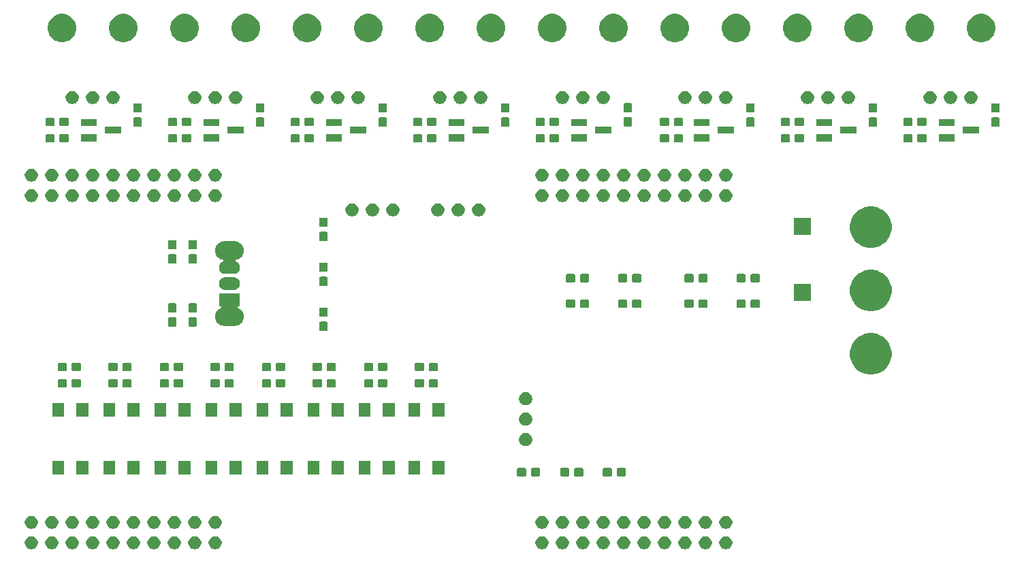
<source format=gbr>
G04 #@! TF.GenerationSoftware,KiCad,Pcbnew,(5.1.4)-1*
G04 #@! TF.CreationDate,2020-11-30T13:37:13-06:00*
G04 #@! TF.ProjectId,gimble_board,67696d62-6c65-45f6-926f-6172642e6b69,rev?*
G04 #@! TF.SameCoordinates,Original*
G04 #@! TF.FileFunction,Soldermask,Top*
G04 #@! TF.FilePolarity,Negative*
%FSLAX46Y46*%
G04 Gerber Fmt 4.6, Leading zero omitted, Abs format (unit mm)*
G04 Created by KiCad (PCBNEW (5.1.4)-1) date 2020-11-30 13:37:13*
%MOMM*%
%LPD*%
G04 APERTURE LIST*
%ADD10C,0.100000*%
G04 APERTURE END LIST*
D10*
G36*
X133586560Y-118600166D02*
G01*
X133734153Y-118661301D01*
X133866982Y-118750055D01*
X133979945Y-118863018D01*
X134068699Y-118995847D01*
X134129834Y-119143440D01*
X134161000Y-119300123D01*
X134161000Y-119459877D01*
X134129834Y-119616560D01*
X134068699Y-119764153D01*
X133979945Y-119896982D01*
X133866982Y-120009945D01*
X133734153Y-120098699D01*
X133734152Y-120098700D01*
X133734151Y-120098700D01*
X133586560Y-120159834D01*
X133429878Y-120191000D01*
X133270122Y-120191000D01*
X133113440Y-120159834D01*
X132965849Y-120098700D01*
X132965848Y-120098700D01*
X132965847Y-120098699D01*
X132833018Y-120009945D01*
X132720055Y-119896982D01*
X132631301Y-119764153D01*
X132570166Y-119616560D01*
X132539000Y-119459877D01*
X132539000Y-119300123D01*
X132570166Y-119143440D01*
X132631301Y-118995847D01*
X132720055Y-118863018D01*
X132833018Y-118750055D01*
X132965847Y-118661301D01*
X133113440Y-118600166D01*
X133270122Y-118569000D01*
X133429878Y-118569000D01*
X133586560Y-118600166D01*
X133586560Y-118600166D01*
G37*
G36*
X47226560Y-118600166D02*
G01*
X47374153Y-118661301D01*
X47506982Y-118750055D01*
X47619945Y-118863018D01*
X47708699Y-118995847D01*
X47769834Y-119143440D01*
X47801000Y-119300123D01*
X47801000Y-119459877D01*
X47769834Y-119616560D01*
X47708699Y-119764153D01*
X47619945Y-119896982D01*
X47506982Y-120009945D01*
X47374153Y-120098699D01*
X47374152Y-120098700D01*
X47374151Y-120098700D01*
X47226560Y-120159834D01*
X47069878Y-120191000D01*
X46910122Y-120191000D01*
X46753440Y-120159834D01*
X46605849Y-120098700D01*
X46605848Y-120098700D01*
X46605847Y-120098699D01*
X46473018Y-120009945D01*
X46360055Y-119896982D01*
X46271301Y-119764153D01*
X46210166Y-119616560D01*
X46179000Y-119459877D01*
X46179000Y-119300123D01*
X46210166Y-119143440D01*
X46271301Y-118995847D01*
X46360055Y-118863018D01*
X46473018Y-118750055D01*
X46605847Y-118661301D01*
X46753440Y-118600166D01*
X46910122Y-118569000D01*
X47069878Y-118569000D01*
X47226560Y-118600166D01*
X47226560Y-118600166D01*
G37*
G36*
X110726560Y-118600166D02*
G01*
X110874153Y-118661301D01*
X111006982Y-118750055D01*
X111119945Y-118863018D01*
X111208699Y-118995847D01*
X111269834Y-119143440D01*
X111301000Y-119300123D01*
X111301000Y-119459877D01*
X111269834Y-119616560D01*
X111208699Y-119764153D01*
X111119945Y-119896982D01*
X111006982Y-120009945D01*
X110874153Y-120098699D01*
X110874152Y-120098700D01*
X110874151Y-120098700D01*
X110726560Y-120159834D01*
X110569878Y-120191000D01*
X110410122Y-120191000D01*
X110253440Y-120159834D01*
X110105849Y-120098700D01*
X110105848Y-120098700D01*
X110105847Y-120098699D01*
X109973018Y-120009945D01*
X109860055Y-119896982D01*
X109771301Y-119764153D01*
X109710166Y-119616560D01*
X109679000Y-119459877D01*
X109679000Y-119300123D01*
X109710166Y-119143440D01*
X109771301Y-118995847D01*
X109860055Y-118863018D01*
X109973018Y-118750055D01*
X110105847Y-118661301D01*
X110253440Y-118600166D01*
X110410122Y-118569000D01*
X110569878Y-118569000D01*
X110726560Y-118600166D01*
X110726560Y-118600166D01*
G37*
G36*
X125966560Y-118600166D02*
G01*
X126114153Y-118661301D01*
X126246982Y-118750055D01*
X126359945Y-118863018D01*
X126448699Y-118995847D01*
X126509834Y-119143440D01*
X126541000Y-119300123D01*
X126541000Y-119459877D01*
X126509834Y-119616560D01*
X126448699Y-119764153D01*
X126359945Y-119896982D01*
X126246982Y-120009945D01*
X126114153Y-120098699D01*
X126114152Y-120098700D01*
X126114151Y-120098700D01*
X125966560Y-120159834D01*
X125809878Y-120191000D01*
X125650122Y-120191000D01*
X125493440Y-120159834D01*
X125345849Y-120098700D01*
X125345848Y-120098700D01*
X125345847Y-120098699D01*
X125213018Y-120009945D01*
X125100055Y-119896982D01*
X125011301Y-119764153D01*
X124950166Y-119616560D01*
X124919000Y-119459877D01*
X124919000Y-119300123D01*
X124950166Y-119143440D01*
X125011301Y-118995847D01*
X125100055Y-118863018D01*
X125213018Y-118750055D01*
X125345847Y-118661301D01*
X125493440Y-118600166D01*
X125650122Y-118569000D01*
X125809878Y-118569000D01*
X125966560Y-118600166D01*
X125966560Y-118600166D01*
G37*
G36*
X113266560Y-118600166D02*
G01*
X113414153Y-118661301D01*
X113546982Y-118750055D01*
X113659945Y-118863018D01*
X113748699Y-118995847D01*
X113809834Y-119143440D01*
X113841000Y-119300123D01*
X113841000Y-119459877D01*
X113809834Y-119616560D01*
X113748699Y-119764153D01*
X113659945Y-119896982D01*
X113546982Y-120009945D01*
X113414153Y-120098699D01*
X113414152Y-120098700D01*
X113414151Y-120098700D01*
X113266560Y-120159834D01*
X113109878Y-120191000D01*
X112950122Y-120191000D01*
X112793440Y-120159834D01*
X112645849Y-120098700D01*
X112645848Y-120098700D01*
X112645847Y-120098699D01*
X112513018Y-120009945D01*
X112400055Y-119896982D01*
X112311301Y-119764153D01*
X112250166Y-119616560D01*
X112219000Y-119459877D01*
X112219000Y-119300123D01*
X112250166Y-119143440D01*
X112311301Y-118995847D01*
X112400055Y-118863018D01*
X112513018Y-118750055D01*
X112645847Y-118661301D01*
X112793440Y-118600166D01*
X112950122Y-118569000D01*
X113109878Y-118569000D01*
X113266560Y-118600166D01*
X113266560Y-118600166D01*
G37*
G36*
X115806560Y-118600166D02*
G01*
X115954153Y-118661301D01*
X116086982Y-118750055D01*
X116199945Y-118863018D01*
X116288699Y-118995847D01*
X116349834Y-119143440D01*
X116381000Y-119300123D01*
X116381000Y-119459877D01*
X116349834Y-119616560D01*
X116288699Y-119764153D01*
X116199945Y-119896982D01*
X116086982Y-120009945D01*
X115954153Y-120098699D01*
X115954152Y-120098700D01*
X115954151Y-120098700D01*
X115806560Y-120159834D01*
X115649878Y-120191000D01*
X115490122Y-120191000D01*
X115333440Y-120159834D01*
X115185849Y-120098700D01*
X115185848Y-120098700D01*
X115185847Y-120098699D01*
X115053018Y-120009945D01*
X114940055Y-119896982D01*
X114851301Y-119764153D01*
X114790166Y-119616560D01*
X114759000Y-119459877D01*
X114759000Y-119300123D01*
X114790166Y-119143440D01*
X114851301Y-118995847D01*
X114940055Y-118863018D01*
X115053018Y-118750055D01*
X115185847Y-118661301D01*
X115333440Y-118600166D01*
X115490122Y-118569000D01*
X115649878Y-118569000D01*
X115806560Y-118600166D01*
X115806560Y-118600166D01*
G37*
G36*
X118346560Y-118600166D02*
G01*
X118494153Y-118661301D01*
X118626982Y-118750055D01*
X118739945Y-118863018D01*
X118828699Y-118995847D01*
X118889834Y-119143440D01*
X118921000Y-119300123D01*
X118921000Y-119459877D01*
X118889834Y-119616560D01*
X118828699Y-119764153D01*
X118739945Y-119896982D01*
X118626982Y-120009945D01*
X118494153Y-120098699D01*
X118494152Y-120098700D01*
X118494151Y-120098700D01*
X118346560Y-120159834D01*
X118189878Y-120191000D01*
X118030122Y-120191000D01*
X117873440Y-120159834D01*
X117725849Y-120098700D01*
X117725848Y-120098700D01*
X117725847Y-120098699D01*
X117593018Y-120009945D01*
X117480055Y-119896982D01*
X117391301Y-119764153D01*
X117330166Y-119616560D01*
X117299000Y-119459877D01*
X117299000Y-119300123D01*
X117330166Y-119143440D01*
X117391301Y-118995847D01*
X117480055Y-118863018D01*
X117593018Y-118750055D01*
X117725847Y-118661301D01*
X117873440Y-118600166D01*
X118030122Y-118569000D01*
X118189878Y-118569000D01*
X118346560Y-118600166D01*
X118346560Y-118600166D01*
G37*
G36*
X120886560Y-118600166D02*
G01*
X121034153Y-118661301D01*
X121166982Y-118750055D01*
X121279945Y-118863018D01*
X121368699Y-118995847D01*
X121429834Y-119143440D01*
X121461000Y-119300123D01*
X121461000Y-119459877D01*
X121429834Y-119616560D01*
X121368699Y-119764153D01*
X121279945Y-119896982D01*
X121166982Y-120009945D01*
X121034153Y-120098699D01*
X121034152Y-120098700D01*
X121034151Y-120098700D01*
X120886560Y-120159834D01*
X120729878Y-120191000D01*
X120570122Y-120191000D01*
X120413440Y-120159834D01*
X120265849Y-120098700D01*
X120265848Y-120098700D01*
X120265847Y-120098699D01*
X120133018Y-120009945D01*
X120020055Y-119896982D01*
X119931301Y-119764153D01*
X119870166Y-119616560D01*
X119839000Y-119459877D01*
X119839000Y-119300123D01*
X119870166Y-119143440D01*
X119931301Y-118995847D01*
X120020055Y-118863018D01*
X120133018Y-118750055D01*
X120265847Y-118661301D01*
X120413440Y-118600166D01*
X120570122Y-118569000D01*
X120729878Y-118569000D01*
X120886560Y-118600166D01*
X120886560Y-118600166D01*
G37*
G36*
X123426560Y-118600166D02*
G01*
X123574153Y-118661301D01*
X123706982Y-118750055D01*
X123819945Y-118863018D01*
X123908699Y-118995847D01*
X123969834Y-119143440D01*
X124001000Y-119300123D01*
X124001000Y-119459877D01*
X123969834Y-119616560D01*
X123908699Y-119764153D01*
X123819945Y-119896982D01*
X123706982Y-120009945D01*
X123574153Y-120098699D01*
X123574152Y-120098700D01*
X123574151Y-120098700D01*
X123426560Y-120159834D01*
X123269878Y-120191000D01*
X123110122Y-120191000D01*
X122953440Y-120159834D01*
X122805849Y-120098700D01*
X122805848Y-120098700D01*
X122805847Y-120098699D01*
X122673018Y-120009945D01*
X122560055Y-119896982D01*
X122471301Y-119764153D01*
X122410166Y-119616560D01*
X122379000Y-119459877D01*
X122379000Y-119300123D01*
X122410166Y-119143440D01*
X122471301Y-118995847D01*
X122560055Y-118863018D01*
X122673018Y-118750055D01*
X122805847Y-118661301D01*
X122953440Y-118600166D01*
X123110122Y-118569000D01*
X123269878Y-118569000D01*
X123426560Y-118600166D01*
X123426560Y-118600166D01*
G37*
G36*
X128506560Y-118600166D02*
G01*
X128654153Y-118661301D01*
X128786982Y-118750055D01*
X128899945Y-118863018D01*
X128988699Y-118995847D01*
X129049834Y-119143440D01*
X129081000Y-119300123D01*
X129081000Y-119459877D01*
X129049834Y-119616560D01*
X128988699Y-119764153D01*
X128899945Y-119896982D01*
X128786982Y-120009945D01*
X128654153Y-120098699D01*
X128654152Y-120098700D01*
X128654151Y-120098700D01*
X128506560Y-120159834D01*
X128349878Y-120191000D01*
X128190122Y-120191000D01*
X128033440Y-120159834D01*
X127885849Y-120098700D01*
X127885848Y-120098700D01*
X127885847Y-120098699D01*
X127753018Y-120009945D01*
X127640055Y-119896982D01*
X127551301Y-119764153D01*
X127490166Y-119616560D01*
X127459000Y-119459877D01*
X127459000Y-119300123D01*
X127490166Y-119143440D01*
X127551301Y-118995847D01*
X127640055Y-118863018D01*
X127753018Y-118750055D01*
X127885847Y-118661301D01*
X128033440Y-118600166D01*
X128190122Y-118569000D01*
X128349878Y-118569000D01*
X128506560Y-118600166D01*
X128506560Y-118600166D01*
G37*
G36*
X131046560Y-118600166D02*
G01*
X131194153Y-118661301D01*
X131326982Y-118750055D01*
X131439945Y-118863018D01*
X131528699Y-118995847D01*
X131589834Y-119143440D01*
X131621000Y-119300123D01*
X131621000Y-119459877D01*
X131589834Y-119616560D01*
X131528699Y-119764153D01*
X131439945Y-119896982D01*
X131326982Y-120009945D01*
X131194153Y-120098699D01*
X131194152Y-120098700D01*
X131194151Y-120098700D01*
X131046560Y-120159834D01*
X130889878Y-120191000D01*
X130730122Y-120191000D01*
X130573440Y-120159834D01*
X130425849Y-120098700D01*
X130425848Y-120098700D01*
X130425847Y-120098699D01*
X130293018Y-120009945D01*
X130180055Y-119896982D01*
X130091301Y-119764153D01*
X130030166Y-119616560D01*
X129999000Y-119459877D01*
X129999000Y-119300123D01*
X130030166Y-119143440D01*
X130091301Y-118995847D01*
X130180055Y-118863018D01*
X130293018Y-118750055D01*
X130425847Y-118661301D01*
X130573440Y-118600166D01*
X130730122Y-118569000D01*
X130889878Y-118569000D01*
X131046560Y-118600166D01*
X131046560Y-118600166D01*
G37*
G36*
X52306560Y-118600166D02*
G01*
X52454153Y-118661301D01*
X52586982Y-118750055D01*
X52699945Y-118863018D01*
X52788699Y-118995847D01*
X52849834Y-119143440D01*
X52881000Y-119300123D01*
X52881000Y-119459877D01*
X52849834Y-119616560D01*
X52788699Y-119764153D01*
X52699945Y-119896982D01*
X52586982Y-120009945D01*
X52454153Y-120098699D01*
X52454152Y-120098700D01*
X52454151Y-120098700D01*
X52306560Y-120159834D01*
X52149878Y-120191000D01*
X51990122Y-120191000D01*
X51833440Y-120159834D01*
X51685849Y-120098700D01*
X51685848Y-120098700D01*
X51685847Y-120098699D01*
X51553018Y-120009945D01*
X51440055Y-119896982D01*
X51351301Y-119764153D01*
X51290166Y-119616560D01*
X51259000Y-119459877D01*
X51259000Y-119300123D01*
X51290166Y-119143440D01*
X51351301Y-118995847D01*
X51440055Y-118863018D01*
X51553018Y-118750055D01*
X51685847Y-118661301D01*
X51833440Y-118600166D01*
X51990122Y-118569000D01*
X52149878Y-118569000D01*
X52306560Y-118600166D01*
X52306560Y-118600166D01*
G37*
G36*
X49766560Y-118600166D02*
G01*
X49914153Y-118661301D01*
X50046982Y-118750055D01*
X50159945Y-118863018D01*
X50248699Y-118995847D01*
X50309834Y-119143440D01*
X50341000Y-119300123D01*
X50341000Y-119459877D01*
X50309834Y-119616560D01*
X50248699Y-119764153D01*
X50159945Y-119896982D01*
X50046982Y-120009945D01*
X49914153Y-120098699D01*
X49914152Y-120098700D01*
X49914151Y-120098700D01*
X49766560Y-120159834D01*
X49609878Y-120191000D01*
X49450122Y-120191000D01*
X49293440Y-120159834D01*
X49145849Y-120098700D01*
X49145848Y-120098700D01*
X49145847Y-120098699D01*
X49013018Y-120009945D01*
X48900055Y-119896982D01*
X48811301Y-119764153D01*
X48750166Y-119616560D01*
X48719000Y-119459877D01*
X48719000Y-119300123D01*
X48750166Y-119143440D01*
X48811301Y-118995847D01*
X48900055Y-118863018D01*
X49013018Y-118750055D01*
X49145847Y-118661301D01*
X49293440Y-118600166D01*
X49450122Y-118569000D01*
X49609878Y-118569000D01*
X49766560Y-118600166D01*
X49766560Y-118600166D01*
G37*
G36*
X70086560Y-118600166D02*
G01*
X70234153Y-118661301D01*
X70366982Y-118750055D01*
X70479945Y-118863018D01*
X70568699Y-118995847D01*
X70629834Y-119143440D01*
X70661000Y-119300123D01*
X70661000Y-119459877D01*
X70629834Y-119616560D01*
X70568699Y-119764153D01*
X70479945Y-119896982D01*
X70366982Y-120009945D01*
X70234153Y-120098699D01*
X70234152Y-120098700D01*
X70234151Y-120098700D01*
X70086560Y-120159834D01*
X69929878Y-120191000D01*
X69770122Y-120191000D01*
X69613440Y-120159834D01*
X69465849Y-120098700D01*
X69465848Y-120098700D01*
X69465847Y-120098699D01*
X69333018Y-120009945D01*
X69220055Y-119896982D01*
X69131301Y-119764153D01*
X69070166Y-119616560D01*
X69039000Y-119459877D01*
X69039000Y-119300123D01*
X69070166Y-119143440D01*
X69131301Y-118995847D01*
X69220055Y-118863018D01*
X69333018Y-118750055D01*
X69465847Y-118661301D01*
X69613440Y-118600166D01*
X69770122Y-118569000D01*
X69929878Y-118569000D01*
X70086560Y-118600166D01*
X70086560Y-118600166D01*
G37*
G36*
X67546560Y-118600166D02*
G01*
X67694153Y-118661301D01*
X67826982Y-118750055D01*
X67939945Y-118863018D01*
X68028699Y-118995847D01*
X68089834Y-119143440D01*
X68121000Y-119300123D01*
X68121000Y-119459877D01*
X68089834Y-119616560D01*
X68028699Y-119764153D01*
X67939945Y-119896982D01*
X67826982Y-120009945D01*
X67694153Y-120098699D01*
X67694152Y-120098700D01*
X67694151Y-120098700D01*
X67546560Y-120159834D01*
X67389878Y-120191000D01*
X67230122Y-120191000D01*
X67073440Y-120159834D01*
X66925849Y-120098700D01*
X66925848Y-120098700D01*
X66925847Y-120098699D01*
X66793018Y-120009945D01*
X66680055Y-119896982D01*
X66591301Y-119764153D01*
X66530166Y-119616560D01*
X66499000Y-119459877D01*
X66499000Y-119300123D01*
X66530166Y-119143440D01*
X66591301Y-118995847D01*
X66680055Y-118863018D01*
X66793018Y-118750055D01*
X66925847Y-118661301D01*
X67073440Y-118600166D01*
X67230122Y-118569000D01*
X67389878Y-118569000D01*
X67546560Y-118600166D01*
X67546560Y-118600166D01*
G37*
G36*
X65006560Y-118600166D02*
G01*
X65154153Y-118661301D01*
X65286982Y-118750055D01*
X65399945Y-118863018D01*
X65488699Y-118995847D01*
X65549834Y-119143440D01*
X65581000Y-119300123D01*
X65581000Y-119459877D01*
X65549834Y-119616560D01*
X65488699Y-119764153D01*
X65399945Y-119896982D01*
X65286982Y-120009945D01*
X65154153Y-120098699D01*
X65154152Y-120098700D01*
X65154151Y-120098700D01*
X65006560Y-120159834D01*
X64849878Y-120191000D01*
X64690122Y-120191000D01*
X64533440Y-120159834D01*
X64385849Y-120098700D01*
X64385848Y-120098700D01*
X64385847Y-120098699D01*
X64253018Y-120009945D01*
X64140055Y-119896982D01*
X64051301Y-119764153D01*
X63990166Y-119616560D01*
X63959000Y-119459877D01*
X63959000Y-119300123D01*
X63990166Y-119143440D01*
X64051301Y-118995847D01*
X64140055Y-118863018D01*
X64253018Y-118750055D01*
X64385847Y-118661301D01*
X64533440Y-118600166D01*
X64690122Y-118569000D01*
X64849878Y-118569000D01*
X65006560Y-118600166D01*
X65006560Y-118600166D01*
G37*
G36*
X62466560Y-118600166D02*
G01*
X62614153Y-118661301D01*
X62746982Y-118750055D01*
X62859945Y-118863018D01*
X62948699Y-118995847D01*
X63009834Y-119143440D01*
X63041000Y-119300123D01*
X63041000Y-119459877D01*
X63009834Y-119616560D01*
X62948699Y-119764153D01*
X62859945Y-119896982D01*
X62746982Y-120009945D01*
X62614153Y-120098699D01*
X62614152Y-120098700D01*
X62614151Y-120098700D01*
X62466560Y-120159834D01*
X62309878Y-120191000D01*
X62150122Y-120191000D01*
X61993440Y-120159834D01*
X61845849Y-120098700D01*
X61845848Y-120098700D01*
X61845847Y-120098699D01*
X61713018Y-120009945D01*
X61600055Y-119896982D01*
X61511301Y-119764153D01*
X61450166Y-119616560D01*
X61419000Y-119459877D01*
X61419000Y-119300123D01*
X61450166Y-119143440D01*
X61511301Y-118995847D01*
X61600055Y-118863018D01*
X61713018Y-118750055D01*
X61845847Y-118661301D01*
X61993440Y-118600166D01*
X62150122Y-118569000D01*
X62309878Y-118569000D01*
X62466560Y-118600166D01*
X62466560Y-118600166D01*
G37*
G36*
X59926560Y-118600166D02*
G01*
X60074153Y-118661301D01*
X60206982Y-118750055D01*
X60319945Y-118863018D01*
X60408699Y-118995847D01*
X60469834Y-119143440D01*
X60501000Y-119300123D01*
X60501000Y-119459877D01*
X60469834Y-119616560D01*
X60408699Y-119764153D01*
X60319945Y-119896982D01*
X60206982Y-120009945D01*
X60074153Y-120098699D01*
X60074152Y-120098700D01*
X60074151Y-120098700D01*
X59926560Y-120159834D01*
X59769878Y-120191000D01*
X59610122Y-120191000D01*
X59453440Y-120159834D01*
X59305849Y-120098700D01*
X59305848Y-120098700D01*
X59305847Y-120098699D01*
X59173018Y-120009945D01*
X59060055Y-119896982D01*
X58971301Y-119764153D01*
X58910166Y-119616560D01*
X58879000Y-119459877D01*
X58879000Y-119300123D01*
X58910166Y-119143440D01*
X58971301Y-118995847D01*
X59060055Y-118863018D01*
X59173018Y-118750055D01*
X59305847Y-118661301D01*
X59453440Y-118600166D01*
X59610122Y-118569000D01*
X59769878Y-118569000D01*
X59926560Y-118600166D01*
X59926560Y-118600166D01*
G37*
G36*
X57386560Y-118600166D02*
G01*
X57534153Y-118661301D01*
X57666982Y-118750055D01*
X57779945Y-118863018D01*
X57868699Y-118995847D01*
X57929834Y-119143440D01*
X57961000Y-119300123D01*
X57961000Y-119459877D01*
X57929834Y-119616560D01*
X57868699Y-119764153D01*
X57779945Y-119896982D01*
X57666982Y-120009945D01*
X57534153Y-120098699D01*
X57534152Y-120098700D01*
X57534151Y-120098700D01*
X57386560Y-120159834D01*
X57229878Y-120191000D01*
X57070122Y-120191000D01*
X56913440Y-120159834D01*
X56765849Y-120098700D01*
X56765848Y-120098700D01*
X56765847Y-120098699D01*
X56633018Y-120009945D01*
X56520055Y-119896982D01*
X56431301Y-119764153D01*
X56370166Y-119616560D01*
X56339000Y-119459877D01*
X56339000Y-119300123D01*
X56370166Y-119143440D01*
X56431301Y-118995847D01*
X56520055Y-118863018D01*
X56633018Y-118750055D01*
X56765847Y-118661301D01*
X56913440Y-118600166D01*
X57070122Y-118569000D01*
X57229878Y-118569000D01*
X57386560Y-118600166D01*
X57386560Y-118600166D01*
G37*
G36*
X54846560Y-118600166D02*
G01*
X54994153Y-118661301D01*
X55126982Y-118750055D01*
X55239945Y-118863018D01*
X55328699Y-118995847D01*
X55389834Y-119143440D01*
X55421000Y-119300123D01*
X55421000Y-119459877D01*
X55389834Y-119616560D01*
X55328699Y-119764153D01*
X55239945Y-119896982D01*
X55126982Y-120009945D01*
X54994153Y-120098699D01*
X54994152Y-120098700D01*
X54994151Y-120098700D01*
X54846560Y-120159834D01*
X54689878Y-120191000D01*
X54530122Y-120191000D01*
X54373440Y-120159834D01*
X54225849Y-120098700D01*
X54225848Y-120098700D01*
X54225847Y-120098699D01*
X54093018Y-120009945D01*
X53980055Y-119896982D01*
X53891301Y-119764153D01*
X53830166Y-119616560D01*
X53799000Y-119459877D01*
X53799000Y-119300123D01*
X53830166Y-119143440D01*
X53891301Y-118995847D01*
X53980055Y-118863018D01*
X54093018Y-118750055D01*
X54225847Y-118661301D01*
X54373440Y-118600166D01*
X54530122Y-118569000D01*
X54689878Y-118569000D01*
X54846560Y-118600166D01*
X54846560Y-118600166D01*
G37*
G36*
X52306560Y-116060166D02*
G01*
X52454153Y-116121301D01*
X52586982Y-116210055D01*
X52699945Y-116323018D01*
X52788699Y-116455847D01*
X52849834Y-116603440D01*
X52881000Y-116760123D01*
X52881000Y-116919877D01*
X52849834Y-117076560D01*
X52788699Y-117224153D01*
X52699945Y-117356982D01*
X52586982Y-117469945D01*
X52454153Y-117558699D01*
X52454152Y-117558700D01*
X52454151Y-117558700D01*
X52306560Y-117619834D01*
X52149878Y-117651000D01*
X51990122Y-117651000D01*
X51833440Y-117619834D01*
X51685849Y-117558700D01*
X51685848Y-117558700D01*
X51685847Y-117558699D01*
X51553018Y-117469945D01*
X51440055Y-117356982D01*
X51351301Y-117224153D01*
X51290166Y-117076560D01*
X51259000Y-116919877D01*
X51259000Y-116760123D01*
X51290166Y-116603440D01*
X51351301Y-116455847D01*
X51440055Y-116323018D01*
X51553018Y-116210055D01*
X51685847Y-116121301D01*
X51833440Y-116060166D01*
X51990122Y-116029000D01*
X52149878Y-116029000D01*
X52306560Y-116060166D01*
X52306560Y-116060166D01*
G37*
G36*
X70086560Y-116060166D02*
G01*
X70234153Y-116121301D01*
X70366982Y-116210055D01*
X70479945Y-116323018D01*
X70568699Y-116455847D01*
X70629834Y-116603440D01*
X70661000Y-116760123D01*
X70661000Y-116919877D01*
X70629834Y-117076560D01*
X70568699Y-117224153D01*
X70479945Y-117356982D01*
X70366982Y-117469945D01*
X70234153Y-117558699D01*
X70234152Y-117558700D01*
X70234151Y-117558700D01*
X70086560Y-117619834D01*
X69929878Y-117651000D01*
X69770122Y-117651000D01*
X69613440Y-117619834D01*
X69465849Y-117558700D01*
X69465848Y-117558700D01*
X69465847Y-117558699D01*
X69333018Y-117469945D01*
X69220055Y-117356982D01*
X69131301Y-117224153D01*
X69070166Y-117076560D01*
X69039000Y-116919877D01*
X69039000Y-116760123D01*
X69070166Y-116603440D01*
X69131301Y-116455847D01*
X69220055Y-116323018D01*
X69333018Y-116210055D01*
X69465847Y-116121301D01*
X69613440Y-116060166D01*
X69770122Y-116029000D01*
X69929878Y-116029000D01*
X70086560Y-116060166D01*
X70086560Y-116060166D01*
G37*
G36*
X67546560Y-116060166D02*
G01*
X67694153Y-116121301D01*
X67826982Y-116210055D01*
X67939945Y-116323018D01*
X68028699Y-116455847D01*
X68089834Y-116603440D01*
X68121000Y-116760123D01*
X68121000Y-116919877D01*
X68089834Y-117076560D01*
X68028699Y-117224153D01*
X67939945Y-117356982D01*
X67826982Y-117469945D01*
X67694153Y-117558699D01*
X67694152Y-117558700D01*
X67694151Y-117558700D01*
X67546560Y-117619834D01*
X67389878Y-117651000D01*
X67230122Y-117651000D01*
X67073440Y-117619834D01*
X66925849Y-117558700D01*
X66925848Y-117558700D01*
X66925847Y-117558699D01*
X66793018Y-117469945D01*
X66680055Y-117356982D01*
X66591301Y-117224153D01*
X66530166Y-117076560D01*
X66499000Y-116919877D01*
X66499000Y-116760123D01*
X66530166Y-116603440D01*
X66591301Y-116455847D01*
X66680055Y-116323018D01*
X66793018Y-116210055D01*
X66925847Y-116121301D01*
X67073440Y-116060166D01*
X67230122Y-116029000D01*
X67389878Y-116029000D01*
X67546560Y-116060166D01*
X67546560Y-116060166D01*
G37*
G36*
X65006560Y-116060166D02*
G01*
X65154153Y-116121301D01*
X65286982Y-116210055D01*
X65399945Y-116323018D01*
X65488699Y-116455847D01*
X65549834Y-116603440D01*
X65581000Y-116760123D01*
X65581000Y-116919877D01*
X65549834Y-117076560D01*
X65488699Y-117224153D01*
X65399945Y-117356982D01*
X65286982Y-117469945D01*
X65154153Y-117558699D01*
X65154152Y-117558700D01*
X65154151Y-117558700D01*
X65006560Y-117619834D01*
X64849878Y-117651000D01*
X64690122Y-117651000D01*
X64533440Y-117619834D01*
X64385849Y-117558700D01*
X64385848Y-117558700D01*
X64385847Y-117558699D01*
X64253018Y-117469945D01*
X64140055Y-117356982D01*
X64051301Y-117224153D01*
X63990166Y-117076560D01*
X63959000Y-116919877D01*
X63959000Y-116760123D01*
X63990166Y-116603440D01*
X64051301Y-116455847D01*
X64140055Y-116323018D01*
X64253018Y-116210055D01*
X64385847Y-116121301D01*
X64533440Y-116060166D01*
X64690122Y-116029000D01*
X64849878Y-116029000D01*
X65006560Y-116060166D01*
X65006560Y-116060166D01*
G37*
G36*
X62466560Y-116060166D02*
G01*
X62614153Y-116121301D01*
X62746982Y-116210055D01*
X62859945Y-116323018D01*
X62948699Y-116455847D01*
X63009834Y-116603440D01*
X63041000Y-116760123D01*
X63041000Y-116919877D01*
X63009834Y-117076560D01*
X62948699Y-117224153D01*
X62859945Y-117356982D01*
X62746982Y-117469945D01*
X62614153Y-117558699D01*
X62614152Y-117558700D01*
X62614151Y-117558700D01*
X62466560Y-117619834D01*
X62309878Y-117651000D01*
X62150122Y-117651000D01*
X61993440Y-117619834D01*
X61845849Y-117558700D01*
X61845848Y-117558700D01*
X61845847Y-117558699D01*
X61713018Y-117469945D01*
X61600055Y-117356982D01*
X61511301Y-117224153D01*
X61450166Y-117076560D01*
X61419000Y-116919877D01*
X61419000Y-116760123D01*
X61450166Y-116603440D01*
X61511301Y-116455847D01*
X61600055Y-116323018D01*
X61713018Y-116210055D01*
X61845847Y-116121301D01*
X61993440Y-116060166D01*
X62150122Y-116029000D01*
X62309878Y-116029000D01*
X62466560Y-116060166D01*
X62466560Y-116060166D01*
G37*
G36*
X59926560Y-116060166D02*
G01*
X60074153Y-116121301D01*
X60206982Y-116210055D01*
X60319945Y-116323018D01*
X60408699Y-116455847D01*
X60469834Y-116603440D01*
X60501000Y-116760123D01*
X60501000Y-116919877D01*
X60469834Y-117076560D01*
X60408699Y-117224153D01*
X60319945Y-117356982D01*
X60206982Y-117469945D01*
X60074153Y-117558699D01*
X60074152Y-117558700D01*
X60074151Y-117558700D01*
X59926560Y-117619834D01*
X59769878Y-117651000D01*
X59610122Y-117651000D01*
X59453440Y-117619834D01*
X59305849Y-117558700D01*
X59305848Y-117558700D01*
X59305847Y-117558699D01*
X59173018Y-117469945D01*
X59060055Y-117356982D01*
X58971301Y-117224153D01*
X58910166Y-117076560D01*
X58879000Y-116919877D01*
X58879000Y-116760123D01*
X58910166Y-116603440D01*
X58971301Y-116455847D01*
X59060055Y-116323018D01*
X59173018Y-116210055D01*
X59305847Y-116121301D01*
X59453440Y-116060166D01*
X59610122Y-116029000D01*
X59769878Y-116029000D01*
X59926560Y-116060166D01*
X59926560Y-116060166D01*
G37*
G36*
X57386560Y-116060166D02*
G01*
X57534153Y-116121301D01*
X57666982Y-116210055D01*
X57779945Y-116323018D01*
X57868699Y-116455847D01*
X57929834Y-116603440D01*
X57961000Y-116760123D01*
X57961000Y-116919877D01*
X57929834Y-117076560D01*
X57868699Y-117224153D01*
X57779945Y-117356982D01*
X57666982Y-117469945D01*
X57534153Y-117558699D01*
X57534152Y-117558700D01*
X57534151Y-117558700D01*
X57386560Y-117619834D01*
X57229878Y-117651000D01*
X57070122Y-117651000D01*
X56913440Y-117619834D01*
X56765849Y-117558700D01*
X56765848Y-117558700D01*
X56765847Y-117558699D01*
X56633018Y-117469945D01*
X56520055Y-117356982D01*
X56431301Y-117224153D01*
X56370166Y-117076560D01*
X56339000Y-116919877D01*
X56339000Y-116760123D01*
X56370166Y-116603440D01*
X56431301Y-116455847D01*
X56520055Y-116323018D01*
X56633018Y-116210055D01*
X56765847Y-116121301D01*
X56913440Y-116060166D01*
X57070122Y-116029000D01*
X57229878Y-116029000D01*
X57386560Y-116060166D01*
X57386560Y-116060166D01*
G37*
G36*
X54846560Y-116060166D02*
G01*
X54994153Y-116121301D01*
X55126982Y-116210055D01*
X55239945Y-116323018D01*
X55328699Y-116455847D01*
X55389834Y-116603440D01*
X55421000Y-116760123D01*
X55421000Y-116919877D01*
X55389834Y-117076560D01*
X55328699Y-117224153D01*
X55239945Y-117356982D01*
X55126982Y-117469945D01*
X54994153Y-117558699D01*
X54994152Y-117558700D01*
X54994151Y-117558700D01*
X54846560Y-117619834D01*
X54689878Y-117651000D01*
X54530122Y-117651000D01*
X54373440Y-117619834D01*
X54225849Y-117558700D01*
X54225848Y-117558700D01*
X54225847Y-117558699D01*
X54093018Y-117469945D01*
X53980055Y-117356982D01*
X53891301Y-117224153D01*
X53830166Y-117076560D01*
X53799000Y-116919877D01*
X53799000Y-116760123D01*
X53830166Y-116603440D01*
X53891301Y-116455847D01*
X53980055Y-116323018D01*
X54093018Y-116210055D01*
X54225847Y-116121301D01*
X54373440Y-116060166D01*
X54530122Y-116029000D01*
X54689878Y-116029000D01*
X54846560Y-116060166D01*
X54846560Y-116060166D01*
G37*
G36*
X49766560Y-116060166D02*
G01*
X49914153Y-116121301D01*
X50046982Y-116210055D01*
X50159945Y-116323018D01*
X50248699Y-116455847D01*
X50309834Y-116603440D01*
X50341000Y-116760123D01*
X50341000Y-116919877D01*
X50309834Y-117076560D01*
X50248699Y-117224153D01*
X50159945Y-117356982D01*
X50046982Y-117469945D01*
X49914153Y-117558699D01*
X49914152Y-117558700D01*
X49914151Y-117558700D01*
X49766560Y-117619834D01*
X49609878Y-117651000D01*
X49450122Y-117651000D01*
X49293440Y-117619834D01*
X49145849Y-117558700D01*
X49145848Y-117558700D01*
X49145847Y-117558699D01*
X49013018Y-117469945D01*
X48900055Y-117356982D01*
X48811301Y-117224153D01*
X48750166Y-117076560D01*
X48719000Y-116919877D01*
X48719000Y-116760123D01*
X48750166Y-116603440D01*
X48811301Y-116455847D01*
X48900055Y-116323018D01*
X49013018Y-116210055D01*
X49145847Y-116121301D01*
X49293440Y-116060166D01*
X49450122Y-116029000D01*
X49609878Y-116029000D01*
X49766560Y-116060166D01*
X49766560Y-116060166D01*
G37*
G36*
X120886560Y-116060166D02*
G01*
X121034153Y-116121301D01*
X121166982Y-116210055D01*
X121279945Y-116323018D01*
X121368699Y-116455847D01*
X121429834Y-116603440D01*
X121461000Y-116760123D01*
X121461000Y-116919877D01*
X121429834Y-117076560D01*
X121368699Y-117224153D01*
X121279945Y-117356982D01*
X121166982Y-117469945D01*
X121034153Y-117558699D01*
X121034152Y-117558700D01*
X121034151Y-117558700D01*
X120886560Y-117619834D01*
X120729878Y-117651000D01*
X120570122Y-117651000D01*
X120413440Y-117619834D01*
X120265849Y-117558700D01*
X120265848Y-117558700D01*
X120265847Y-117558699D01*
X120133018Y-117469945D01*
X120020055Y-117356982D01*
X119931301Y-117224153D01*
X119870166Y-117076560D01*
X119839000Y-116919877D01*
X119839000Y-116760123D01*
X119870166Y-116603440D01*
X119931301Y-116455847D01*
X120020055Y-116323018D01*
X120133018Y-116210055D01*
X120265847Y-116121301D01*
X120413440Y-116060166D01*
X120570122Y-116029000D01*
X120729878Y-116029000D01*
X120886560Y-116060166D01*
X120886560Y-116060166D01*
G37*
G36*
X47226560Y-116060166D02*
G01*
X47374153Y-116121301D01*
X47506982Y-116210055D01*
X47619945Y-116323018D01*
X47708699Y-116455847D01*
X47769834Y-116603440D01*
X47801000Y-116760123D01*
X47801000Y-116919877D01*
X47769834Y-117076560D01*
X47708699Y-117224153D01*
X47619945Y-117356982D01*
X47506982Y-117469945D01*
X47374153Y-117558699D01*
X47374152Y-117558700D01*
X47374151Y-117558700D01*
X47226560Y-117619834D01*
X47069878Y-117651000D01*
X46910122Y-117651000D01*
X46753440Y-117619834D01*
X46605849Y-117558700D01*
X46605848Y-117558700D01*
X46605847Y-117558699D01*
X46473018Y-117469945D01*
X46360055Y-117356982D01*
X46271301Y-117224153D01*
X46210166Y-117076560D01*
X46179000Y-116919877D01*
X46179000Y-116760123D01*
X46210166Y-116603440D01*
X46271301Y-116455847D01*
X46360055Y-116323018D01*
X46473018Y-116210055D01*
X46605847Y-116121301D01*
X46753440Y-116060166D01*
X46910122Y-116029000D01*
X47069878Y-116029000D01*
X47226560Y-116060166D01*
X47226560Y-116060166D01*
G37*
G36*
X125966560Y-116060166D02*
G01*
X126114153Y-116121301D01*
X126246982Y-116210055D01*
X126359945Y-116323018D01*
X126448699Y-116455847D01*
X126509834Y-116603440D01*
X126541000Y-116760123D01*
X126541000Y-116919877D01*
X126509834Y-117076560D01*
X126448699Y-117224153D01*
X126359945Y-117356982D01*
X126246982Y-117469945D01*
X126114153Y-117558699D01*
X126114152Y-117558700D01*
X126114151Y-117558700D01*
X125966560Y-117619834D01*
X125809878Y-117651000D01*
X125650122Y-117651000D01*
X125493440Y-117619834D01*
X125345849Y-117558700D01*
X125345848Y-117558700D01*
X125345847Y-117558699D01*
X125213018Y-117469945D01*
X125100055Y-117356982D01*
X125011301Y-117224153D01*
X124950166Y-117076560D01*
X124919000Y-116919877D01*
X124919000Y-116760123D01*
X124950166Y-116603440D01*
X125011301Y-116455847D01*
X125100055Y-116323018D01*
X125213018Y-116210055D01*
X125345847Y-116121301D01*
X125493440Y-116060166D01*
X125650122Y-116029000D01*
X125809878Y-116029000D01*
X125966560Y-116060166D01*
X125966560Y-116060166D01*
G37*
G36*
X123426560Y-116060166D02*
G01*
X123574153Y-116121301D01*
X123706982Y-116210055D01*
X123819945Y-116323018D01*
X123908699Y-116455847D01*
X123969834Y-116603440D01*
X124001000Y-116760123D01*
X124001000Y-116919877D01*
X123969834Y-117076560D01*
X123908699Y-117224153D01*
X123819945Y-117356982D01*
X123706982Y-117469945D01*
X123574153Y-117558699D01*
X123574152Y-117558700D01*
X123574151Y-117558700D01*
X123426560Y-117619834D01*
X123269878Y-117651000D01*
X123110122Y-117651000D01*
X122953440Y-117619834D01*
X122805849Y-117558700D01*
X122805848Y-117558700D01*
X122805847Y-117558699D01*
X122673018Y-117469945D01*
X122560055Y-117356982D01*
X122471301Y-117224153D01*
X122410166Y-117076560D01*
X122379000Y-116919877D01*
X122379000Y-116760123D01*
X122410166Y-116603440D01*
X122471301Y-116455847D01*
X122560055Y-116323018D01*
X122673018Y-116210055D01*
X122805847Y-116121301D01*
X122953440Y-116060166D01*
X123110122Y-116029000D01*
X123269878Y-116029000D01*
X123426560Y-116060166D01*
X123426560Y-116060166D01*
G37*
G36*
X110726560Y-116060166D02*
G01*
X110874153Y-116121301D01*
X111006982Y-116210055D01*
X111119945Y-116323018D01*
X111208699Y-116455847D01*
X111269834Y-116603440D01*
X111301000Y-116760123D01*
X111301000Y-116919877D01*
X111269834Y-117076560D01*
X111208699Y-117224153D01*
X111119945Y-117356982D01*
X111006982Y-117469945D01*
X110874153Y-117558699D01*
X110874152Y-117558700D01*
X110874151Y-117558700D01*
X110726560Y-117619834D01*
X110569878Y-117651000D01*
X110410122Y-117651000D01*
X110253440Y-117619834D01*
X110105849Y-117558700D01*
X110105848Y-117558700D01*
X110105847Y-117558699D01*
X109973018Y-117469945D01*
X109860055Y-117356982D01*
X109771301Y-117224153D01*
X109710166Y-117076560D01*
X109679000Y-116919877D01*
X109679000Y-116760123D01*
X109710166Y-116603440D01*
X109771301Y-116455847D01*
X109860055Y-116323018D01*
X109973018Y-116210055D01*
X110105847Y-116121301D01*
X110253440Y-116060166D01*
X110410122Y-116029000D01*
X110569878Y-116029000D01*
X110726560Y-116060166D01*
X110726560Y-116060166D01*
G37*
G36*
X113266560Y-116060166D02*
G01*
X113414153Y-116121301D01*
X113546982Y-116210055D01*
X113659945Y-116323018D01*
X113748699Y-116455847D01*
X113809834Y-116603440D01*
X113841000Y-116760123D01*
X113841000Y-116919877D01*
X113809834Y-117076560D01*
X113748699Y-117224153D01*
X113659945Y-117356982D01*
X113546982Y-117469945D01*
X113414153Y-117558699D01*
X113414152Y-117558700D01*
X113414151Y-117558700D01*
X113266560Y-117619834D01*
X113109878Y-117651000D01*
X112950122Y-117651000D01*
X112793440Y-117619834D01*
X112645849Y-117558700D01*
X112645848Y-117558700D01*
X112645847Y-117558699D01*
X112513018Y-117469945D01*
X112400055Y-117356982D01*
X112311301Y-117224153D01*
X112250166Y-117076560D01*
X112219000Y-116919877D01*
X112219000Y-116760123D01*
X112250166Y-116603440D01*
X112311301Y-116455847D01*
X112400055Y-116323018D01*
X112513018Y-116210055D01*
X112645847Y-116121301D01*
X112793440Y-116060166D01*
X112950122Y-116029000D01*
X113109878Y-116029000D01*
X113266560Y-116060166D01*
X113266560Y-116060166D01*
G37*
G36*
X115806560Y-116060166D02*
G01*
X115954153Y-116121301D01*
X116086982Y-116210055D01*
X116199945Y-116323018D01*
X116288699Y-116455847D01*
X116349834Y-116603440D01*
X116381000Y-116760123D01*
X116381000Y-116919877D01*
X116349834Y-117076560D01*
X116288699Y-117224153D01*
X116199945Y-117356982D01*
X116086982Y-117469945D01*
X115954153Y-117558699D01*
X115954152Y-117558700D01*
X115954151Y-117558700D01*
X115806560Y-117619834D01*
X115649878Y-117651000D01*
X115490122Y-117651000D01*
X115333440Y-117619834D01*
X115185849Y-117558700D01*
X115185848Y-117558700D01*
X115185847Y-117558699D01*
X115053018Y-117469945D01*
X114940055Y-117356982D01*
X114851301Y-117224153D01*
X114790166Y-117076560D01*
X114759000Y-116919877D01*
X114759000Y-116760123D01*
X114790166Y-116603440D01*
X114851301Y-116455847D01*
X114940055Y-116323018D01*
X115053018Y-116210055D01*
X115185847Y-116121301D01*
X115333440Y-116060166D01*
X115490122Y-116029000D01*
X115649878Y-116029000D01*
X115806560Y-116060166D01*
X115806560Y-116060166D01*
G37*
G36*
X118346560Y-116060166D02*
G01*
X118494153Y-116121301D01*
X118626982Y-116210055D01*
X118739945Y-116323018D01*
X118828699Y-116455847D01*
X118889834Y-116603440D01*
X118921000Y-116760123D01*
X118921000Y-116919877D01*
X118889834Y-117076560D01*
X118828699Y-117224153D01*
X118739945Y-117356982D01*
X118626982Y-117469945D01*
X118494153Y-117558699D01*
X118494152Y-117558700D01*
X118494151Y-117558700D01*
X118346560Y-117619834D01*
X118189878Y-117651000D01*
X118030122Y-117651000D01*
X117873440Y-117619834D01*
X117725849Y-117558700D01*
X117725848Y-117558700D01*
X117725847Y-117558699D01*
X117593018Y-117469945D01*
X117480055Y-117356982D01*
X117391301Y-117224153D01*
X117330166Y-117076560D01*
X117299000Y-116919877D01*
X117299000Y-116760123D01*
X117330166Y-116603440D01*
X117391301Y-116455847D01*
X117480055Y-116323018D01*
X117593018Y-116210055D01*
X117725847Y-116121301D01*
X117873440Y-116060166D01*
X118030122Y-116029000D01*
X118189878Y-116029000D01*
X118346560Y-116060166D01*
X118346560Y-116060166D01*
G37*
G36*
X128506560Y-116060166D02*
G01*
X128654153Y-116121301D01*
X128786982Y-116210055D01*
X128899945Y-116323018D01*
X128988699Y-116455847D01*
X129049834Y-116603440D01*
X129081000Y-116760123D01*
X129081000Y-116919877D01*
X129049834Y-117076560D01*
X128988699Y-117224153D01*
X128899945Y-117356982D01*
X128786982Y-117469945D01*
X128654153Y-117558699D01*
X128654152Y-117558700D01*
X128654151Y-117558700D01*
X128506560Y-117619834D01*
X128349878Y-117651000D01*
X128190122Y-117651000D01*
X128033440Y-117619834D01*
X127885849Y-117558700D01*
X127885848Y-117558700D01*
X127885847Y-117558699D01*
X127753018Y-117469945D01*
X127640055Y-117356982D01*
X127551301Y-117224153D01*
X127490166Y-117076560D01*
X127459000Y-116919877D01*
X127459000Y-116760123D01*
X127490166Y-116603440D01*
X127551301Y-116455847D01*
X127640055Y-116323018D01*
X127753018Y-116210055D01*
X127885847Y-116121301D01*
X128033440Y-116060166D01*
X128190122Y-116029000D01*
X128349878Y-116029000D01*
X128506560Y-116060166D01*
X128506560Y-116060166D01*
G37*
G36*
X133586560Y-116060166D02*
G01*
X133734153Y-116121301D01*
X133866982Y-116210055D01*
X133979945Y-116323018D01*
X134068699Y-116455847D01*
X134129834Y-116603440D01*
X134161000Y-116760123D01*
X134161000Y-116919877D01*
X134129834Y-117076560D01*
X134068699Y-117224153D01*
X133979945Y-117356982D01*
X133866982Y-117469945D01*
X133734153Y-117558699D01*
X133734152Y-117558700D01*
X133734151Y-117558700D01*
X133586560Y-117619834D01*
X133429878Y-117651000D01*
X133270122Y-117651000D01*
X133113440Y-117619834D01*
X132965849Y-117558700D01*
X132965848Y-117558700D01*
X132965847Y-117558699D01*
X132833018Y-117469945D01*
X132720055Y-117356982D01*
X132631301Y-117224153D01*
X132570166Y-117076560D01*
X132539000Y-116919877D01*
X132539000Y-116760123D01*
X132570166Y-116603440D01*
X132631301Y-116455847D01*
X132720055Y-116323018D01*
X132833018Y-116210055D01*
X132965847Y-116121301D01*
X133113440Y-116060166D01*
X133270122Y-116029000D01*
X133429878Y-116029000D01*
X133586560Y-116060166D01*
X133586560Y-116060166D01*
G37*
G36*
X131046560Y-116060166D02*
G01*
X131194153Y-116121301D01*
X131326982Y-116210055D01*
X131439945Y-116323018D01*
X131528699Y-116455847D01*
X131589834Y-116603440D01*
X131621000Y-116760123D01*
X131621000Y-116919877D01*
X131589834Y-117076560D01*
X131528699Y-117224153D01*
X131439945Y-117356982D01*
X131326982Y-117469945D01*
X131194153Y-117558699D01*
X131194152Y-117558700D01*
X131194151Y-117558700D01*
X131046560Y-117619834D01*
X130889878Y-117651000D01*
X130730122Y-117651000D01*
X130573440Y-117619834D01*
X130425849Y-117558700D01*
X130425848Y-117558700D01*
X130425847Y-117558699D01*
X130293018Y-117469945D01*
X130180055Y-117356982D01*
X130091301Y-117224153D01*
X130030166Y-117076560D01*
X129999000Y-116919877D01*
X129999000Y-116760123D01*
X130030166Y-116603440D01*
X130091301Y-116455847D01*
X130180055Y-116323018D01*
X130293018Y-116210055D01*
X130425847Y-116121301D01*
X130573440Y-116060166D01*
X130730122Y-116029000D01*
X130889878Y-116029000D01*
X131046560Y-116060166D01*
X131046560Y-116060166D01*
G37*
G36*
X115476499Y-110095445D02*
G01*
X115513995Y-110106820D01*
X115548554Y-110125292D01*
X115578847Y-110150153D01*
X115603708Y-110180446D01*
X115622180Y-110215005D01*
X115633555Y-110252501D01*
X115638000Y-110297638D01*
X115638000Y-110936362D01*
X115633555Y-110981499D01*
X115622180Y-111018995D01*
X115603708Y-111053554D01*
X115578847Y-111083847D01*
X115548554Y-111108708D01*
X115513995Y-111127180D01*
X115476499Y-111138555D01*
X115431362Y-111143000D01*
X114692638Y-111143000D01*
X114647501Y-111138555D01*
X114610005Y-111127180D01*
X114575446Y-111108708D01*
X114545153Y-111083847D01*
X114520292Y-111053554D01*
X114501820Y-111018995D01*
X114490445Y-110981499D01*
X114486000Y-110936362D01*
X114486000Y-110297638D01*
X114490445Y-110252501D01*
X114501820Y-110215005D01*
X114520292Y-110180446D01*
X114545153Y-110150153D01*
X114575446Y-110125292D01*
X114610005Y-110106820D01*
X114647501Y-110095445D01*
X114692638Y-110091000D01*
X115431362Y-110091000D01*
X115476499Y-110095445D01*
X115476499Y-110095445D01*
G37*
G36*
X120782499Y-110095445D02*
G01*
X120819995Y-110106820D01*
X120854554Y-110125292D01*
X120884847Y-110150153D01*
X120909708Y-110180446D01*
X120928180Y-110215005D01*
X120939555Y-110252501D01*
X120944000Y-110297638D01*
X120944000Y-110936362D01*
X120939555Y-110981499D01*
X120928180Y-111018995D01*
X120909708Y-111053554D01*
X120884847Y-111083847D01*
X120854554Y-111108708D01*
X120819995Y-111127180D01*
X120782499Y-111138555D01*
X120737362Y-111143000D01*
X119998638Y-111143000D01*
X119953501Y-111138555D01*
X119916005Y-111127180D01*
X119881446Y-111108708D01*
X119851153Y-111083847D01*
X119826292Y-111053554D01*
X119807820Y-111018995D01*
X119796445Y-110981499D01*
X119792000Y-110936362D01*
X119792000Y-110297638D01*
X119796445Y-110252501D01*
X119807820Y-110215005D01*
X119826292Y-110180446D01*
X119851153Y-110150153D01*
X119881446Y-110125292D01*
X119916005Y-110106820D01*
X119953501Y-110095445D01*
X119998638Y-110091000D01*
X120737362Y-110091000D01*
X120782499Y-110095445D01*
X120782499Y-110095445D01*
G37*
G36*
X110114499Y-110095445D02*
G01*
X110151995Y-110106820D01*
X110186554Y-110125292D01*
X110216847Y-110150153D01*
X110241708Y-110180446D01*
X110260180Y-110215005D01*
X110271555Y-110252501D01*
X110276000Y-110297638D01*
X110276000Y-110936362D01*
X110271555Y-110981499D01*
X110260180Y-111018995D01*
X110241708Y-111053554D01*
X110216847Y-111083847D01*
X110186554Y-111108708D01*
X110151995Y-111127180D01*
X110114499Y-111138555D01*
X110069362Y-111143000D01*
X109330638Y-111143000D01*
X109285501Y-111138555D01*
X109248005Y-111127180D01*
X109213446Y-111108708D01*
X109183153Y-111083847D01*
X109158292Y-111053554D01*
X109139820Y-111018995D01*
X109128445Y-110981499D01*
X109124000Y-110936362D01*
X109124000Y-110297638D01*
X109128445Y-110252501D01*
X109139820Y-110215005D01*
X109158292Y-110180446D01*
X109183153Y-110150153D01*
X109213446Y-110125292D01*
X109248005Y-110106820D01*
X109285501Y-110095445D01*
X109330638Y-110091000D01*
X110069362Y-110091000D01*
X110114499Y-110095445D01*
X110114499Y-110095445D01*
G37*
G36*
X113726499Y-110095445D02*
G01*
X113763995Y-110106820D01*
X113798554Y-110125292D01*
X113828847Y-110150153D01*
X113853708Y-110180446D01*
X113872180Y-110215005D01*
X113883555Y-110252501D01*
X113888000Y-110297638D01*
X113888000Y-110936362D01*
X113883555Y-110981499D01*
X113872180Y-111018995D01*
X113853708Y-111053554D01*
X113828847Y-111083847D01*
X113798554Y-111108708D01*
X113763995Y-111127180D01*
X113726499Y-111138555D01*
X113681362Y-111143000D01*
X112942638Y-111143000D01*
X112897501Y-111138555D01*
X112860005Y-111127180D01*
X112825446Y-111108708D01*
X112795153Y-111083847D01*
X112770292Y-111053554D01*
X112751820Y-111018995D01*
X112740445Y-110981499D01*
X112736000Y-110936362D01*
X112736000Y-110297638D01*
X112740445Y-110252501D01*
X112751820Y-110215005D01*
X112770292Y-110180446D01*
X112795153Y-110150153D01*
X112825446Y-110125292D01*
X112860005Y-110106820D01*
X112897501Y-110095445D01*
X112942638Y-110091000D01*
X113681362Y-110091000D01*
X113726499Y-110095445D01*
X113726499Y-110095445D01*
G37*
G36*
X108364499Y-110095445D02*
G01*
X108401995Y-110106820D01*
X108436554Y-110125292D01*
X108466847Y-110150153D01*
X108491708Y-110180446D01*
X108510180Y-110215005D01*
X108521555Y-110252501D01*
X108526000Y-110297638D01*
X108526000Y-110936362D01*
X108521555Y-110981499D01*
X108510180Y-111018995D01*
X108491708Y-111053554D01*
X108466847Y-111083847D01*
X108436554Y-111108708D01*
X108401995Y-111127180D01*
X108364499Y-111138555D01*
X108319362Y-111143000D01*
X107580638Y-111143000D01*
X107535501Y-111138555D01*
X107498005Y-111127180D01*
X107463446Y-111108708D01*
X107433153Y-111083847D01*
X107408292Y-111053554D01*
X107389820Y-111018995D01*
X107378445Y-110981499D01*
X107374000Y-110936362D01*
X107374000Y-110297638D01*
X107378445Y-110252501D01*
X107389820Y-110215005D01*
X107408292Y-110180446D01*
X107433153Y-110150153D01*
X107463446Y-110125292D01*
X107498005Y-110106820D01*
X107535501Y-110095445D01*
X107580638Y-110091000D01*
X108319362Y-110091000D01*
X108364499Y-110095445D01*
X108364499Y-110095445D01*
G37*
G36*
X119032499Y-110095445D02*
G01*
X119069995Y-110106820D01*
X119104554Y-110125292D01*
X119134847Y-110150153D01*
X119159708Y-110180446D01*
X119178180Y-110215005D01*
X119189555Y-110252501D01*
X119194000Y-110297638D01*
X119194000Y-110936362D01*
X119189555Y-110981499D01*
X119178180Y-111018995D01*
X119159708Y-111053554D01*
X119134847Y-111083847D01*
X119104554Y-111108708D01*
X119069995Y-111127180D01*
X119032499Y-111138555D01*
X118987362Y-111143000D01*
X118248638Y-111143000D01*
X118203501Y-111138555D01*
X118166005Y-111127180D01*
X118131446Y-111108708D01*
X118101153Y-111083847D01*
X118076292Y-111053554D01*
X118057820Y-111018995D01*
X118046445Y-110981499D01*
X118042000Y-110936362D01*
X118042000Y-110297638D01*
X118046445Y-110252501D01*
X118057820Y-110215005D01*
X118076292Y-110180446D01*
X118101153Y-110150153D01*
X118131446Y-110125292D01*
X118166005Y-110106820D01*
X118203501Y-110095445D01*
X118248638Y-110091000D01*
X118987362Y-110091000D01*
X119032499Y-110095445D01*
X119032499Y-110095445D01*
G37*
G36*
X82841000Y-110921000D02*
G01*
X81339000Y-110921000D01*
X81339000Y-109219000D01*
X82841000Y-109219000D01*
X82841000Y-110921000D01*
X82841000Y-110921000D01*
G37*
G36*
X51091000Y-110921000D02*
G01*
X49589000Y-110921000D01*
X49589000Y-109219000D01*
X51091000Y-109219000D01*
X51091000Y-110921000D01*
X51091000Y-110921000D01*
G37*
G36*
X54091000Y-110921000D02*
G01*
X52589000Y-110921000D01*
X52589000Y-109219000D01*
X54091000Y-109219000D01*
X54091000Y-110921000D01*
X54091000Y-110921000D01*
G37*
G36*
X57441000Y-110921000D02*
G01*
X55939000Y-110921000D01*
X55939000Y-109219000D01*
X57441000Y-109219000D01*
X57441000Y-110921000D01*
X57441000Y-110921000D01*
G37*
G36*
X60441000Y-110921000D02*
G01*
X58939000Y-110921000D01*
X58939000Y-109219000D01*
X60441000Y-109219000D01*
X60441000Y-110921000D01*
X60441000Y-110921000D01*
G37*
G36*
X63791000Y-110921000D02*
G01*
X62289000Y-110921000D01*
X62289000Y-109219000D01*
X63791000Y-109219000D01*
X63791000Y-110921000D01*
X63791000Y-110921000D01*
G37*
G36*
X66791000Y-110921000D02*
G01*
X65289000Y-110921000D01*
X65289000Y-109219000D01*
X66791000Y-109219000D01*
X66791000Y-110921000D01*
X66791000Y-110921000D01*
G37*
G36*
X98366001Y-110921000D02*
G01*
X96864001Y-110921000D01*
X96864001Y-109219000D01*
X98366001Y-109219000D01*
X98366001Y-110921000D01*
X98366001Y-110921000D01*
G37*
G36*
X95366001Y-110921000D02*
G01*
X93864001Y-110921000D01*
X93864001Y-109219000D01*
X95366001Y-109219000D01*
X95366001Y-110921000D01*
X95366001Y-110921000D01*
G37*
G36*
X70141000Y-110921000D02*
G01*
X68639000Y-110921000D01*
X68639000Y-109219000D01*
X70141000Y-109219000D01*
X70141000Y-110921000D01*
X70141000Y-110921000D01*
G37*
G36*
X92191000Y-110921000D02*
G01*
X90689000Y-110921000D01*
X90689000Y-109219000D01*
X92191000Y-109219000D01*
X92191000Y-110921000D01*
X92191000Y-110921000D01*
G37*
G36*
X89191000Y-110921000D02*
G01*
X87689000Y-110921000D01*
X87689000Y-109219000D01*
X89191000Y-109219000D01*
X89191000Y-110921000D01*
X89191000Y-110921000D01*
G37*
G36*
X85841000Y-110921000D02*
G01*
X84339000Y-110921000D01*
X84339000Y-109219000D01*
X85841000Y-109219000D01*
X85841000Y-110921000D01*
X85841000Y-110921000D01*
G37*
G36*
X73141000Y-110921000D02*
G01*
X71639000Y-110921000D01*
X71639000Y-109219000D01*
X73141000Y-109219000D01*
X73141000Y-110921000D01*
X73141000Y-110921000D01*
G37*
G36*
X79491000Y-110921000D02*
G01*
X77989000Y-110921000D01*
X77989000Y-109219000D01*
X79491000Y-109219000D01*
X79491000Y-110921000D01*
X79491000Y-110921000D01*
G37*
G36*
X76491000Y-110921000D02*
G01*
X74989000Y-110921000D01*
X74989000Y-109219000D01*
X76491000Y-109219000D01*
X76491000Y-110921000D01*
X76491000Y-110921000D01*
G37*
G36*
X108695142Y-105771242D02*
G01*
X108843101Y-105832529D01*
X108976255Y-105921499D01*
X109089501Y-106034745D01*
X109178471Y-106167899D01*
X109239758Y-106315858D01*
X109271000Y-106472925D01*
X109271000Y-106633075D01*
X109239758Y-106790142D01*
X109178471Y-106938101D01*
X109089501Y-107071255D01*
X108976255Y-107184501D01*
X108843101Y-107273471D01*
X108695142Y-107334758D01*
X108538075Y-107366000D01*
X108377925Y-107366000D01*
X108220858Y-107334758D01*
X108072899Y-107273471D01*
X107939745Y-107184501D01*
X107826499Y-107071255D01*
X107737529Y-106938101D01*
X107676242Y-106790142D01*
X107645000Y-106633075D01*
X107645000Y-106472925D01*
X107676242Y-106315858D01*
X107737529Y-106167899D01*
X107826499Y-106034745D01*
X107939745Y-105921499D01*
X108072899Y-105832529D01*
X108220858Y-105771242D01*
X108377925Y-105740000D01*
X108538075Y-105740000D01*
X108695142Y-105771242D01*
X108695142Y-105771242D01*
G37*
G36*
X108695142Y-103231242D02*
G01*
X108843101Y-103292529D01*
X108976255Y-103381499D01*
X109089501Y-103494745D01*
X109178471Y-103627899D01*
X109239758Y-103775858D01*
X109271000Y-103932925D01*
X109271000Y-104093075D01*
X109239758Y-104250142D01*
X109178471Y-104398101D01*
X109089501Y-104531255D01*
X108976255Y-104644501D01*
X108843101Y-104733471D01*
X108695142Y-104794758D01*
X108538075Y-104826000D01*
X108377925Y-104826000D01*
X108220858Y-104794758D01*
X108072899Y-104733471D01*
X107939745Y-104644501D01*
X107826499Y-104531255D01*
X107737529Y-104398101D01*
X107676242Y-104250142D01*
X107645000Y-104093075D01*
X107645000Y-103932925D01*
X107676242Y-103775858D01*
X107737529Y-103627899D01*
X107826499Y-103494745D01*
X107939745Y-103381499D01*
X108072899Y-103292529D01*
X108220858Y-103231242D01*
X108377925Y-103200000D01*
X108538075Y-103200000D01*
X108695142Y-103231242D01*
X108695142Y-103231242D01*
G37*
G36*
X89191000Y-103721000D02*
G01*
X87689000Y-103721000D01*
X87689000Y-102019000D01*
X89191000Y-102019000D01*
X89191000Y-103721000D01*
X89191000Y-103721000D01*
G37*
G36*
X85841000Y-103721000D02*
G01*
X84339000Y-103721000D01*
X84339000Y-102019000D01*
X85841000Y-102019000D01*
X85841000Y-103721000D01*
X85841000Y-103721000D01*
G37*
G36*
X82841000Y-103721000D02*
G01*
X81339000Y-103721000D01*
X81339000Y-102019000D01*
X82841000Y-102019000D01*
X82841000Y-103721000D01*
X82841000Y-103721000D01*
G37*
G36*
X76491000Y-103721000D02*
G01*
X74989000Y-103721000D01*
X74989000Y-102019000D01*
X76491000Y-102019000D01*
X76491000Y-103721000D01*
X76491000Y-103721000D01*
G37*
G36*
X63791000Y-103721000D02*
G01*
X62289000Y-103721000D01*
X62289000Y-102019000D01*
X63791000Y-102019000D01*
X63791000Y-103721000D01*
X63791000Y-103721000D01*
G37*
G36*
X92191000Y-103721000D02*
G01*
X90689000Y-103721000D01*
X90689000Y-102019000D01*
X92191000Y-102019000D01*
X92191000Y-103721000D01*
X92191000Y-103721000D01*
G37*
G36*
X95366001Y-103721000D02*
G01*
X93864001Y-103721000D01*
X93864001Y-102019000D01*
X95366001Y-102019000D01*
X95366001Y-103721000D01*
X95366001Y-103721000D01*
G37*
G36*
X98366001Y-103721000D02*
G01*
X96864001Y-103721000D01*
X96864001Y-102019000D01*
X98366001Y-102019000D01*
X98366001Y-103721000D01*
X98366001Y-103721000D01*
G37*
G36*
X73141000Y-103721000D02*
G01*
X71639000Y-103721000D01*
X71639000Y-102019000D01*
X73141000Y-102019000D01*
X73141000Y-103721000D01*
X73141000Y-103721000D01*
G37*
G36*
X70141000Y-103721000D02*
G01*
X68639000Y-103721000D01*
X68639000Y-102019000D01*
X70141000Y-102019000D01*
X70141000Y-103721000D01*
X70141000Y-103721000D01*
G37*
G36*
X66791000Y-103721000D02*
G01*
X65289000Y-103721000D01*
X65289000Y-102019000D01*
X66791000Y-102019000D01*
X66791000Y-103721000D01*
X66791000Y-103721000D01*
G37*
G36*
X60441000Y-103721000D02*
G01*
X58939000Y-103721000D01*
X58939000Y-102019000D01*
X60441000Y-102019000D01*
X60441000Y-103721000D01*
X60441000Y-103721000D01*
G37*
G36*
X57441000Y-103721000D02*
G01*
X55939000Y-103721000D01*
X55939000Y-102019000D01*
X57441000Y-102019000D01*
X57441000Y-103721000D01*
X57441000Y-103721000D01*
G37*
G36*
X51091000Y-103721000D02*
G01*
X49589000Y-103721000D01*
X49589000Y-102019000D01*
X51091000Y-102019000D01*
X51091000Y-103721000D01*
X51091000Y-103721000D01*
G37*
G36*
X54091000Y-103721000D02*
G01*
X52589000Y-103721000D01*
X52589000Y-102019000D01*
X54091000Y-102019000D01*
X54091000Y-103721000D01*
X54091000Y-103721000D01*
G37*
G36*
X79491000Y-103721000D02*
G01*
X77989000Y-103721000D01*
X77989000Y-102019000D01*
X79491000Y-102019000D01*
X79491000Y-103721000D01*
X79491000Y-103721000D01*
G37*
G36*
X108695142Y-100691242D02*
G01*
X108843101Y-100752529D01*
X108976255Y-100841499D01*
X109089501Y-100954745D01*
X109178471Y-101087899D01*
X109239758Y-101235858D01*
X109271000Y-101392925D01*
X109271000Y-101553075D01*
X109239758Y-101710142D01*
X109178471Y-101858101D01*
X109089501Y-101991255D01*
X108976255Y-102104501D01*
X108843101Y-102193471D01*
X108695142Y-102254758D01*
X108538075Y-102286000D01*
X108377925Y-102286000D01*
X108220858Y-102254758D01*
X108072899Y-102193471D01*
X107939745Y-102104501D01*
X107826499Y-101991255D01*
X107737529Y-101858101D01*
X107676242Y-101710142D01*
X107645000Y-101553075D01*
X107645000Y-101392925D01*
X107676242Y-101235858D01*
X107737529Y-101087899D01*
X107826499Y-100954745D01*
X107939745Y-100841499D01*
X108072899Y-100752529D01*
X108220858Y-100691242D01*
X108377925Y-100660000D01*
X108538075Y-100660000D01*
X108695142Y-100691242D01*
X108695142Y-100691242D01*
G37*
G36*
X52992499Y-99046445D02*
G01*
X53029995Y-99057820D01*
X53064554Y-99076292D01*
X53094847Y-99101153D01*
X53119708Y-99131446D01*
X53138180Y-99166005D01*
X53149555Y-99203501D01*
X53154000Y-99248638D01*
X53154000Y-99887362D01*
X53149555Y-99932499D01*
X53138180Y-99969995D01*
X53119708Y-100004554D01*
X53094847Y-100034847D01*
X53064554Y-100059708D01*
X53029995Y-100078180D01*
X52992499Y-100089555D01*
X52947362Y-100094000D01*
X52208638Y-100094000D01*
X52163501Y-100089555D01*
X52126005Y-100078180D01*
X52091446Y-100059708D01*
X52061153Y-100034847D01*
X52036292Y-100004554D01*
X52017820Y-99969995D01*
X52006445Y-99932499D01*
X52002000Y-99887362D01*
X52002000Y-99248638D01*
X52006445Y-99203501D01*
X52017820Y-99166005D01*
X52036292Y-99131446D01*
X52061153Y-99101153D01*
X52091446Y-99076292D01*
X52126005Y-99057820D01*
X52163501Y-99046445D01*
X52208638Y-99042000D01*
X52947362Y-99042000D01*
X52992499Y-99046445D01*
X52992499Y-99046445D01*
G37*
G36*
X70264499Y-99046445D02*
G01*
X70301995Y-99057820D01*
X70336554Y-99076292D01*
X70366847Y-99101153D01*
X70391708Y-99131446D01*
X70410180Y-99166005D01*
X70421555Y-99203501D01*
X70426000Y-99248638D01*
X70426000Y-99887362D01*
X70421555Y-99932499D01*
X70410180Y-99969995D01*
X70391708Y-100004554D01*
X70366847Y-100034847D01*
X70336554Y-100059708D01*
X70301995Y-100078180D01*
X70264499Y-100089555D01*
X70219362Y-100094000D01*
X69480638Y-100094000D01*
X69435501Y-100089555D01*
X69398005Y-100078180D01*
X69363446Y-100059708D01*
X69333153Y-100034847D01*
X69308292Y-100004554D01*
X69289820Y-99969995D01*
X69278445Y-99932499D01*
X69274000Y-99887362D01*
X69274000Y-99248638D01*
X69278445Y-99203501D01*
X69289820Y-99166005D01*
X69308292Y-99131446D01*
X69333153Y-99101153D01*
X69363446Y-99076292D01*
X69398005Y-99057820D01*
X69435501Y-99046445D01*
X69480638Y-99042000D01*
X70219362Y-99042000D01*
X70264499Y-99046445D01*
X70264499Y-99046445D01*
G37*
G36*
X59314499Y-99046445D02*
G01*
X59351995Y-99057820D01*
X59386554Y-99076292D01*
X59416847Y-99101153D01*
X59441708Y-99131446D01*
X59460180Y-99166005D01*
X59471555Y-99203501D01*
X59476000Y-99248638D01*
X59476000Y-99887362D01*
X59471555Y-99932499D01*
X59460180Y-99969995D01*
X59441708Y-100004554D01*
X59416847Y-100034847D01*
X59386554Y-100059708D01*
X59351995Y-100078180D01*
X59314499Y-100089555D01*
X59269362Y-100094000D01*
X58530638Y-100094000D01*
X58485501Y-100089555D01*
X58448005Y-100078180D01*
X58413446Y-100059708D01*
X58383153Y-100034847D01*
X58358292Y-100004554D01*
X58339820Y-99969995D01*
X58328445Y-99932499D01*
X58324000Y-99887362D01*
X58324000Y-99248638D01*
X58328445Y-99203501D01*
X58339820Y-99166005D01*
X58358292Y-99131446D01*
X58383153Y-99101153D01*
X58413446Y-99076292D01*
X58448005Y-99057820D01*
X58485501Y-99046445D01*
X58530638Y-99042000D01*
X59269362Y-99042000D01*
X59314499Y-99046445D01*
X59314499Y-99046445D01*
G37*
G36*
X57564499Y-99046445D02*
G01*
X57601995Y-99057820D01*
X57636554Y-99076292D01*
X57666847Y-99101153D01*
X57691708Y-99131446D01*
X57710180Y-99166005D01*
X57721555Y-99203501D01*
X57726000Y-99248638D01*
X57726000Y-99887362D01*
X57721555Y-99932499D01*
X57710180Y-99969995D01*
X57691708Y-100004554D01*
X57666847Y-100034847D01*
X57636554Y-100059708D01*
X57601995Y-100078180D01*
X57564499Y-100089555D01*
X57519362Y-100094000D01*
X56780638Y-100094000D01*
X56735501Y-100089555D01*
X56698005Y-100078180D01*
X56663446Y-100059708D01*
X56633153Y-100034847D01*
X56608292Y-100004554D01*
X56589820Y-99969995D01*
X56578445Y-99932499D01*
X56574000Y-99887362D01*
X56574000Y-99248638D01*
X56578445Y-99203501D01*
X56589820Y-99166005D01*
X56608292Y-99131446D01*
X56633153Y-99101153D01*
X56663446Y-99076292D01*
X56698005Y-99057820D01*
X56735501Y-99046445D01*
X56780638Y-99042000D01*
X57519362Y-99042000D01*
X57564499Y-99046445D01*
X57564499Y-99046445D01*
G37*
G36*
X63942499Y-99046445D02*
G01*
X63979995Y-99057820D01*
X64014554Y-99076292D01*
X64044847Y-99101153D01*
X64069708Y-99131446D01*
X64088180Y-99166005D01*
X64099555Y-99203501D01*
X64104000Y-99248638D01*
X64104000Y-99887362D01*
X64099555Y-99932499D01*
X64088180Y-99969995D01*
X64069708Y-100004554D01*
X64044847Y-100034847D01*
X64014554Y-100059708D01*
X63979995Y-100078180D01*
X63942499Y-100089555D01*
X63897362Y-100094000D01*
X63158638Y-100094000D01*
X63113501Y-100089555D01*
X63076005Y-100078180D01*
X63041446Y-100059708D01*
X63011153Y-100034847D01*
X62986292Y-100004554D01*
X62967820Y-99969995D01*
X62956445Y-99932499D01*
X62952000Y-99887362D01*
X62952000Y-99248638D01*
X62956445Y-99203501D01*
X62967820Y-99166005D01*
X62986292Y-99131446D01*
X63011153Y-99101153D01*
X63041446Y-99076292D01*
X63076005Y-99057820D01*
X63113501Y-99046445D01*
X63158638Y-99042000D01*
X63897362Y-99042000D01*
X63942499Y-99046445D01*
X63942499Y-99046445D01*
G37*
G36*
X72014499Y-99046445D02*
G01*
X72051995Y-99057820D01*
X72086554Y-99076292D01*
X72116847Y-99101153D01*
X72141708Y-99131446D01*
X72160180Y-99166005D01*
X72171555Y-99203501D01*
X72176000Y-99248638D01*
X72176000Y-99887362D01*
X72171555Y-99932499D01*
X72160180Y-99969995D01*
X72141708Y-100004554D01*
X72116847Y-100034847D01*
X72086554Y-100059708D01*
X72051995Y-100078180D01*
X72014499Y-100089555D01*
X71969362Y-100094000D01*
X71230638Y-100094000D01*
X71185501Y-100089555D01*
X71148005Y-100078180D01*
X71113446Y-100059708D01*
X71083153Y-100034847D01*
X71058292Y-100004554D01*
X71039820Y-99969995D01*
X71028445Y-99932499D01*
X71024000Y-99887362D01*
X71024000Y-99248638D01*
X71028445Y-99203501D01*
X71039820Y-99166005D01*
X71058292Y-99131446D01*
X71083153Y-99101153D01*
X71113446Y-99076292D01*
X71148005Y-99057820D01*
X71185501Y-99046445D01*
X71230638Y-99042000D01*
X71969362Y-99042000D01*
X72014499Y-99046445D01*
X72014499Y-99046445D01*
G37*
G36*
X51242499Y-99046445D02*
G01*
X51279995Y-99057820D01*
X51314554Y-99076292D01*
X51344847Y-99101153D01*
X51369708Y-99131446D01*
X51388180Y-99166005D01*
X51399555Y-99203501D01*
X51404000Y-99248638D01*
X51404000Y-99887362D01*
X51399555Y-99932499D01*
X51388180Y-99969995D01*
X51369708Y-100004554D01*
X51344847Y-100034847D01*
X51314554Y-100059708D01*
X51279995Y-100078180D01*
X51242499Y-100089555D01*
X51197362Y-100094000D01*
X50458638Y-100094000D01*
X50413501Y-100089555D01*
X50376005Y-100078180D01*
X50341446Y-100059708D01*
X50311153Y-100034847D01*
X50286292Y-100004554D01*
X50267820Y-99969995D01*
X50256445Y-99932499D01*
X50252000Y-99887362D01*
X50252000Y-99248638D01*
X50256445Y-99203501D01*
X50267820Y-99166005D01*
X50286292Y-99131446D01*
X50311153Y-99101153D01*
X50341446Y-99076292D01*
X50376005Y-99057820D01*
X50413501Y-99046445D01*
X50458638Y-99042000D01*
X51197362Y-99042000D01*
X51242499Y-99046445D01*
X51242499Y-99046445D01*
G37*
G36*
X78392499Y-99046445D02*
G01*
X78429995Y-99057820D01*
X78464554Y-99076292D01*
X78494847Y-99101153D01*
X78519708Y-99131446D01*
X78538180Y-99166005D01*
X78549555Y-99203501D01*
X78554000Y-99248638D01*
X78554000Y-99887362D01*
X78549555Y-99932499D01*
X78538180Y-99969995D01*
X78519708Y-100004554D01*
X78494847Y-100034847D01*
X78464554Y-100059708D01*
X78429995Y-100078180D01*
X78392499Y-100089555D01*
X78347362Y-100094000D01*
X77608638Y-100094000D01*
X77563501Y-100089555D01*
X77526005Y-100078180D01*
X77491446Y-100059708D01*
X77461153Y-100034847D01*
X77436292Y-100004554D01*
X77417820Y-99969995D01*
X77406445Y-99932499D01*
X77402000Y-99887362D01*
X77402000Y-99248638D01*
X77406445Y-99203501D01*
X77417820Y-99166005D01*
X77436292Y-99131446D01*
X77461153Y-99101153D01*
X77491446Y-99076292D01*
X77526005Y-99057820D01*
X77563501Y-99046445D01*
X77608638Y-99042000D01*
X78347362Y-99042000D01*
X78392499Y-99046445D01*
X78392499Y-99046445D01*
G37*
G36*
X82964499Y-99046445D02*
G01*
X83001995Y-99057820D01*
X83036554Y-99076292D01*
X83066847Y-99101153D01*
X83091708Y-99131446D01*
X83110180Y-99166005D01*
X83121555Y-99203501D01*
X83126000Y-99248638D01*
X83126000Y-99887362D01*
X83121555Y-99932499D01*
X83110180Y-99969995D01*
X83091708Y-100004554D01*
X83066847Y-100034847D01*
X83036554Y-100059708D01*
X83001995Y-100078180D01*
X82964499Y-100089555D01*
X82919362Y-100094000D01*
X82180638Y-100094000D01*
X82135501Y-100089555D01*
X82098005Y-100078180D01*
X82063446Y-100059708D01*
X82033153Y-100034847D01*
X82008292Y-100004554D01*
X81989820Y-99969995D01*
X81978445Y-99932499D01*
X81974000Y-99887362D01*
X81974000Y-99248638D01*
X81978445Y-99203501D01*
X81989820Y-99166005D01*
X82008292Y-99131446D01*
X82033153Y-99101153D01*
X82063446Y-99076292D01*
X82098005Y-99057820D01*
X82135501Y-99046445D01*
X82180638Y-99042000D01*
X82919362Y-99042000D01*
X82964499Y-99046445D01*
X82964499Y-99046445D01*
G37*
G36*
X84714499Y-99046445D02*
G01*
X84751995Y-99057820D01*
X84786554Y-99076292D01*
X84816847Y-99101153D01*
X84841708Y-99131446D01*
X84860180Y-99166005D01*
X84871555Y-99203501D01*
X84876000Y-99248638D01*
X84876000Y-99887362D01*
X84871555Y-99932499D01*
X84860180Y-99969995D01*
X84841708Y-100004554D01*
X84816847Y-100034847D01*
X84786554Y-100059708D01*
X84751995Y-100078180D01*
X84714499Y-100089555D01*
X84669362Y-100094000D01*
X83930638Y-100094000D01*
X83885501Y-100089555D01*
X83848005Y-100078180D01*
X83813446Y-100059708D01*
X83783153Y-100034847D01*
X83758292Y-100004554D01*
X83739820Y-99969995D01*
X83728445Y-99932499D01*
X83724000Y-99887362D01*
X83724000Y-99248638D01*
X83728445Y-99203501D01*
X83739820Y-99166005D01*
X83758292Y-99131446D01*
X83783153Y-99101153D01*
X83813446Y-99076292D01*
X83848005Y-99057820D01*
X83885501Y-99046445D01*
X83930638Y-99042000D01*
X84669362Y-99042000D01*
X84714499Y-99046445D01*
X84714499Y-99046445D01*
G37*
G36*
X76642499Y-99046445D02*
G01*
X76679995Y-99057820D01*
X76714554Y-99076292D01*
X76744847Y-99101153D01*
X76769708Y-99131446D01*
X76788180Y-99166005D01*
X76799555Y-99203501D01*
X76804000Y-99248638D01*
X76804000Y-99887362D01*
X76799555Y-99932499D01*
X76788180Y-99969995D01*
X76769708Y-100004554D01*
X76744847Y-100034847D01*
X76714554Y-100059708D01*
X76679995Y-100078180D01*
X76642499Y-100089555D01*
X76597362Y-100094000D01*
X75858638Y-100094000D01*
X75813501Y-100089555D01*
X75776005Y-100078180D01*
X75741446Y-100059708D01*
X75711153Y-100034847D01*
X75686292Y-100004554D01*
X75667820Y-99969995D01*
X75656445Y-99932499D01*
X75652000Y-99887362D01*
X75652000Y-99248638D01*
X75656445Y-99203501D01*
X75667820Y-99166005D01*
X75686292Y-99131446D01*
X75711153Y-99101153D01*
X75741446Y-99076292D01*
X75776005Y-99057820D01*
X75813501Y-99046445D01*
X75858638Y-99042000D01*
X76597362Y-99042000D01*
X76642499Y-99046445D01*
X76642499Y-99046445D01*
G37*
G36*
X65692499Y-99046445D02*
G01*
X65729995Y-99057820D01*
X65764554Y-99076292D01*
X65794847Y-99101153D01*
X65819708Y-99131446D01*
X65838180Y-99166005D01*
X65849555Y-99203501D01*
X65854000Y-99248638D01*
X65854000Y-99887362D01*
X65849555Y-99932499D01*
X65838180Y-99969995D01*
X65819708Y-100004554D01*
X65794847Y-100034847D01*
X65764554Y-100059708D01*
X65729995Y-100078180D01*
X65692499Y-100089555D01*
X65647362Y-100094000D01*
X64908638Y-100094000D01*
X64863501Y-100089555D01*
X64826005Y-100078180D01*
X64791446Y-100059708D01*
X64761153Y-100034847D01*
X64736292Y-100004554D01*
X64717820Y-99969995D01*
X64706445Y-99932499D01*
X64702000Y-99887362D01*
X64702000Y-99248638D01*
X64706445Y-99203501D01*
X64717820Y-99166005D01*
X64736292Y-99131446D01*
X64761153Y-99101153D01*
X64791446Y-99076292D01*
X64826005Y-99057820D01*
X64863501Y-99046445D01*
X64908638Y-99042000D01*
X65647362Y-99042000D01*
X65692499Y-99046445D01*
X65692499Y-99046445D01*
G37*
G36*
X95664499Y-99046445D02*
G01*
X95701995Y-99057820D01*
X95736554Y-99076292D01*
X95766847Y-99101153D01*
X95791708Y-99131446D01*
X95810180Y-99166005D01*
X95821555Y-99203501D01*
X95826000Y-99248638D01*
X95826000Y-99887362D01*
X95821555Y-99932499D01*
X95810180Y-99969995D01*
X95791708Y-100004554D01*
X95766847Y-100034847D01*
X95736554Y-100059708D01*
X95701995Y-100078180D01*
X95664499Y-100089555D01*
X95619362Y-100094000D01*
X94880638Y-100094000D01*
X94835501Y-100089555D01*
X94798005Y-100078180D01*
X94763446Y-100059708D01*
X94733153Y-100034847D01*
X94708292Y-100004554D01*
X94689820Y-99969995D01*
X94678445Y-99932499D01*
X94674000Y-99887362D01*
X94674000Y-99248638D01*
X94678445Y-99203501D01*
X94689820Y-99166005D01*
X94708292Y-99131446D01*
X94733153Y-99101153D01*
X94763446Y-99076292D01*
X94798005Y-99057820D01*
X94835501Y-99046445D01*
X94880638Y-99042000D01*
X95619362Y-99042000D01*
X95664499Y-99046445D01*
X95664499Y-99046445D01*
G37*
G36*
X91092499Y-99046445D02*
G01*
X91129995Y-99057820D01*
X91164554Y-99076292D01*
X91194847Y-99101153D01*
X91219708Y-99131446D01*
X91238180Y-99166005D01*
X91249555Y-99203501D01*
X91254000Y-99248638D01*
X91254000Y-99887362D01*
X91249555Y-99932499D01*
X91238180Y-99969995D01*
X91219708Y-100004554D01*
X91194847Y-100034847D01*
X91164554Y-100059708D01*
X91129995Y-100078180D01*
X91092499Y-100089555D01*
X91047362Y-100094000D01*
X90308638Y-100094000D01*
X90263501Y-100089555D01*
X90226005Y-100078180D01*
X90191446Y-100059708D01*
X90161153Y-100034847D01*
X90136292Y-100004554D01*
X90117820Y-99969995D01*
X90106445Y-99932499D01*
X90102000Y-99887362D01*
X90102000Y-99248638D01*
X90106445Y-99203501D01*
X90117820Y-99166005D01*
X90136292Y-99131446D01*
X90161153Y-99101153D01*
X90191446Y-99076292D01*
X90226005Y-99057820D01*
X90263501Y-99046445D01*
X90308638Y-99042000D01*
X91047362Y-99042000D01*
X91092499Y-99046445D01*
X91092499Y-99046445D01*
G37*
G36*
X89342499Y-99046445D02*
G01*
X89379995Y-99057820D01*
X89414554Y-99076292D01*
X89444847Y-99101153D01*
X89469708Y-99131446D01*
X89488180Y-99166005D01*
X89499555Y-99203501D01*
X89504000Y-99248638D01*
X89504000Y-99887362D01*
X89499555Y-99932499D01*
X89488180Y-99969995D01*
X89469708Y-100004554D01*
X89444847Y-100034847D01*
X89414554Y-100059708D01*
X89379995Y-100078180D01*
X89342499Y-100089555D01*
X89297362Y-100094000D01*
X88558638Y-100094000D01*
X88513501Y-100089555D01*
X88476005Y-100078180D01*
X88441446Y-100059708D01*
X88411153Y-100034847D01*
X88386292Y-100004554D01*
X88367820Y-99969995D01*
X88356445Y-99932499D01*
X88352000Y-99887362D01*
X88352000Y-99248638D01*
X88356445Y-99203501D01*
X88367820Y-99166005D01*
X88386292Y-99131446D01*
X88411153Y-99101153D01*
X88441446Y-99076292D01*
X88476005Y-99057820D01*
X88513501Y-99046445D01*
X88558638Y-99042000D01*
X89297362Y-99042000D01*
X89342499Y-99046445D01*
X89342499Y-99046445D01*
G37*
G36*
X97414499Y-99046445D02*
G01*
X97451995Y-99057820D01*
X97486554Y-99076292D01*
X97516847Y-99101153D01*
X97541708Y-99131446D01*
X97560180Y-99166005D01*
X97571555Y-99203501D01*
X97576000Y-99248638D01*
X97576000Y-99887362D01*
X97571555Y-99932499D01*
X97560180Y-99969995D01*
X97541708Y-100004554D01*
X97516847Y-100034847D01*
X97486554Y-100059708D01*
X97451995Y-100078180D01*
X97414499Y-100089555D01*
X97369362Y-100094000D01*
X96630638Y-100094000D01*
X96585501Y-100089555D01*
X96548005Y-100078180D01*
X96513446Y-100059708D01*
X96483153Y-100034847D01*
X96458292Y-100004554D01*
X96439820Y-99969995D01*
X96428445Y-99932499D01*
X96424000Y-99887362D01*
X96424000Y-99248638D01*
X96428445Y-99203501D01*
X96439820Y-99166005D01*
X96458292Y-99131446D01*
X96483153Y-99101153D01*
X96513446Y-99076292D01*
X96548005Y-99057820D01*
X96585501Y-99046445D01*
X96630638Y-99042000D01*
X97369362Y-99042000D01*
X97414499Y-99046445D01*
X97414499Y-99046445D01*
G37*
G36*
X151972908Y-93360380D02*
G01*
X152139767Y-93393570D01*
X152611299Y-93588885D01*
X152854029Y-93751073D01*
X153035666Y-93872438D01*
X153396562Y-94233334D01*
X153517927Y-94414971D01*
X153680115Y-94657701D01*
X153875430Y-95129233D01*
X153975000Y-95629809D01*
X153975000Y-96140191D01*
X153875430Y-96640767D01*
X153680115Y-97112299D01*
X153517927Y-97355029D01*
X153396562Y-97536666D01*
X153035666Y-97897562D01*
X152878095Y-98002847D01*
X152611299Y-98181115D01*
X152139767Y-98376430D01*
X151972908Y-98409620D01*
X151639193Y-98476000D01*
X151128807Y-98476000D01*
X150795092Y-98409620D01*
X150628233Y-98376430D01*
X150156701Y-98181115D01*
X149889905Y-98002847D01*
X149732334Y-97897562D01*
X149371438Y-97536666D01*
X149250073Y-97355029D01*
X149087885Y-97112299D01*
X148892570Y-96640767D01*
X148793000Y-96140191D01*
X148793000Y-95629809D01*
X148892570Y-95129233D01*
X149087885Y-94657701D01*
X149250073Y-94414971D01*
X149371438Y-94233334D01*
X149732334Y-93872438D01*
X149913971Y-93751073D01*
X150156701Y-93588885D01*
X150628233Y-93393570D01*
X150795092Y-93360380D01*
X151128807Y-93294000D01*
X151639193Y-93294000D01*
X151972908Y-93360380D01*
X151972908Y-93360380D01*
G37*
G36*
X91092499Y-97014445D02*
G01*
X91129995Y-97025820D01*
X91164554Y-97044292D01*
X91194847Y-97069153D01*
X91219708Y-97099446D01*
X91238180Y-97134005D01*
X91249555Y-97171501D01*
X91254000Y-97216638D01*
X91254000Y-97855362D01*
X91249555Y-97900499D01*
X91238180Y-97937995D01*
X91219708Y-97972554D01*
X91194847Y-98002847D01*
X91164554Y-98027708D01*
X91129995Y-98046180D01*
X91092499Y-98057555D01*
X91047362Y-98062000D01*
X90308638Y-98062000D01*
X90263501Y-98057555D01*
X90226005Y-98046180D01*
X90191446Y-98027708D01*
X90161153Y-98002847D01*
X90136292Y-97972554D01*
X90117820Y-97937995D01*
X90106445Y-97900499D01*
X90102000Y-97855362D01*
X90102000Y-97216638D01*
X90106445Y-97171501D01*
X90117820Y-97134005D01*
X90136292Y-97099446D01*
X90161153Y-97069153D01*
X90191446Y-97044292D01*
X90226005Y-97025820D01*
X90263501Y-97014445D01*
X90308638Y-97010000D01*
X91047362Y-97010000D01*
X91092499Y-97014445D01*
X91092499Y-97014445D01*
G37*
G36*
X97414499Y-97014445D02*
G01*
X97451995Y-97025820D01*
X97486554Y-97044292D01*
X97516847Y-97069153D01*
X97541708Y-97099446D01*
X97560180Y-97134005D01*
X97571555Y-97171501D01*
X97576000Y-97216638D01*
X97576000Y-97855362D01*
X97571555Y-97900499D01*
X97560180Y-97937995D01*
X97541708Y-97972554D01*
X97516847Y-98002847D01*
X97486554Y-98027708D01*
X97451995Y-98046180D01*
X97414499Y-98057555D01*
X97369362Y-98062000D01*
X96630638Y-98062000D01*
X96585501Y-98057555D01*
X96548005Y-98046180D01*
X96513446Y-98027708D01*
X96483153Y-98002847D01*
X96458292Y-97972554D01*
X96439820Y-97937995D01*
X96428445Y-97900499D01*
X96424000Y-97855362D01*
X96424000Y-97216638D01*
X96428445Y-97171501D01*
X96439820Y-97134005D01*
X96458292Y-97099446D01*
X96483153Y-97069153D01*
X96513446Y-97044292D01*
X96548005Y-97025820D01*
X96585501Y-97014445D01*
X96630638Y-97010000D01*
X97369362Y-97010000D01*
X97414499Y-97014445D01*
X97414499Y-97014445D01*
G37*
G36*
X95664499Y-97014445D02*
G01*
X95701995Y-97025820D01*
X95736554Y-97044292D01*
X95766847Y-97069153D01*
X95791708Y-97099446D01*
X95810180Y-97134005D01*
X95821555Y-97171501D01*
X95826000Y-97216638D01*
X95826000Y-97855362D01*
X95821555Y-97900499D01*
X95810180Y-97937995D01*
X95791708Y-97972554D01*
X95766847Y-98002847D01*
X95736554Y-98027708D01*
X95701995Y-98046180D01*
X95664499Y-98057555D01*
X95619362Y-98062000D01*
X94880638Y-98062000D01*
X94835501Y-98057555D01*
X94798005Y-98046180D01*
X94763446Y-98027708D01*
X94733153Y-98002847D01*
X94708292Y-97972554D01*
X94689820Y-97937995D01*
X94678445Y-97900499D01*
X94674000Y-97855362D01*
X94674000Y-97216638D01*
X94678445Y-97171501D01*
X94689820Y-97134005D01*
X94708292Y-97099446D01*
X94733153Y-97069153D01*
X94763446Y-97044292D01*
X94798005Y-97025820D01*
X94835501Y-97014445D01*
X94880638Y-97010000D01*
X95619362Y-97010000D01*
X95664499Y-97014445D01*
X95664499Y-97014445D01*
G37*
G36*
X84714499Y-97014445D02*
G01*
X84751995Y-97025820D01*
X84786554Y-97044292D01*
X84816847Y-97069153D01*
X84841708Y-97099446D01*
X84860180Y-97134005D01*
X84871555Y-97171501D01*
X84876000Y-97216638D01*
X84876000Y-97855362D01*
X84871555Y-97900499D01*
X84860180Y-97937995D01*
X84841708Y-97972554D01*
X84816847Y-98002847D01*
X84786554Y-98027708D01*
X84751995Y-98046180D01*
X84714499Y-98057555D01*
X84669362Y-98062000D01*
X83930638Y-98062000D01*
X83885501Y-98057555D01*
X83848005Y-98046180D01*
X83813446Y-98027708D01*
X83783153Y-98002847D01*
X83758292Y-97972554D01*
X83739820Y-97937995D01*
X83728445Y-97900499D01*
X83724000Y-97855362D01*
X83724000Y-97216638D01*
X83728445Y-97171501D01*
X83739820Y-97134005D01*
X83758292Y-97099446D01*
X83783153Y-97069153D01*
X83813446Y-97044292D01*
X83848005Y-97025820D01*
X83885501Y-97014445D01*
X83930638Y-97010000D01*
X84669362Y-97010000D01*
X84714499Y-97014445D01*
X84714499Y-97014445D01*
G37*
G36*
X82964499Y-97014445D02*
G01*
X83001995Y-97025820D01*
X83036554Y-97044292D01*
X83066847Y-97069153D01*
X83091708Y-97099446D01*
X83110180Y-97134005D01*
X83121555Y-97171501D01*
X83126000Y-97216638D01*
X83126000Y-97855362D01*
X83121555Y-97900499D01*
X83110180Y-97937995D01*
X83091708Y-97972554D01*
X83066847Y-98002847D01*
X83036554Y-98027708D01*
X83001995Y-98046180D01*
X82964499Y-98057555D01*
X82919362Y-98062000D01*
X82180638Y-98062000D01*
X82135501Y-98057555D01*
X82098005Y-98046180D01*
X82063446Y-98027708D01*
X82033153Y-98002847D01*
X82008292Y-97972554D01*
X81989820Y-97937995D01*
X81978445Y-97900499D01*
X81974000Y-97855362D01*
X81974000Y-97216638D01*
X81978445Y-97171501D01*
X81989820Y-97134005D01*
X82008292Y-97099446D01*
X82033153Y-97069153D01*
X82063446Y-97044292D01*
X82098005Y-97025820D01*
X82135501Y-97014445D01*
X82180638Y-97010000D01*
X82919362Y-97010000D01*
X82964499Y-97014445D01*
X82964499Y-97014445D01*
G37*
G36*
X78392499Y-97014445D02*
G01*
X78429995Y-97025820D01*
X78464554Y-97044292D01*
X78494847Y-97069153D01*
X78519708Y-97099446D01*
X78538180Y-97134005D01*
X78549555Y-97171501D01*
X78554000Y-97216638D01*
X78554000Y-97855362D01*
X78549555Y-97900499D01*
X78538180Y-97937995D01*
X78519708Y-97972554D01*
X78494847Y-98002847D01*
X78464554Y-98027708D01*
X78429995Y-98046180D01*
X78392499Y-98057555D01*
X78347362Y-98062000D01*
X77608638Y-98062000D01*
X77563501Y-98057555D01*
X77526005Y-98046180D01*
X77491446Y-98027708D01*
X77461153Y-98002847D01*
X77436292Y-97972554D01*
X77417820Y-97937995D01*
X77406445Y-97900499D01*
X77402000Y-97855362D01*
X77402000Y-97216638D01*
X77406445Y-97171501D01*
X77417820Y-97134005D01*
X77436292Y-97099446D01*
X77461153Y-97069153D01*
X77491446Y-97044292D01*
X77526005Y-97025820D01*
X77563501Y-97014445D01*
X77608638Y-97010000D01*
X78347362Y-97010000D01*
X78392499Y-97014445D01*
X78392499Y-97014445D01*
G37*
G36*
X72014499Y-97014445D02*
G01*
X72051995Y-97025820D01*
X72086554Y-97044292D01*
X72116847Y-97069153D01*
X72141708Y-97099446D01*
X72160180Y-97134005D01*
X72171555Y-97171501D01*
X72176000Y-97216638D01*
X72176000Y-97855362D01*
X72171555Y-97900499D01*
X72160180Y-97937995D01*
X72141708Y-97972554D01*
X72116847Y-98002847D01*
X72086554Y-98027708D01*
X72051995Y-98046180D01*
X72014499Y-98057555D01*
X71969362Y-98062000D01*
X71230638Y-98062000D01*
X71185501Y-98057555D01*
X71148005Y-98046180D01*
X71113446Y-98027708D01*
X71083153Y-98002847D01*
X71058292Y-97972554D01*
X71039820Y-97937995D01*
X71028445Y-97900499D01*
X71024000Y-97855362D01*
X71024000Y-97216638D01*
X71028445Y-97171501D01*
X71039820Y-97134005D01*
X71058292Y-97099446D01*
X71083153Y-97069153D01*
X71113446Y-97044292D01*
X71148005Y-97025820D01*
X71185501Y-97014445D01*
X71230638Y-97010000D01*
X71969362Y-97010000D01*
X72014499Y-97014445D01*
X72014499Y-97014445D01*
G37*
G36*
X70264499Y-97014445D02*
G01*
X70301995Y-97025820D01*
X70336554Y-97044292D01*
X70366847Y-97069153D01*
X70391708Y-97099446D01*
X70410180Y-97134005D01*
X70421555Y-97171501D01*
X70426000Y-97216638D01*
X70426000Y-97855362D01*
X70421555Y-97900499D01*
X70410180Y-97937995D01*
X70391708Y-97972554D01*
X70366847Y-98002847D01*
X70336554Y-98027708D01*
X70301995Y-98046180D01*
X70264499Y-98057555D01*
X70219362Y-98062000D01*
X69480638Y-98062000D01*
X69435501Y-98057555D01*
X69398005Y-98046180D01*
X69363446Y-98027708D01*
X69333153Y-98002847D01*
X69308292Y-97972554D01*
X69289820Y-97937995D01*
X69278445Y-97900499D01*
X69274000Y-97855362D01*
X69274000Y-97216638D01*
X69278445Y-97171501D01*
X69289820Y-97134005D01*
X69308292Y-97099446D01*
X69333153Y-97069153D01*
X69363446Y-97044292D01*
X69398005Y-97025820D01*
X69435501Y-97014445D01*
X69480638Y-97010000D01*
X70219362Y-97010000D01*
X70264499Y-97014445D01*
X70264499Y-97014445D01*
G37*
G36*
X65692499Y-97014445D02*
G01*
X65729995Y-97025820D01*
X65764554Y-97044292D01*
X65794847Y-97069153D01*
X65819708Y-97099446D01*
X65838180Y-97134005D01*
X65849555Y-97171501D01*
X65854000Y-97216638D01*
X65854000Y-97855362D01*
X65849555Y-97900499D01*
X65838180Y-97937995D01*
X65819708Y-97972554D01*
X65794847Y-98002847D01*
X65764554Y-98027708D01*
X65729995Y-98046180D01*
X65692499Y-98057555D01*
X65647362Y-98062000D01*
X64908638Y-98062000D01*
X64863501Y-98057555D01*
X64826005Y-98046180D01*
X64791446Y-98027708D01*
X64761153Y-98002847D01*
X64736292Y-97972554D01*
X64717820Y-97937995D01*
X64706445Y-97900499D01*
X64702000Y-97855362D01*
X64702000Y-97216638D01*
X64706445Y-97171501D01*
X64717820Y-97134005D01*
X64736292Y-97099446D01*
X64761153Y-97069153D01*
X64791446Y-97044292D01*
X64826005Y-97025820D01*
X64863501Y-97014445D01*
X64908638Y-97010000D01*
X65647362Y-97010000D01*
X65692499Y-97014445D01*
X65692499Y-97014445D01*
G37*
G36*
X63942499Y-97014445D02*
G01*
X63979995Y-97025820D01*
X64014554Y-97044292D01*
X64044847Y-97069153D01*
X64069708Y-97099446D01*
X64088180Y-97134005D01*
X64099555Y-97171501D01*
X64104000Y-97216638D01*
X64104000Y-97855362D01*
X64099555Y-97900499D01*
X64088180Y-97937995D01*
X64069708Y-97972554D01*
X64044847Y-98002847D01*
X64014554Y-98027708D01*
X63979995Y-98046180D01*
X63942499Y-98057555D01*
X63897362Y-98062000D01*
X63158638Y-98062000D01*
X63113501Y-98057555D01*
X63076005Y-98046180D01*
X63041446Y-98027708D01*
X63011153Y-98002847D01*
X62986292Y-97972554D01*
X62967820Y-97937995D01*
X62956445Y-97900499D01*
X62952000Y-97855362D01*
X62952000Y-97216638D01*
X62956445Y-97171501D01*
X62967820Y-97134005D01*
X62986292Y-97099446D01*
X63011153Y-97069153D01*
X63041446Y-97044292D01*
X63076005Y-97025820D01*
X63113501Y-97014445D01*
X63158638Y-97010000D01*
X63897362Y-97010000D01*
X63942499Y-97014445D01*
X63942499Y-97014445D01*
G37*
G36*
X59314499Y-97014445D02*
G01*
X59351995Y-97025820D01*
X59386554Y-97044292D01*
X59416847Y-97069153D01*
X59441708Y-97099446D01*
X59460180Y-97134005D01*
X59471555Y-97171501D01*
X59476000Y-97216638D01*
X59476000Y-97855362D01*
X59471555Y-97900499D01*
X59460180Y-97937995D01*
X59441708Y-97972554D01*
X59416847Y-98002847D01*
X59386554Y-98027708D01*
X59351995Y-98046180D01*
X59314499Y-98057555D01*
X59269362Y-98062000D01*
X58530638Y-98062000D01*
X58485501Y-98057555D01*
X58448005Y-98046180D01*
X58413446Y-98027708D01*
X58383153Y-98002847D01*
X58358292Y-97972554D01*
X58339820Y-97937995D01*
X58328445Y-97900499D01*
X58324000Y-97855362D01*
X58324000Y-97216638D01*
X58328445Y-97171501D01*
X58339820Y-97134005D01*
X58358292Y-97099446D01*
X58383153Y-97069153D01*
X58413446Y-97044292D01*
X58448005Y-97025820D01*
X58485501Y-97014445D01*
X58530638Y-97010000D01*
X59269362Y-97010000D01*
X59314499Y-97014445D01*
X59314499Y-97014445D01*
G37*
G36*
X57564499Y-97014445D02*
G01*
X57601995Y-97025820D01*
X57636554Y-97044292D01*
X57666847Y-97069153D01*
X57691708Y-97099446D01*
X57710180Y-97134005D01*
X57721555Y-97171501D01*
X57726000Y-97216638D01*
X57726000Y-97855362D01*
X57721555Y-97900499D01*
X57710180Y-97937995D01*
X57691708Y-97972554D01*
X57666847Y-98002847D01*
X57636554Y-98027708D01*
X57601995Y-98046180D01*
X57564499Y-98057555D01*
X57519362Y-98062000D01*
X56780638Y-98062000D01*
X56735501Y-98057555D01*
X56698005Y-98046180D01*
X56663446Y-98027708D01*
X56633153Y-98002847D01*
X56608292Y-97972554D01*
X56589820Y-97937995D01*
X56578445Y-97900499D01*
X56574000Y-97855362D01*
X56574000Y-97216638D01*
X56578445Y-97171501D01*
X56589820Y-97134005D01*
X56608292Y-97099446D01*
X56633153Y-97069153D01*
X56663446Y-97044292D01*
X56698005Y-97025820D01*
X56735501Y-97014445D01*
X56780638Y-97010000D01*
X57519362Y-97010000D01*
X57564499Y-97014445D01*
X57564499Y-97014445D01*
G37*
G36*
X52992499Y-97014445D02*
G01*
X53029995Y-97025820D01*
X53064554Y-97044292D01*
X53094847Y-97069153D01*
X53119708Y-97099446D01*
X53138180Y-97134005D01*
X53149555Y-97171501D01*
X53154000Y-97216638D01*
X53154000Y-97855362D01*
X53149555Y-97900499D01*
X53138180Y-97937995D01*
X53119708Y-97972554D01*
X53094847Y-98002847D01*
X53064554Y-98027708D01*
X53029995Y-98046180D01*
X52992499Y-98057555D01*
X52947362Y-98062000D01*
X52208638Y-98062000D01*
X52163501Y-98057555D01*
X52126005Y-98046180D01*
X52091446Y-98027708D01*
X52061153Y-98002847D01*
X52036292Y-97972554D01*
X52017820Y-97937995D01*
X52006445Y-97900499D01*
X52002000Y-97855362D01*
X52002000Y-97216638D01*
X52006445Y-97171501D01*
X52017820Y-97134005D01*
X52036292Y-97099446D01*
X52061153Y-97069153D01*
X52091446Y-97044292D01*
X52126005Y-97025820D01*
X52163501Y-97014445D01*
X52208638Y-97010000D01*
X52947362Y-97010000D01*
X52992499Y-97014445D01*
X52992499Y-97014445D01*
G37*
G36*
X51242499Y-97014445D02*
G01*
X51279995Y-97025820D01*
X51314554Y-97044292D01*
X51344847Y-97069153D01*
X51369708Y-97099446D01*
X51388180Y-97134005D01*
X51399555Y-97171501D01*
X51404000Y-97216638D01*
X51404000Y-97855362D01*
X51399555Y-97900499D01*
X51388180Y-97937995D01*
X51369708Y-97972554D01*
X51344847Y-98002847D01*
X51314554Y-98027708D01*
X51279995Y-98046180D01*
X51242499Y-98057555D01*
X51197362Y-98062000D01*
X50458638Y-98062000D01*
X50413501Y-98057555D01*
X50376005Y-98046180D01*
X50341446Y-98027708D01*
X50311153Y-98002847D01*
X50286292Y-97972554D01*
X50267820Y-97937995D01*
X50256445Y-97900499D01*
X50252000Y-97855362D01*
X50252000Y-97216638D01*
X50256445Y-97171501D01*
X50267820Y-97134005D01*
X50286292Y-97099446D01*
X50311153Y-97069153D01*
X50341446Y-97044292D01*
X50376005Y-97025820D01*
X50413501Y-97014445D01*
X50458638Y-97010000D01*
X51197362Y-97010000D01*
X51242499Y-97014445D01*
X51242499Y-97014445D01*
G37*
G36*
X89342499Y-97014445D02*
G01*
X89379995Y-97025820D01*
X89414554Y-97044292D01*
X89444847Y-97069153D01*
X89469708Y-97099446D01*
X89488180Y-97134005D01*
X89499555Y-97171501D01*
X89504000Y-97216638D01*
X89504000Y-97855362D01*
X89499555Y-97900499D01*
X89488180Y-97937995D01*
X89469708Y-97972554D01*
X89444847Y-98002847D01*
X89414554Y-98027708D01*
X89379995Y-98046180D01*
X89342499Y-98057555D01*
X89297362Y-98062000D01*
X88558638Y-98062000D01*
X88513501Y-98057555D01*
X88476005Y-98046180D01*
X88441446Y-98027708D01*
X88411153Y-98002847D01*
X88386292Y-97972554D01*
X88367820Y-97937995D01*
X88356445Y-97900499D01*
X88352000Y-97855362D01*
X88352000Y-97216638D01*
X88356445Y-97171501D01*
X88367820Y-97134005D01*
X88386292Y-97099446D01*
X88411153Y-97069153D01*
X88441446Y-97044292D01*
X88476005Y-97025820D01*
X88513501Y-97014445D01*
X88558638Y-97010000D01*
X89297362Y-97010000D01*
X89342499Y-97014445D01*
X89342499Y-97014445D01*
G37*
G36*
X76642499Y-97014445D02*
G01*
X76679995Y-97025820D01*
X76714554Y-97044292D01*
X76744847Y-97069153D01*
X76769708Y-97099446D01*
X76788180Y-97134005D01*
X76799555Y-97171501D01*
X76804000Y-97216638D01*
X76804000Y-97855362D01*
X76799555Y-97900499D01*
X76788180Y-97937995D01*
X76769708Y-97972554D01*
X76744847Y-98002847D01*
X76714554Y-98027708D01*
X76679995Y-98046180D01*
X76642499Y-98057555D01*
X76597362Y-98062000D01*
X75858638Y-98062000D01*
X75813501Y-98057555D01*
X75776005Y-98046180D01*
X75741446Y-98027708D01*
X75711153Y-98002847D01*
X75686292Y-97972554D01*
X75667820Y-97937995D01*
X75656445Y-97900499D01*
X75652000Y-97855362D01*
X75652000Y-97216638D01*
X75656445Y-97171501D01*
X75667820Y-97134005D01*
X75686292Y-97099446D01*
X75711153Y-97069153D01*
X75741446Y-97044292D01*
X75776005Y-97025820D01*
X75813501Y-97014445D01*
X75858638Y-97010000D01*
X76597362Y-97010000D01*
X76642499Y-97014445D01*
X76642499Y-97014445D01*
G37*
G36*
X83676499Y-91884445D02*
G01*
X83713995Y-91895820D01*
X83748554Y-91914292D01*
X83778847Y-91939153D01*
X83803708Y-91969446D01*
X83822180Y-92004005D01*
X83833555Y-92041501D01*
X83838000Y-92086638D01*
X83838000Y-92825362D01*
X83833555Y-92870499D01*
X83822180Y-92907995D01*
X83803708Y-92942554D01*
X83778847Y-92972847D01*
X83748554Y-92997708D01*
X83713995Y-93016180D01*
X83676499Y-93027555D01*
X83631362Y-93032000D01*
X82992638Y-93032000D01*
X82947501Y-93027555D01*
X82910005Y-93016180D01*
X82875446Y-92997708D01*
X82845153Y-92972847D01*
X82820292Y-92942554D01*
X82801820Y-92907995D01*
X82790445Y-92870499D01*
X82786000Y-92825362D01*
X82786000Y-92086638D01*
X82790445Y-92041501D01*
X82801820Y-92004005D01*
X82820292Y-91969446D01*
X82845153Y-91939153D01*
X82875446Y-91914292D01*
X82910005Y-91895820D01*
X82947501Y-91884445D01*
X82992638Y-91880000D01*
X83631362Y-91880000D01*
X83676499Y-91884445D01*
X83676499Y-91884445D01*
G37*
G36*
X64880499Y-91348445D02*
G01*
X64917995Y-91359820D01*
X64952554Y-91378292D01*
X64982847Y-91403153D01*
X65007708Y-91433446D01*
X65026180Y-91468005D01*
X65037555Y-91505501D01*
X65042000Y-91550638D01*
X65042000Y-92289362D01*
X65037555Y-92334499D01*
X65026180Y-92371995D01*
X65007708Y-92406554D01*
X64982847Y-92436847D01*
X64952554Y-92461708D01*
X64917995Y-92480180D01*
X64880499Y-92491555D01*
X64835362Y-92496000D01*
X64196638Y-92496000D01*
X64151501Y-92491555D01*
X64114005Y-92480180D01*
X64079446Y-92461708D01*
X64049153Y-92436847D01*
X64024292Y-92406554D01*
X64005820Y-92371995D01*
X63994445Y-92334499D01*
X63990000Y-92289362D01*
X63990000Y-91550638D01*
X63994445Y-91505501D01*
X64005820Y-91468005D01*
X64024292Y-91433446D01*
X64049153Y-91403153D01*
X64079446Y-91378292D01*
X64114005Y-91359820D01*
X64151501Y-91348445D01*
X64196638Y-91344000D01*
X64835362Y-91344000D01*
X64880499Y-91348445D01*
X64880499Y-91348445D01*
G37*
G36*
X67420499Y-91348445D02*
G01*
X67457995Y-91359820D01*
X67492554Y-91378292D01*
X67522847Y-91403153D01*
X67547708Y-91433446D01*
X67566180Y-91468005D01*
X67577555Y-91505501D01*
X67582000Y-91550638D01*
X67582000Y-92289362D01*
X67577555Y-92334499D01*
X67566180Y-92371995D01*
X67547708Y-92406554D01*
X67522847Y-92436847D01*
X67492554Y-92461708D01*
X67457995Y-92480180D01*
X67420499Y-92491555D01*
X67375362Y-92496000D01*
X66736638Y-92496000D01*
X66691501Y-92491555D01*
X66654005Y-92480180D01*
X66619446Y-92461708D01*
X66589153Y-92436847D01*
X66564292Y-92406554D01*
X66545820Y-92371995D01*
X66534445Y-92334499D01*
X66530000Y-92289362D01*
X66530000Y-91550638D01*
X66534445Y-91505501D01*
X66545820Y-91468005D01*
X66564292Y-91433446D01*
X66589153Y-91403153D01*
X66619446Y-91378292D01*
X66654005Y-91359820D01*
X66691501Y-91348445D01*
X66736638Y-91344000D01*
X67375362Y-91344000D01*
X67420499Y-91348445D01*
X67420499Y-91348445D01*
G37*
G36*
X72929000Y-89955000D02*
G01*
X72788445Y-89955000D01*
X72764059Y-89957402D01*
X72740610Y-89964515D01*
X72718999Y-89976066D01*
X72700057Y-89991611D01*
X72684512Y-90010553D01*
X72672961Y-90032164D01*
X72665848Y-90055613D01*
X72663446Y-90079999D01*
X72665848Y-90104385D01*
X72672961Y-90127834D01*
X72684512Y-90149445D01*
X72700057Y-90168387D01*
X72718999Y-90183932D01*
X72729521Y-90190238D01*
X72920555Y-90292347D01*
X73095818Y-90436182D01*
X73239653Y-90611445D01*
X73311573Y-90746000D01*
X73346530Y-90811400D01*
X73412346Y-91028365D01*
X73434569Y-91254000D01*
X73412346Y-91479635D01*
X73389275Y-91555691D01*
X73346529Y-91696602D01*
X73239653Y-91896555D01*
X73095818Y-92071818D01*
X72920555Y-92215653D01*
X72720602Y-92322529D01*
X72720600Y-92322530D01*
X72503635Y-92388346D01*
X72447271Y-92393897D01*
X72334545Y-92405000D01*
X70921455Y-92405000D01*
X70808729Y-92393897D01*
X70752365Y-92388346D01*
X70535400Y-92322530D01*
X70535398Y-92322529D01*
X70335445Y-92215653D01*
X70160182Y-92071818D01*
X70016347Y-91896555D01*
X69909471Y-91696602D01*
X69866726Y-91555691D01*
X69843654Y-91479635D01*
X69821431Y-91254000D01*
X69843654Y-91028365D01*
X69909470Y-90811400D01*
X69944427Y-90746000D01*
X70016347Y-90611445D01*
X70160182Y-90436182D01*
X70335445Y-90292347D01*
X70526479Y-90190238D01*
X70546853Y-90176625D01*
X70564180Y-90159298D01*
X70577794Y-90138923D01*
X70587172Y-90116285D01*
X70591952Y-90092251D01*
X70591952Y-90067747D01*
X70587172Y-90043714D01*
X70577794Y-90021075D01*
X70564181Y-90000701D01*
X70546854Y-89983374D01*
X70526479Y-89969760D01*
X70503841Y-89960382D01*
X70479807Y-89955602D01*
X70467555Y-89955000D01*
X70327000Y-89955000D01*
X70327000Y-88353000D01*
X72929000Y-88353000D01*
X72929000Y-89955000D01*
X72929000Y-89955000D01*
G37*
G36*
X83676499Y-90134445D02*
G01*
X83713995Y-90145820D01*
X83748554Y-90164292D01*
X83778847Y-90189153D01*
X83803708Y-90219446D01*
X83822180Y-90254005D01*
X83833555Y-90291501D01*
X83838000Y-90336638D01*
X83838000Y-91075362D01*
X83833555Y-91120499D01*
X83822180Y-91157995D01*
X83803708Y-91192554D01*
X83778847Y-91222847D01*
X83748554Y-91247708D01*
X83713995Y-91266180D01*
X83676499Y-91277555D01*
X83631362Y-91282000D01*
X82992638Y-91282000D01*
X82947501Y-91277555D01*
X82910005Y-91266180D01*
X82875446Y-91247708D01*
X82845153Y-91222847D01*
X82820292Y-91192554D01*
X82801820Y-91157995D01*
X82790445Y-91120499D01*
X82786000Y-91075362D01*
X82786000Y-90336638D01*
X82790445Y-90291501D01*
X82801820Y-90254005D01*
X82820292Y-90219446D01*
X82845153Y-90189153D01*
X82875446Y-90164292D01*
X82910005Y-90145820D01*
X82947501Y-90134445D01*
X82992638Y-90130000D01*
X83631362Y-90130000D01*
X83676499Y-90134445D01*
X83676499Y-90134445D01*
G37*
G36*
X67420499Y-89598445D02*
G01*
X67457995Y-89609820D01*
X67492554Y-89628292D01*
X67522847Y-89653153D01*
X67547708Y-89683446D01*
X67566180Y-89718005D01*
X67577555Y-89755501D01*
X67582000Y-89800638D01*
X67582000Y-90539362D01*
X67577555Y-90584499D01*
X67566180Y-90621995D01*
X67547708Y-90656554D01*
X67522847Y-90686847D01*
X67492554Y-90711708D01*
X67457995Y-90730180D01*
X67420499Y-90741555D01*
X67375362Y-90746000D01*
X66736638Y-90746000D01*
X66691501Y-90741555D01*
X66654005Y-90730180D01*
X66619446Y-90711708D01*
X66589153Y-90686847D01*
X66564292Y-90656554D01*
X66545820Y-90621995D01*
X66534445Y-90584499D01*
X66530000Y-90539362D01*
X66530000Y-89800638D01*
X66534445Y-89755501D01*
X66545820Y-89718005D01*
X66564292Y-89683446D01*
X66589153Y-89653153D01*
X66619446Y-89628292D01*
X66654005Y-89609820D01*
X66691501Y-89598445D01*
X66736638Y-89594000D01*
X67375362Y-89594000D01*
X67420499Y-89598445D01*
X67420499Y-89598445D01*
G37*
G36*
X64880499Y-89598445D02*
G01*
X64917995Y-89609820D01*
X64952554Y-89628292D01*
X64982847Y-89653153D01*
X65007708Y-89683446D01*
X65026180Y-89718005D01*
X65037555Y-89755501D01*
X65042000Y-89800638D01*
X65042000Y-90539362D01*
X65037555Y-90584499D01*
X65026180Y-90621995D01*
X65007708Y-90656554D01*
X64982847Y-90686847D01*
X64952554Y-90711708D01*
X64917995Y-90730180D01*
X64880499Y-90741555D01*
X64835362Y-90746000D01*
X64196638Y-90746000D01*
X64151501Y-90741555D01*
X64114005Y-90730180D01*
X64079446Y-90711708D01*
X64049153Y-90686847D01*
X64024292Y-90656554D01*
X64005820Y-90621995D01*
X63994445Y-90584499D01*
X63990000Y-90539362D01*
X63990000Y-89800638D01*
X63994445Y-89755501D01*
X64005820Y-89718005D01*
X64024292Y-89683446D01*
X64049153Y-89653153D01*
X64079446Y-89628292D01*
X64114005Y-89609820D01*
X64151501Y-89598445D01*
X64196638Y-89594000D01*
X64835362Y-89594000D01*
X64880499Y-89598445D01*
X64880499Y-89598445D01*
G37*
G36*
X151952442Y-85482309D02*
G01*
X152139767Y-85519570D01*
X152611299Y-85714885D01*
X152854029Y-85877073D01*
X153035666Y-85998438D01*
X153396562Y-86359334D01*
X153493018Y-86503691D01*
X153680115Y-86783701D01*
X153875430Y-87255233D01*
X153901212Y-87384847D01*
X153968501Y-87723133D01*
X153975000Y-87755809D01*
X153975000Y-88266191D01*
X153875430Y-88766767D01*
X153680115Y-89238299D01*
X153517927Y-89481029D01*
X153396562Y-89662666D01*
X153035666Y-90023562D01*
X152869717Y-90134445D01*
X152611299Y-90307115D01*
X152139767Y-90502430D01*
X151979499Y-90534309D01*
X151639193Y-90602000D01*
X151128807Y-90602000D01*
X150788501Y-90534309D01*
X150628233Y-90502430D01*
X150156701Y-90307115D01*
X149898283Y-90134445D01*
X149732334Y-90023562D01*
X149371438Y-89662666D01*
X149250073Y-89481029D01*
X149087885Y-89238299D01*
X148892570Y-88766767D01*
X148793000Y-88266191D01*
X148793000Y-87755809D01*
X148799500Y-87723133D01*
X148866788Y-87384847D01*
X148892570Y-87255233D01*
X149087885Y-86783701D01*
X149274982Y-86503691D01*
X149371438Y-86359334D01*
X149732334Y-85998438D01*
X149913971Y-85877073D01*
X150156701Y-85714885D01*
X150628233Y-85519570D01*
X150815558Y-85482309D01*
X151128807Y-85420000D01*
X151639193Y-85420000D01*
X151952442Y-85482309D01*
X151952442Y-85482309D01*
G37*
G36*
X114460499Y-89140445D02*
G01*
X114497995Y-89151820D01*
X114532554Y-89170292D01*
X114562847Y-89195153D01*
X114587708Y-89225446D01*
X114606180Y-89260005D01*
X114617555Y-89297501D01*
X114622000Y-89342638D01*
X114622000Y-89981362D01*
X114617555Y-90026499D01*
X114606180Y-90063995D01*
X114587708Y-90098554D01*
X114562847Y-90128847D01*
X114532554Y-90153708D01*
X114497995Y-90172180D01*
X114460499Y-90183555D01*
X114415362Y-90188000D01*
X113676638Y-90188000D01*
X113631501Y-90183555D01*
X113594005Y-90172180D01*
X113559446Y-90153708D01*
X113529153Y-90128847D01*
X113504292Y-90098554D01*
X113485820Y-90063995D01*
X113474445Y-90026499D01*
X113470000Y-89981362D01*
X113470000Y-89342638D01*
X113474445Y-89297501D01*
X113485820Y-89260005D01*
X113504292Y-89225446D01*
X113529153Y-89195153D01*
X113559446Y-89170292D01*
X113594005Y-89151820D01*
X113631501Y-89140445D01*
X113676638Y-89136000D01*
X114415362Y-89136000D01*
X114460499Y-89140445D01*
X114460499Y-89140445D01*
G37*
G36*
X135669499Y-89140445D02*
G01*
X135706995Y-89151820D01*
X135741554Y-89170292D01*
X135771847Y-89195153D01*
X135796708Y-89225446D01*
X135815180Y-89260005D01*
X135826555Y-89297501D01*
X135831000Y-89342638D01*
X135831000Y-89981362D01*
X135826555Y-90026499D01*
X135815180Y-90063995D01*
X135796708Y-90098554D01*
X135771847Y-90128847D01*
X135741554Y-90153708D01*
X135706995Y-90172180D01*
X135669499Y-90183555D01*
X135624362Y-90188000D01*
X134885638Y-90188000D01*
X134840501Y-90183555D01*
X134803005Y-90172180D01*
X134768446Y-90153708D01*
X134738153Y-90128847D01*
X134713292Y-90098554D01*
X134694820Y-90063995D01*
X134683445Y-90026499D01*
X134679000Y-89981362D01*
X134679000Y-89342638D01*
X134683445Y-89297501D01*
X134694820Y-89260005D01*
X134713292Y-89225446D01*
X134738153Y-89195153D01*
X134768446Y-89170292D01*
X134803005Y-89151820D01*
X134840501Y-89140445D01*
X134885638Y-89136000D01*
X135624362Y-89136000D01*
X135669499Y-89140445D01*
X135669499Y-89140445D01*
G37*
G36*
X122687499Y-89140445D02*
G01*
X122724995Y-89151820D01*
X122759554Y-89170292D01*
X122789847Y-89195153D01*
X122814708Y-89225446D01*
X122833180Y-89260005D01*
X122844555Y-89297501D01*
X122849000Y-89342638D01*
X122849000Y-89981362D01*
X122844555Y-90026499D01*
X122833180Y-90063995D01*
X122814708Y-90098554D01*
X122789847Y-90128847D01*
X122759554Y-90153708D01*
X122724995Y-90172180D01*
X122687499Y-90183555D01*
X122642362Y-90188000D01*
X121903638Y-90188000D01*
X121858501Y-90183555D01*
X121821005Y-90172180D01*
X121786446Y-90153708D01*
X121756153Y-90128847D01*
X121731292Y-90098554D01*
X121712820Y-90063995D01*
X121701445Y-90026499D01*
X121697000Y-89981362D01*
X121697000Y-89342638D01*
X121701445Y-89297501D01*
X121712820Y-89260005D01*
X121731292Y-89225446D01*
X121756153Y-89195153D01*
X121786446Y-89170292D01*
X121821005Y-89151820D01*
X121858501Y-89140445D01*
X121903638Y-89136000D01*
X122642362Y-89136000D01*
X122687499Y-89140445D01*
X122687499Y-89140445D01*
G37*
G36*
X120937499Y-89140445D02*
G01*
X120974995Y-89151820D01*
X121009554Y-89170292D01*
X121039847Y-89195153D01*
X121064708Y-89225446D01*
X121083180Y-89260005D01*
X121094555Y-89297501D01*
X121099000Y-89342638D01*
X121099000Y-89981362D01*
X121094555Y-90026499D01*
X121083180Y-90063995D01*
X121064708Y-90098554D01*
X121039847Y-90128847D01*
X121009554Y-90153708D01*
X120974995Y-90172180D01*
X120937499Y-90183555D01*
X120892362Y-90188000D01*
X120153638Y-90188000D01*
X120108501Y-90183555D01*
X120071005Y-90172180D01*
X120036446Y-90153708D01*
X120006153Y-90128847D01*
X119981292Y-90098554D01*
X119962820Y-90063995D01*
X119951445Y-90026499D01*
X119947000Y-89981362D01*
X119947000Y-89342638D01*
X119951445Y-89297501D01*
X119962820Y-89260005D01*
X119981292Y-89225446D01*
X120006153Y-89195153D01*
X120036446Y-89170292D01*
X120071005Y-89151820D01*
X120108501Y-89140445D01*
X120153638Y-89136000D01*
X120892362Y-89136000D01*
X120937499Y-89140445D01*
X120937499Y-89140445D01*
G37*
G36*
X130942499Y-89140445D02*
G01*
X130979995Y-89151820D01*
X131014554Y-89170292D01*
X131044847Y-89195153D01*
X131069708Y-89225446D01*
X131088180Y-89260005D01*
X131099555Y-89297501D01*
X131104000Y-89342638D01*
X131104000Y-89981362D01*
X131099555Y-90026499D01*
X131088180Y-90063995D01*
X131069708Y-90098554D01*
X131044847Y-90128847D01*
X131014554Y-90153708D01*
X130979995Y-90172180D01*
X130942499Y-90183555D01*
X130897362Y-90188000D01*
X130158638Y-90188000D01*
X130113501Y-90183555D01*
X130076005Y-90172180D01*
X130041446Y-90153708D01*
X130011153Y-90128847D01*
X129986292Y-90098554D01*
X129967820Y-90063995D01*
X129956445Y-90026499D01*
X129952000Y-89981362D01*
X129952000Y-89342638D01*
X129956445Y-89297501D01*
X129967820Y-89260005D01*
X129986292Y-89225446D01*
X130011153Y-89195153D01*
X130041446Y-89170292D01*
X130076005Y-89151820D01*
X130113501Y-89140445D01*
X130158638Y-89136000D01*
X130897362Y-89136000D01*
X130942499Y-89140445D01*
X130942499Y-89140445D01*
G37*
G36*
X116210499Y-89140445D02*
G01*
X116247995Y-89151820D01*
X116282554Y-89170292D01*
X116312847Y-89195153D01*
X116337708Y-89225446D01*
X116356180Y-89260005D01*
X116367555Y-89297501D01*
X116372000Y-89342638D01*
X116372000Y-89981362D01*
X116367555Y-90026499D01*
X116356180Y-90063995D01*
X116337708Y-90098554D01*
X116312847Y-90128847D01*
X116282554Y-90153708D01*
X116247995Y-90172180D01*
X116210499Y-90183555D01*
X116165362Y-90188000D01*
X115426638Y-90188000D01*
X115381501Y-90183555D01*
X115344005Y-90172180D01*
X115309446Y-90153708D01*
X115279153Y-90128847D01*
X115254292Y-90098554D01*
X115235820Y-90063995D01*
X115224445Y-90026499D01*
X115220000Y-89981362D01*
X115220000Y-89342638D01*
X115224445Y-89297501D01*
X115235820Y-89260005D01*
X115254292Y-89225446D01*
X115279153Y-89195153D01*
X115309446Y-89170292D01*
X115344005Y-89151820D01*
X115381501Y-89140445D01*
X115426638Y-89136000D01*
X116165362Y-89136000D01*
X116210499Y-89140445D01*
X116210499Y-89140445D01*
G37*
G36*
X137419499Y-89140445D02*
G01*
X137456995Y-89151820D01*
X137491554Y-89170292D01*
X137521847Y-89195153D01*
X137546708Y-89225446D01*
X137565180Y-89260005D01*
X137576555Y-89297501D01*
X137581000Y-89342638D01*
X137581000Y-89981362D01*
X137576555Y-90026499D01*
X137565180Y-90063995D01*
X137546708Y-90098554D01*
X137521847Y-90128847D01*
X137491554Y-90153708D01*
X137456995Y-90172180D01*
X137419499Y-90183555D01*
X137374362Y-90188000D01*
X136635638Y-90188000D01*
X136590501Y-90183555D01*
X136553005Y-90172180D01*
X136518446Y-90153708D01*
X136488153Y-90128847D01*
X136463292Y-90098554D01*
X136444820Y-90063995D01*
X136433445Y-90026499D01*
X136429000Y-89981362D01*
X136429000Y-89342638D01*
X136433445Y-89297501D01*
X136444820Y-89260005D01*
X136463292Y-89225446D01*
X136488153Y-89195153D01*
X136518446Y-89170292D01*
X136553005Y-89151820D01*
X136590501Y-89140445D01*
X136635638Y-89136000D01*
X137374362Y-89136000D01*
X137419499Y-89140445D01*
X137419499Y-89140445D01*
G37*
G36*
X129192499Y-89140445D02*
G01*
X129229995Y-89151820D01*
X129264554Y-89170292D01*
X129294847Y-89195153D01*
X129319708Y-89225446D01*
X129338180Y-89260005D01*
X129349555Y-89297501D01*
X129354000Y-89342638D01*
X129354000Y-89981362D01*
X129349555Y-90026499D01*
X129338180Y-90063995D01*
X129319708Y-90098554D01*
X129294847Y-90128847D01*
X129264554Y-90153708D01*
X129229995Y-90172180D01*
X129192499Y-90183555D01*
X129147362Y-90188000D01*
X128408638Y-90188000D01*
X128363501Y-90183555D01*
X128326005Y-90172180D01*
X128291446Y-90153708D01*
X128261153Y-90128847D01*
X128236292Y-90098554D01*
X128217820Y-90063995D01*
X128206445Y-90026499D01*
X128202000Y-89981362D01*
X128202000Y-89342638D01*
X128206445Y-89297501D01*
X128217820Y-89260005D01*
X128236292Y-89225446D01*
X128261153Y-89195153D01*
X128291446Y-89170292D01*
X128326005Y-89151820D01*
X128363501Y-89140445D01*
X128408638Y-89136000D01*
X129147362Y-89136000D01*
X129192499Y-89140445D01*
X129192499Y-89140445D01*
G37*
G36*
X143926000Y-89316000D02*
G01*
X141824000Y-89316000D01*
X141824000Y-87214000D01*
X143926000Y-87214000D01*
X143926000Y-89316000D01*
X143926000Y-89316000D01*
G37*
G36*
X72206571Y-86356863D02*
G01*
X72285023Y-86364590D01*
X72385682Y-86395125D01*
X72436013Y-86410392D01*
X72575165Y-86484771D01*
X72697133Y-86584867D01*
X72797229Y-86706835D01*
X72871608Y-86845987D01*
X72871608Y-86845988D01*
X72917410Y-86996977D01*
X72932875Y-87154000D01*
X72917410Y-87311023D01*
X72904205Y-87354554D01*
X72871608Y-87462013D01*
X72797229Y-87601165D01*
X72697133Y-87723133D01*
X72575165Y-87823229D01*
X72436013Y-87897608D01*
X72385682Y-87912875D01*
X72285023Y-87943410D01*
X72206571Y-87951137D01*
X72167346Y-87955000D01*
X71088654Y-87955000D01*
X71049429Y-87951137D01*
X70970977Y-87943410D01*
X70870318Y-87912875D01*
X70819987Y-87897608D01*
X70680835Y-87823229D01*
X70558867Y-87723133D01*
X70458771Y-87601165D01*
X70384392Y-87462013D01*
X70351795Y-87354554D01*
X70338590Y-87311023D01*
X70323125Y-87154000D01*
X70338590Y-86996977D01*
X70384392Y-86845988D01*
X70384392Y-86845987D01*
X70458771Y-86706835D01*
X70558867Y-86584867D01*
X70680835Y-86484771D01*
X70819987Y-86410392D01*
X70870318Y-86395125D01*
X70970977Y-86364590D01*
X71049429Y-86356863D01*
X71088654Y-86353000D01*
X72167346Y-86353000D01*
X72206571Y-86356863D01*
X72206571Y-86356863D01*
G37*
G36*
X83676499Y-86296445D02*
G01*
X83713995Y-86307820D01*
X83748554Y-86326292D01*
X83778847Y-86351153D01*
X83803708Y-86381446D01*
X83822180Y-86416005D01*
X83833555Y-86453501D01*
X83838000Y-86498638D01*
X83838000Y-87237362D01*
X83833555Y-87282499D01*
X83822180Y-87319995D01*
X83803708Y-87354554D01*
X83778847Y-87384847D01*
X83748554Y-87409708D01*
X83713995Y-87428180D01*
X83676499Y-87439555D01*
X83631362Y-87444000D01*
X82992638Y-87444000D01*
X82947501Y-87439555D01*
X82910005Y-87428180D01*
X82875446Y-87409708D01*
X82845153Y-87384847D01*
X82820292Y-87354554D01*
X82801820Y-87319995D01*
X82790445Y-87282499D01*
X82786000Y-87237362D01*
X82786000Y-86498638D01*
X82790445Y-86453501D01*
X82801820Y-86416005D01*
X82820292Y-86381446D01*
X82845153Y-86351153D01*
X82875446Y-86326292D01*
X82910005Y-86307820D01*
X82947501Y-86296445D01*
X82992638Y-86292000D01*
X83631362Y-86292000D01*
X83676499Y-86296445D01*
X83676499Y-86296445D01*
G37*
G36*
X129192499Y-85965445D02*
G01*
X129229995Y-85976820D01*
X129264554Y-85995292D01*
X129294847Y-86020153D01*
X129319708Y-86050446D01*
X129338180Y-86085005D01*
X129349555Y-86122501D01*
X129354000Y-86167638D01*
X129354000Y-86806362D01*
X129349555Y-86851499D01*
X129338180Y-86888995D01*
X129319708Y-86923554D01*
X129294847Y-86953847D01*
X129264554Y-86978708D01*
X129229995Y-86997180D01*
X129192499Y-87008555D01*
X129147362Y-87013000D01*
X128408638Y-87013000D01*
X128363501Y-87008555D01*
X128326005Y-86997180D01*
X128291446Y-86978708D01*
X128261153Y-86953847D01*
X128236292Y-86923554D01*
X128217820Y-86888995D01*
X128206445Y-86851499D01*
X128202000Y-86806362D01*
X128202000Y-86167638D01*
X128206445Y-86122501D01*
X128217820Y-86085005D01*
X128236292Y-86050446D01*
X128261153Y-86020153D01*
X128291446Y-85995292D01*
X128326005Y-85976820D01*
X128363501Y-85965445D01*
X128408638Y-85961000D01*
X129147362Y-85961000D01*
X129192499Y-85965445D01*
X129192499Y-85965445D01*
G37*
G36*
X135669499Y-85965445D02*
G01*
X135706995Y-85976820D01*
X135741554Y-85995292D01*
X135771847Y-86020153D01*
X135796708Y-86050446D01*
X135815180Y-86085005D01*
X135826555Y-86122501D01*
X135831000Y-86167638D01*
X135831000Y-86806362D01*
X135826555Y-86851499D01*
X135815180Y-86888995D01*
X135796708Y-86923554D01*
X135771847Y-86953847D01*
X135741554Y-86978708D01*
X135706995Y-86997180D01*
X135669499Y-87008555D01*
X135624362Y-87013000D01*
X134885638Y-87013000D01*
X134840501Y-87008555D01*
X134803005Y-86997180D01*
X134768446Y-86978708D01*
X134738153Y-86953847D01*
X134713292Y-86923554D01*
X134694820Y-86888995D01*
X134683445Y-86851499D01*
X134679000Y-86806362D01*
X134679000Y-86167638D01*
X134683445Y-86122501D01*
X134694820Y-86085005D01*
X134713292Y-86050446D01*
X134738153Y-86020153D01*
X134768446Y-85995292D01*
X134803005Y-85976820D01*
X134840501Y-85965445D01*
X134885638Y-85961000D01*
X135624362Y-85961000D01*
X135669499Y-85965445D01*
X135669499Y-85965445D01*
G37*
G36*
X137419499Y-85965445D02*
G01*
X137456995Y-85976820D01*
X137491554Y-85995292D01*
X137521847Y-86020153D01*
X137546708Y-86050446D01*
X137565180Y-86085005D01*
X137576555Y-86122501D01*
X137581000Y-86167638D01*
X137581000Y-86806362D01*
X137576555Y-86851499D01*
X137565180Y-86888995D01*
X137546708Y-86923554D01*
X137521847Y-86953847D01*
X137491554Y-86978708D01*
X137456995Y-86997180D01*
X137419499Y-87008555D01*
X137374362Y-87013000D01*
X136635638Y-87013000D01*
X136590501Y-87008555D01*
X136553005Y-86997180D01*
X136518446Y-86978708D01*
X136488153Y-86953847D01*
X136463292Y-86923554D01*
X136444820Y-86888995D01*
X136433445Y-86851499D01*
X136429000Y-86806362D01*
X136429000Y-86167638D01*
X136433445Y-86122501D01*
X136444820Y-86085005D01*
X136463292Y-86050446D01*
X136488153Y-86020153D01*
X136518446Y-85995292D01*
X136553005Y-85976820D01*
X136590501Y-85965445D01*
X136635638Y-85961000D01*
X137374362Y-85961000D01*
X137419499Y-85965445D01*
X137419499Y-85965445D01*
G37*
G36*
X114460499Y-85965445D02*
G01*
X114497995Y-85976820D01*
X114532554Y-85995292D01*
X114562847Y-86020153D01*
X114587708Y-86050446D01*
X114606180Y-86085005D01*
X114617555Y-86122501D01*
X114622000Y-86167638D01*
X114622000Y-86806362D01*
X114617555Y-86851499D01*
X114606180Y-86888995D01*
X114587708Y-86923554D01*
X114562847Y-86953847D01*
X114532554Y-86978708D01*
X114497995Y-86997180D01*
X114460499Y-87008555D01*
X114415362Y-87013000D01*
X113676638Y-87013000D01*
X113631501Y-87008555D01*
X113594005Y-86997180D01*
X113559446Y-86978708D01*
X113529153Y-86953847D01*
X113504292Y-86923554D01*
X113485820Y-86888995D01*
X113474445Y-86851499D01*
X113470000Y-86806362D01*
X113470000Y-86167638D01*
X113474445Y-86122501D01*
X113485820Y-86085005D01*
X113504292Y-86050446D01*
X113529153Y-86020153D01*
X113559446Y-85995292D01*
X113594005Y-85976820D01*
X113631501Y-85965445D01*
X113676638Y-85961000D01*
X114415362Y-85961000D01*
X114460499Y-85965445D01*
X114460499Y-85965445D01*
G37*
G36*
X122687499Y-85965445D02*
G01*
X122724995Y-85976820D01*
X122759554Y-85995292D01*
X122789847Y-86020153D01*
X122814708Y-86050446D01*
X122833180Y-86085005D01*
X122844555Y-86122501D01*
X122849000Y-86167638D01*
X122849000Y-86806362D01*
X122844555Y-86851499D01*
X122833180Y-86888995D01*
X122814708Y-86923554D01*
X122789847Y-86953847D01*
X122759554Y-86978708D01*
X122724995Y-86997180D01*
X122687499Y-87008555D01*
X122642362Y-87013000D01*
X121903638Y-87013000D01*
X121858501Y-87008555D01*
X121821005Y-86997180D01*
X121786446Y-86978708D01*
X121756153Y-86953847D01*
X121731292Y-86923554D01*
X121712820Y-86888995D01*
X121701445Y-86851499D01*
X121697000Y-86806362D01*
X121697000Y-86167638D01*
X121701445Y-86122501D01*
X121712820Y-86085005D01*
X121731292Y-86050446D01*
X121756153Y-86020153D01*
X121786446Y-85995292D01*
X121821005Y-85976820D01*
X121858501Y-85965445D01*
X121903638Y-85961000D01*
X122642362Y-85961000D01*
X122687499Y-85965445D01*
X122687499Y-85965445D01*
G37*
G36*
X130942499Y-85965445D02*
G01*
X130979995Y-85976820D01*
X131014554Y-85995292D01*
X131044847Y-86020153D01*
X131069708Y-86050446D01*
X131088180Y-86085005D01*
X131099555Y-86122501D01*
X131104000Y-86167638D01*
X131104000Y-86806362D01*
X131099555Y-86851499D01*
X131088180Y-86888995D01*
X131069708Y-86923554D01*
X131044847Y-86953847D01*
X131014554Y-86978708D01*
X130979995Y-86997180D01*
X130942499Y-87008555D01*
X130897362Y-87013000D01*
X130158638Y-87013000D01*
X130113501Y-87008555D01*
X130076005Y-86997180D01*
X130041446Y-86978708D01*
X130011153Y-86953847D01*
X129986292Y-86923554D01*
X129967820Y-86888995D01*
X129956445Y-86851499D01*
X129952000Y-86806362D01*
X129952000Y-86167638D01*
X129956445Y-86122501D01*
X129967820Y-86085005D01*
X129986292Y-86050446D01*
X130011153Y-86020153D01*
X130041446Y-85995292D01*
X130076005Y-85976820D01*
X130113501Y-85965445D01*
X130158638Y-85961000D01*
X130897362Y-85961000D01*
X130942499Y-85965445D01*
X130942499Y-85965445D01*
G37*
G36*
X120937499Y-85965445D02*
G01*
X120974995Y-85976820D01*
X121009554Y-85995292D01*
X121039847Y-86020153D01*
X121064708Y-86050446D01*
X121083180Y-86085005D01*
X121094555Y-86122501D01*
X121099000Y-86167638D01*
X121099000Y-86806362D01*
X121094555Y-86851499D01*
X121083180Y-86888995D01*
X121064708Y-86923554D01*
X121039847Y-86953847D01*
X121009554Y-86978708D01*
X120974995Y-86997180D01*
X120937499Y-87008555D01*
X120892362Y-87013000D01*
X120153638Y-87013000D01*
X120108501Y-87008555D01*
X120071005Y-86997180D01*
X120036446Y-86978708D01*
X120006153Y-86953847D01*
X119981292Y-86923554D01*
X119962820Y-86888995D01*
X119951445Y-86851499D01*
X119947000Y-86806362D01*
X119947000Y-86167638D01*
X119951445Y-86122501D01*
X119962820Y-86085005D01*
X119981292Y-86050446D01*
X120006153Y-86020153D01*
X120036446Y-85995292D01*
X120071005Y-85976820D01*
X120108501Y-85965445D01*
X120153638Y-85961000D01*
X120892362Y-85961000D01*
X120937499Y-85965445D01*
X120937499Y-85965445D01*
G37*
G36*
X116210499Y-85965445D02*
G01*
X116247995Y-85976820D01*
X116282554Y-85995292D01*
X116312847Y-86020153D01*
X116337708Y-86050446D01*
X116356180Y-86085005D01*
X116367555Y-86122501D01*
X116372000Y-86167638D01*
X116372000Y-86806362D01*
X116367555Y-86851499D01*
X116356180Y-86888995D01*
X116337708Y-86923554D01*
X116312847Y-86953847D01*
X116282554Y-86978708D01*
X116247995Y-86997180D01*
X116210499Y-87008555D01*
X116165362Y-87013000D01*
X115426638Y-87013000D01*
X115381501Y-87008555D01*
X115344005Y-86997180D01*
X115309446Y-86978708D01*
X115279153Y-86953847D01*
X115254292Y-86923554D01*
X115235820Y-86888995D01*
X115224445Y-86851499D01*
X115220000Y-86806362D01*
X115220000Y-86167638D01*
X115224445Y-86122501D01*
X115235820Y-86085005D01*
X115254292Y-86050446D01*
X115279153Y-86020153D01*
X115309446Y-85995292D01*
X115344005Y-85976820D01*
X115381501Y-85965445D01*
X115426638Y-85961000D01*
X116165362Y-85961000D01*
X116210499Y-85965445D01*
X116210499Y-85965445D01*
G37*
G36*
X72447271Y-81914103D02*
G01*
X72503635Y-81919654D01*
X72720600Y-81985470D01*
X72720602Y-81985471D01*
X72920555Y-82092347D01*
X73095818Y-82236182D01*
X73239653Y-82411445D01*
X73346529Y-82611398D01*
X73346530Y-82611400D01*
X73398619Y-82783115D01*
X73412346Y-82828366D01*
X73434569Y-83054000D01*
X73412346Y-83279634D01*
X73346529Y-83496602D01*
X73239653Y-83696555D01*
X73095818Y-83871818D01*
X72920555Y-84015653D01*
X72720602Y-84122529D01*
X72720600Y-84122530D01*
X72503635Y-84188346D01*
X72503631Y-84188346D01*
X72501516Y-84188988D01*
X72481803Y-84192909D01*
X72459164Y-84202285D01*
X72438790Y-84215899D01*
X72421462Y-84233225D01*
X72407848Y-84253599D01*
X72398470Y-84276238D01*
X72393689Y-84300271D01*
X72393689Y-84324775D01*
X72398469Y-84348809D01*
X72407845Y-84371448D01*
X72421459Y-84391822D01*
X72438785Y-84409150D01*
X72459161Y-84422765D01*
X72575165Y-84484771D01*
X72697133Y-84584867D01*
X72797229Y-84706835D01*
X72871608Y-84845987D01*
X72871608Y-84845988D01*
X72917410Y-84996977D01*
X72932875Y-85154000D01*
X72917410Y-85311023D01*
X72886875Y-85411682D01*
X72871608Y-85462013D01*
X72797229Y-85601165D01*
X72697133Y-85723133D01*
X72575165Y-85823229D01*
X72436013Y-85897608D01*
X72385682Y-85912875D01*
X72285023Y-85943410D01*
X72206571Y-85951137D01*
X72167346Y-85955000D01*
X71088654Y-85955000D01*
X71049429Y-85951137D01*
X70970977Y-85943410D01*
X70870318Y-85912875D01*
X70819987Y-85897608D01*
X70680835Y-85823229D01*
X70558867Y-85723133D01*
X70458771Y-85601165D01*
X70384392Y-85462013D01*
X70369125Y-85411682D01*
X70338590Y-85311023D01*
X70323125Y-85154000D01*
X70338590Y-84996977D01*
X70384392Y-84845988D01*
X70384392Y-84845987D01*
X70458771Y-84706835D01*
X70558867Y-84584867D01*
X70680835Y-84484771D01*
X70796839Y-84422765D01*
X70817213Y-84409151D01*
X70834540Y-84391824D01*
X70848154Y-84371450D01*
X70857531Y-84348811D01*
X70862311Y-84324777D01*
X70862311Y-84300273D01*
X70857530Y-84276240D01*
X70848153Y-84253601D01*
X70834539Y-84233227D01*
X70817212Y-84215900D01*
X70796838Y-84202286D01*
X70774199Y-84192909D01*
X70754484Y-84188988D01*
X70752369Y-84188346D01*
X70752365Y-84188346D01*
X70535400Y-84122530D01*
X70535398Y-84122529D01*
X70335445Y-84015653D01*
X70160182Y-83871818D01*
X70016347Y-83696555D01*
X69909471Y-83496602D01*
X69843654Y-83279634D01*
X69821431Y-83054000D01*
X69843654Y-82828366D01*
X69857381Y-82783115D01*
X69909470Y-82611400D01*
X69909471Y-82611398D01*
X70016347Y-82411445D01*
X70160182Y-82236182D01*
X70335445Y-82092347D01*
X70535398Y-81985471D01*
X70535400Y-81985470D01*
X70752365Y-81919654D01*
X70808729Y-81914103D01*
X70921455Y-81903000D01*
X72334545Y-81903000D01*
X72447271Y-81914103D01*
X72447271Y-81914103D01*
G37*
G36*
X83676499Y-84546445D02*
G01*
X83713995Y-84557820D01*
X83748554Y-84576292D01*
X83778847Y-84601153D01*
X83803708Y-84631446D01*
X83822180Y-84666005D01*
X83833555Y-84703501D01*
X83838000Y-84748638D01*
X83838000Y-85487362D01*
X83833555Y-85532499D01*
X83822180Y-85569995D01*
X83803708Y-85604554D01*
X83778847Y-85634847D01*
X83748554Y-85659708D01*
X83713995Y-85678180D01*
X83676499Y-85689555D01*
X83631362Y-85694000D01*
X82992638Y-85694000D01*
X82947501Y-85689555D01*
X82910005Y-85678180D01*
X82875446Y-85659708D01*
X82845153Y-85634847D01*
X82820292Y-85604554D01*
X82801820Y-85569995D01*
X82790445Y-85532499D01*
X82786000Y-85487362D01*
X82786000Y-84748638D01*
X82790445Y-84703501D01*
X82801820Y-84666005D01*
X82820292Y-84631446D01*
X82845153Y-84601153D01*
X82875446Y-84576292D01*
X82910005Y-84557820D01*
X82947501Y-84546445D01*
X82992638Y-84542000D01*
X83631362Y-84542000D01*
X83676499Y-84546445D01*
X83676499Y-84546445D01*
G37*
G36*
X64880499Y-83502445D02*
G01*
X64917995Y-83513820D01*
X64952554Y-83532292D01*
X64982847Y-83557153D01*
X65007708Y-83587446D01*
X65026180Y-83622005D01*
X65037555Y-83659501D01*
X65042000Y-83704638D01*
X65042000Y-84443362D01*
X65037555Y-84488499D01*
X65026180Y-84525995D01*
X65007708Y-84560554D01*
X64982847Y-84590847D01*
X64952554Y-84615708D01*
X64917995Y-84634180D01*
X64880499Y-84645555D01*
X64835362Y-84650000D01*
X64196638Y-84650000D01*
X64151501Y-84645555D01*
X64114005Y-84634180D01*
X64079446Y-84615708D01*
X64049153Y-84590847D01*
X64024292Y-84560554D01*
X64005820Y-84525995D01*
X63994445Y-84488499D01*
X63990000Y-84443362D01*
X63990000Y-83704638D01*
X63994445Y-83659501D01*
X64005820Y-83622005D01*
X64024292Y-83587446D01*
X64049153Y-83557153D01*
X64079446Y-83532292D01*
X64114005Y-83513820D01*
X64151501Y-83502445D01*
X64196638Y-83498000D01*
X64835362Y-83498000D01*
X64880499Y-83502445D01*
X64880499Y-83502445D01*
G37*
G36*
X67420499Y-83502445D02*
G01*
X67457995Y-83513820D01*
X67492554Y-83532292D01*
X67522847Y-83557153D01*
X67547708Y-83587446D01*
X67566180Y-83622005D01*
X67577555Y-83659501D01*
X67582000Y-83704638D01*
X67582000Y-84443362D01*
X67577555Y-84488499D01*
X67566180Y-84525995D01*
X67547708Y-84560554D01*
X67522847Y-84590847D01*
X67492554Y-84615708D01*
X67457995Y-84634180D01*
X67420499Y-84645555D01*
X67375362Y-84650000D01*
X66736638Y-84650000D01*
X66691501Y-84645555D01*
X66654005Y-84634180D01*
X66619446Y-84615708D01*
X66589153Y-84590847D01*
X66564292Y-84560554D01*
X66545820Y-84525995D01*
X66534445Y-84488499D01*
X66530000Y-84443362D01*
X66530000Y-83704638D01*
X66534445Y-83659501D01*
X66545820Y-83622005D01*
X66564292Y-83587446D01*
X66589153Y-83557153D01*
X66619446Y-83532292D01*
X66654005Y-83513820D01*
X66691501Y-83502445D01*
X66736638Y-83498000D01*
X67375362Y-83498000D01*
X67420499Y-83502445D01*
X67420499Y-83502445D01*
G37*
G36*
X64880499Y-81752445D02*
G01*
X64917995Y-81763820D01*
X64952554Y-81782292D01*
X64982847Y-81807153D01*
X65007708Y-81837446D01*
X65026180Y-81872005D01*
X65037555Y-81909501D01*
X65042000Y-81954638D01*
X65042000Y-82693362D01*
X65037555Y-82738499D01*
X65026180Y-82775995D01*
X65007708Y-82810554D01*
X64982847Y-82840847D01*
X64952554Y-82865708D01*
X64917995Y-82884180D01*
X64880499Y-82895555D01*
X64835362Y-82900000D01*
X64196638Y-82900000D01*
X64151501Y-82895555D01*
X64114005Y-82884180D01*
X64079446Y-82865708D01*
X64049153Y-82840847D01*
X64024292Y-82810554D01*
X64005820Y-82775995D01*
X63994445Y-82738499D01*
X63990000Y-82693362D01*
X63990000Y-81954638D01*
X63994445Y-81909501D01*
X64005820Y-81872005D01*
X64024292Y-81837446D01*
X64049153Y-81807153D01*
X64079446Y-81782292D01*
X64114005Y-81763820D01*
X64151501Y-81752445D01*
X64196638Y-81748000D01*
X64835362Y-81748000D01*
X64880499Y-81752445D01*
X64880499Y-81752445D01*
G37*
G36*
X67420499Y-81752445D02*
G01*
X67457995Y-81763820D01*
X67492554Y-81782292D01*
X67522847Y-81807153D01*
X67547708Y-81837446D01*
X67566180Y-81872005D01*
X67577555Y-81909501D01*
X67582000Y-81954638D01*
X67582000Y-82693362D01*
X67577555Y-82738499D01*
X67566180Y-82775995D01*
X67547708Y-82810554D01*
X67522847Y-82840847D01*
X67492554Y-82865708D01*
X67457995Y-82884180D01*
X67420499Y-82895555D01*
X67375362Y-82900000D01*
X66736638Y-82900000D01*
X66691501Y-82895555D01*
X66654005Y-82884180D01*
X66619446Y-82865708D01*
X66589153Y-82840847D01*
X66564292Y-82810554D01*
X66545820Y-82775995D01*
X66534445Y-82738499D01*
X66530000Y-82693362D01*
X66530000Y-81954638D01*
X66534445Y-81909501D01*
X66545820Y-81872005D01*
X66564292Y-81837446D01*
X66589153Y-81807153D01*
X66619446Y-81782292D01*
X66654005Y-81763820D01*
X66691501Y-81752445D01*
X66736638Y-81748000D01*
X67375362Y-81748000D01*
X67420499Y-81752445D01*
X67420499Y-81752445D01*
G37*
G36*
X151972908Y-77612380D02*
G01*
X152139767Y-77645570D01*
X152611299Y-77840885D01*
X152854029Y-78003073D01*
X153035666Y-78124438D01*
X153396562Y-78485334D01*
X153403860Y-78496257D01*
X153680115Y-78909701D01*
X153807402Y-79217000D01*
X153875430Y-79381234D01*
X153967281Y-79843000D01*
X153975000Y-79881809D01*
X153975000Y-80392191D01*
X153875430Y-80892767D01*
X153680115Y-81364299D01*
X153527301Y-81593000D01*
X153396562Y-81788666D01*
X153035666Y-82149562D01*
X152906029Y-82236182D01*
X152611299Y-82433115D01*
X152139767Y-82628430D01*
X152096682Y-82637000D01*
X151639193Y-82728000D01*
X151128807Y-82728000D01*
X150671318Y-82637000D01*
X150628233Y-82628430D01*
X150156701Y-82433115D01*
X149861971Y-82236182D01*
X149732334Y-82149562D01*
X149371438Y-81788666D01*
X149240699Y-81593000D01*
X149087885Y-81364299D01*
X148892570Y-80892767D01*
X148793000Y-80392191D01*
X148793000Y-79881809D01*
X148800720Y-79843000D01*
X148892570Y-79381234D01*
X148960598Y-79217000D01*
X149087885Y-78909701D01*
X149364140Y-78496257D01*
X149371438Y-78485334D01*
X149732334Y-78124438D01*
X149913971Y-78003073D01*
X150156701Y-77840885D01*
X150628233Y-77645570D01*
X150795092Y-77612380D01*
X151128807Y-77546000D01*
X151639193Y-77546000D01*
X151972908Y-77612380D01*
X151972908Y-77612380D01*
G37*
G36*
X83676499Y-80708445D02*
G01*
X83713995Y-80719820D01*
X83748554Y-80738292D01*
X83778847Y-80763153D01*
X83803708Y-80793446D01*
X83822180Y-80828005D01*
X83833555Y-80865501D01*
X83838000Y-80910638D01*
X83838000Y-81649362D01*
X83833555Y-81694499D01*
X83822180Y-81731995D01*
X83803708Y-81766554D01*
X83778847Y-81796847D01*
X83748554Y-81821708D01*
X83713995Y-81840180D01*
X83676499Y-81851555D01*
X83631362Y-81856000D01*
X82992638Y-81856000D01*
X82947501Y-81851555D01*
X82910005Y-81840180D01*
X82875446Y-81821708D01*
X82845153Y-81796847D01*
X82820292Y-81766554D01*
X82801820Y-81731995D01*
X82790445Y-81694499D01*
X82786000Y-81649362D01*
X82786000Y-80910638D01*
X82790445Y-80865501D01*
X82801820Y-80828005D01*
X82820292Y-80793446D01*
X82845153Y-80763153D01*
X82875446Y-80738292D01*
X82910005Y-80719820D01*
X82947501Y-80708445D01*
X82992638Y-80704000D01*
X83631362Y-80704000D01*
X83676499Y-80708445D01*
X83676499Y-80708445D01*
G37*
G36*
X143926000Y-81061000D02*
G01*
X141824000Y-81061000D01*
X141824000Y-78959000D01*
X143926000Y-78959000D01*
X143926000Y-81061000D01*
X143926000Y-81061000D01*
G37*
G36*
X83676499Y-78958445D02*
G01*
X83713995Y-78969820D01*
X83748554Y-78988292D01*
X83778847Y-79013153D01*
X83803708Y-79043446D01*
X83822180Y-79078005D01*
X83833555Y-79115501D01*
X83838000Y-79160638D01*
X83838000Y-79899362D01*
X83833555Y-79944499D01*
X83822180Y-79981995D01*
X83803708Y-80016554D01*
X83778847Y-80046847D01*
X83748554Y-80071708D01*
X83713995Y-80090180D01*
X83676499Y-80101555D01*
X83631362Y-80106000D01*
X82992638Y-80106000D01*
X82947501Y-80101555D01*
X82910005Y-80090180D01*
X82875446Y-80071708D01*
X82845153Y-80046847D01*
X82820292Y-80016554D01*
X82801820Y-79981995D01*
X82790445Y-79944499D01*
X82786000Y-79899362D01*
X82786000Y-79160638D01*
X82790445Y-79115501D01*
X82801820Y-79078005D01*
X82820292Y-79043446D01*
X82845153Y-79013153D01*
X82875446Y-78988292D01*
X82910005Y-78969820D01*
X82947501Y-78958445D01*
X82992638Y-78954000D01*
X83631362Y-78954000D01*
X83676499Y-78958445D01*
X83676499Y-78958445D01*
G37*
G36*
X97773142Y-77196242D02*
G01*
X97921101Y-77257529D01*
X98054255Y-77346499D01*
X98167501Y-77459745D01*
X98256471Y-77592899D01*
X98317758Y-77740858D01*
X98349000Y-77897925D01*
X98349000Y-78058075D01*
X98317758Y-78215142D01*
X98256471Y-78363101D01*
X98167501Y-78496255D01*
X98054255Y-78609501D01*
X97921101Y-78698471D01*
X97773142Y-78759758D01*
X97616075Y-78791000D01*
X97455925Y-78791000D01*
X97298858Y-78759758D01*
X97150899Y-78698471D01*
X97017745Y-78609501D01*
X96904499Y-78496255D01*
X96815529Y-78363101D01*
X96754242Y-78215142D01*
X96723000Y-78058075D01*
X96723000Y-77897925D01*
X96754242Y-77740858D01*
X96815529Y-77592899D01*
X96904499Y-77459745D01*
X97017745Y-77346499D01*
X97150899Y-77257529D01*
X97298858Y-77196242D01*
X97455925Y-77165000D01*
X97616075Y-77165000D01*
X97773142Y-77196242D01*
X97773142Y-77196242D01*
G37*
G36*
X100313142Y-77196242D02*
G01*
X100461101Y-77257529D01*
X100594255Y-77346499D01*
X100707501Y-77459745D01*
X100796471Y-77592899D01*
X100857758Y-77740858D01*
X100889000Y-77897925D01*
X100889000Y-78058075D01*
X100857758Y-78215142D01*
X100796471Y-78363101D01*
X100707501Y-78496255D01*
X100594255Y-78609501D01*
X100461101Y-78698471D01*
X100313142Y-78759758D01*
X100156075Y-78791000D01*
X99995925Y-78791000D01*
X99838858Y-78759758D01*
X99690899Y-78698471D01*
X99557745Y-78609501D01*
X99444499Y-78496255D01*
X99355529Y-78363101D01*
X99294242Y-78215142D01*
X99263000Y-78058075D01*
X99263000Y-77897925D01*
X99294242Y-77740858D01*
X99355529Y-77592899D01*
X99444499Y-77459745D01*
X99557745Y-77346499D01*
X99690899Y-77257529D01*
X99838858Y-77196242D01*
X99995925Y-77165000D01*
X100156075Y-77165000D01*
X100313142Y-77196242D01*
X100313142Y-77196242D01*
G37*
G36*
X102853142Y-77196242D02*
G01*
X103001101Y-77257529D01*
X103134255Y-77346499D01*
X103247501Y-77459745D01*
X103336471Y-77592899D01*
X103397758Y-77740858D01*
X103429000Y-77897925D01*
X103429000Y-78058075D01*
X103397758Y-78215142D01*
X103336471Y-78363101D01*
X103247501Y-78496255D01*
X103134255Y-78609501D01*
X103001101Y-78698471D01*
X102853142Y-78759758D01*
X102696075Y-78791000D01*
X102535925Y-78791000D01*
X102378858Y-78759758D01*
X102230899Y-78698471D01*
X102097745Y-78609501D01*
X101984499Y-78496255D01*
X101895529Y-78363101D01*
X101834242Y-78215142D01*
X101803000Y-78058075D01*
X101803000Y-77897925D01*
X101834242Y-77740858D01*
X101895529Y-77592899D01*
X101984499Y-77459745D01*
X102097745Y-77346499D01*
X102230899Y-77257529D01*
X102378858Y-77196242D01*
X102535925Y-77165000D01*
X102696075Y-77165000D01*
X102853142Y-77196242D01*
X102853142Y-77196242D01*
G37*
G36*
X89645142Y-77196242D02*
G01*
X89793101Y-77257529D01*
X89926255Y-77346499D01*
X90039501Y-77459745D01*
X90128471Y-77592899D01*
X90189758Y-77740858D01*
X90221000Y-77897925D01*
X90221000Y-78058075D01*
X90189758Y-78215142D01*
X90128471Y-78363101D01*
X90039501Y-78496255D01*
X89926255Y-78609501D01*
X89793101Y-78698471D01*
X89645142Y-78759758D01*
X89488075Y-78791000D01*
X89327925Y-78791000D01*
X89170858Y-78759758D01*
X89022899Y-78698471D01*
X88889745Y-78609501D01*
X88776499Y-78496255D01*
X88687529Y-78363101D01*
X88626242Y-78215142D01*
X88595000Y-78058075D01*
X88595000Y-77897925D01*
X88626242Y-77740858D01*
X88687529Y-77592899D01*
X88776499Y-77459745D01*
X88889745Y-77346499D01*
X89022899Y-77257529D01*
X89170858Y-77196242D01*
X89327925Y-77165000D01*
X89488075Y-77165000D01*
X89645142Y-77196242D01*
X89645142Y-77196242D01*
G37*
G36*
X92185142Y-77196242D02*
G01*
X92333101Y-77257529D01*
X92466255Y-77346499D01*
X92579501Y-77459745D01*
X92668471Y-77592899D01*
X92729758Y-77740858D01*
X92761000Y-77897925D01*
X92761000Y-78058075D01*
X92729758Y-78215142D01*
X92668471Y-78363101D01*
X92579501Y-78496255D01*
X92466255Y-78609501D01*
X92333101Y-78698471D01*
X92185142Y-78759758D01*
X92028075Y-78791000D01*
X91867925Y-78791000D01*
X91710858Y-78759758D01*
X91562899Y-78698471D01*
X91429745Y-78609501D01*
X91316499Y-78496255D01*
X91227529Y-78363101D01*
X91166242Y-78215142D01*
X91135000Y-78058075D01*
X91135000Y-77897925D01*
X91166242Y-77740858D01*
X91227529Y-77592899D01*
X91316499Y-77459745D01*
X91429745Y-77346499D01*
X91562899Y-77257529D01*
X91710858Y-77196242D01*
X91867925Y-77165000D01*
X92028075Y-77165000D01*
X92185142Y-77196242D01*
X92185142Y-77196242D01*
G37*
G36*
X87105142Y-77196242D02*
G01*
X87253101Y-77257529D01*
X87386255Y-77346499D01*
X87499501Y-77459745D01*
X87588471Y-77592899D01*
X87649758Y-77740858D01*
X87681000Y-77897925D01*
X87681000Y-78058075D01*
X87649758Y-78215142D01*
X87588471Y-78363101D01*
X87499501Y-78496255D01*
X87386255Y-78609501D01*
X87253101Y-78698471D01*
X87105142Y-78759758D01*
X86948075Y-78791000D01*
X86787925Y-78791000D01*
X86630858Y-78759758D01*
X86482899Y-78698471D01*
X86349745Y-78609501D01*
X86236499Y-78496255D01*
X86147529Y-78363101D01*
X86086242Y-78215142D01*
X86055000Y-78058075D01*
X86055000Y-77897925D01*
X86086242Y-77740858D01*
X86147529Y-77592899D01*
X86236499Y-77459745D01*
X86349745Y-77346499D01*
X86482899Y-77257529D01*
X86630858Y-77196242D01*
X86787925Y-77165000D01*
X86948075Y-77165000D01*
X87105142Y-77196242D01*
X87105142Y-77196242D01*
G37*
G36*
X57386560Y-75420166D02*
G01*
X57534153Y-75481301D01*
X57666982Y-75570055D01*
X57779945Y-75683018D01*
X57868699Y-75815847D01*
X57929834Y-75963440D01*
X57961000Y-76120123D01*
X57961000Y-76279877D01*
X57929834Y-76436560D01*
X57868699Y-76584153D01*
X57779945Y-76716982D01*
X57666982Y-76829945D01*
X57534153Y-76918699D01*
X57534152Y-76918700D01*
X57534151Y-76918700D01*
X57386560Y-76979834D01*
X57229878Y-77011000D01*
X57070122Y-77011000D01*
X56913440Y-76979834D01*
X56765849Y-76918700D01*
X56765848Y-76918700D01*
X56765847Y-76918699D01*
X56633018Y-76829945D01*
X56520055Y-76716982D01*
X56431301Y-76584153D01*
X56370166Y-76436560D01*
X56339000Y-76279877D01*
X56339000Y-76120123D01*
X56370166Y-75963440D01*
X56431301Y-75815847D01*
X56520055Y-75683018D01*
X56633018Y-75570055D01*
X56765847Y-75481301D01*
X56913440Y-75420166D01*
X57070122Y-75389000D01*
X57229878Y-75389000D01*
X57386560Y-75420166D01*
X57386560Y-75420166D01*
G37*
G36*
X110726560Y-75420166D02*
G01*
X110874153Y-75481301D01*
X111006982Y-75570055D01*
X111119945Y-75683018D01*
X111208699Y-75815847D01*
X111269834Y-75963440D01*
X111301000Y-76120123D01*
X111301000Y-76279877D01*
X111269834Y-76436560D01*
X111208699Y-76584153D01*
X111119945Y-76716982D01*
X111006982Y-76829945D01*
X110874153Y-76918699D01*
X110874152Y-76918700D01*
X110874151Y-76918700D01*
X110726560Y-76979834D01*
X110569878Y-77011000D01*
X110410122Y-77011000D01*
X110253440Y-76979834D01*
X110105849Y-76918700D01*
X110105848Y-76918700D01*
X110105847Y-76918699D01*
X109973018Y-76829945D01*
X109860055Y-76716982D01*
X109771301Y-76584153D01*
X109710166Y-76436560D01*
X109679000Y-76279877D01*
X109679000Y-76120123D01*
X109710166Y-75963440D01*
X109771301Y-75815847D01*
X109860055Y-75683018D01*
X109973018Y-75570055D01*
X110105847Y-75481301D01*
X110253440Y-75420166D01*
X110410122Y-75389000D01*
X110569878Y-75389000D01*
X110726560Y-75420166D01*
X110726560Y-75420166D01*
G37*
G36*
X70086560Y-75420166D02*
G01*
X70234153Y-75481301D01*
X70366982Y-75570055D01*
X70479945Y-75683018D01*
X70568699Y-75815847D01*
X70629834Y-75963440D01*
X70661000Y-76120123D01*
X70661000Y-76279877D01*
X70629834Y-76436560D01*
X70568699Y-76584153D01*
X70479945Y-76716982D01*
X70366982Y-76829945D01*
X70234153Y-76918699D01*
X70234152Y-76918700D01*
X70234151Y-76918700D01*
X70086560Y-76979834D01*
X69929878Y-77011000D01*
X69770122Y-77011000D01*
X69613440Y-76979834D01*
X69465849Y-76918700D01*
X69465848Y-76918700D01*
X69465847Y-76918699D01*
X69333018Y-76829945D01*
X69220055Y-76716982D01*
X69131301Y-76584153D01*
X69070166Y-76436560D01*
X69039000Y-76279877D01*
X69039000Y-76120123D01*
X69070166Y-75963440D01*
X69131301Y-75815847D01*
X69220055Y-75683018D01*
X69333018Y-75570055D01*
X69465847Y-75481301D01*
X69613440Y-75420166D01*
X69770122Y-75389000D01*
X69929878Y-75389000D01*
X70086560Y-75420166D01*
X70086560Y-75420166D01*
G37*
G36*
X67546560Y-75420166D02*
G01*
X67694153Y-75481301D01*
X67826982Y-75570055D01*
X67939945Y-75683018D01*
X68028699Y-75815847D01*
X68089834Y-75963440D01*
X68121000Y-76120123D01*
X68121000Y-76279877D01*
X68089834Y-76436560D01*
X68028699Y-76584153D01*
X67939945Y-76716982D01*
X67826982Y-76829945D01*
X67694153Y-76918699D01*
X67694152Y-76918700D01*
X67694151Y-76918700D01*
X67546560Y-76979834D01*
X67389878Y-77011000D01*
X67230122Y-77011000D01*
X67073440Y-76979834D01*
X66925849Y-76918700D01*
X66925848Y-76918700D01*
X66925847Y-76918699D01*
X66793018Y-76829945D01*
X66680055Y-76716982D01*
X66591301Y-76584153D01*
X66530166Y-76436560D01*
X66499000Y-76279877D01*
X66499000Y-76120123D01*
X66530166Y-75963440D01*
X66591301Y-75815847D01*
X66680055Y-75683018D01*
X66793018Y-75570055D01*
X66925847Y-75481301D01*
X67073440Y-75420166D01*
X67230122Y-75389000D01*
X67389878Y-75389000D01*
X67546560Y-75420166D01*
X67546560Y-75420166D01*
G37*
G36*
X65006560Y-75420166D02*
G01*
X65154153Y-75481301D01*
X65286982Y-75570055D01*
X65399945Y-75683018D01*
X65488699Y-75815847D01*
X65549834Y-75963440D01*
X65581000Y-76120123D01*
X65581000Y-76279877D01*
X65549834Y-76436560D01*
X65488699Y-76584153D01*
X65399945Y-76716982D01*
X65286982Y-76829945D01*
X65154153Y-76918699D01*
X65154152Y-76918700D01*
X65154151Y-76918700D01*
X65006560Y-76979834D01*
X64849878Y-77011000D01*
X64690122Y-77011000D01*
X64533440Y-76979834D01*
X64385849Y-76918700D01*
X64385848Y-76918700D01*
X64385847Y-76918699D01*
X64253018Y-76829945D01*
X64140055Y-76716982D01*
X64051301Y-76584153D01*
X63990166Y-76436560D01*
X63959000Y-76279877D01*
X63959000Y-76120123D01*
X63990166Y-75963440D01*
X64051301Y-75815847D01*
X64140055Y-75683018D01*
X64253018Y-75570055D01*
X64385847Y-75481301D01*
X64533440Y-75420166D01*
X64690122Y-75389000D01*
X64849878Y-75389000D01*
X65006560Y-75420166D01*
X65006560Y-75420166D01*
G37*
G36*
X62466560Y-75420166D02*
G01*
X62614153Y-75481301D01*
X62746982Y-75570055D01*
X62859945Y-75683018D01*
X62948699Y-75815847D01*
X63009834Y-75963440D01*
X63041000Y-76120123D01*
X63041000Y-76279877D01*
X63009834Y-76436560D01*
X62948699Y-76584153D01*
X62859945Y-76716982D01*
X62746982Y-76829945D01*
X62614153Y-76918699D01*
X62614152Y-76918700D01*
X62614151Y-76918700D01*
X62466560Y-76979834D01*
X62309878Y-77011000D01*
X62150122Y-77011000D01*
X61993440Y-76979834D01*
X61845849Y-76918700D01*
X61845848Y-76918700D01*
X61845847Y-76918699D01*
X61713018Y-76829945D01*
X61600055Y-76716982D01*
X61511301Y-76584153D01*
X61450166Y-76436560D01*
X61419000Y-76279877D01*
X61419000Y-76120123D01*
X61450166Y-75963440D01*
X61511301Y-75815847D01*
X61600055Y-75683018D01*
X61713018Y-75570055D01*
X61845847Y-75481301D01*
X61993440Y-75420166D01*
X62150122Y-75389000D01*
X62309878Y-75389000D01*
X62466560Y-75420166D01*
X62466560Y-75420166D01*
G37*
G36*
X59926560Y-75420166D02*
G01*
X60074153Y-75481301D01*
X60206982Y-75570055D01*
X60319945Y-75683018D01*
X60408699Y-75815847D01*
X60469834Y-75963440D01*
X60501000Y-76120123D01*
X60501000Y-76279877D01*
X60469834Y-76436560D01*
X60408699Y-76584153D01*
X60319945Y-76716982D01*
X60206982Y-76829945D01*
X60074153Y-76918699D01*
X60074152Y-76918700D01*
X60074151Y-76918700D01*
X59926560Y-76979834D01*
X59769878Y-77011000D01*
X59610122Y-77011000D01*
X59453440Y-76979834D01*
X59305849Y-76918700D01*
X59305848Y-76918700D01*
X59305847Y-76918699D01*
X59173018Y-76829945D01*
X59060055Y-76716982D01*
X58971301Y-76584153D01*
X58910166Y-76436560D01*
X58879000Y-76279877D01*
X58879000Y-76120123D01*
X58910166Y-75963440D01*
X58971301Y-75815847D01*
X59060055Y-75683018D01*
X59173018Y-75570055D01*
X59305847Y-75481301D01*
X59453440Y-75420166D01*
X59610122Y-75389000D01*
X59769878Y-75389000D01*
X59926560Y-75420166D01*
X59926560Y-75420166D01*
G37*
G36*
X54846560Y-75420166D02*
G01*
X54994153Y-75481301D01*
X55126982Y-75570055D01*
X55239945Y-75683018D01*
X55328699Y-75815847D01*
X55389834Y-75963440D01*
X55421000Y-76120123D01*
X55421000Y-76279877D01*
X55389834Y-76436560D01*
X55328699Y-76584153D01*
X55239945Y-76716982D01*
X55126982Y-76829945D01*
X54994153Y-76918699D01*
X54994152Y-76918700D01*
X54994151Y-76918700D01*
X54846560Y-76979834D01*
X54689878Y-77011000D01*
X54530122Y-77011000D01*
X54373440Y-76979834D01*
X54225849Y-76918700D01*
X54225848Y-76918700D01*
X54225847Y-76918699D01*
X54093018Y-76829945D01*
X53980055Y-76716982D01*
X53891301Y-76584153D01*
X53830166Y-76436560D01*
X53799000Y-76279877D01*
X53799000Y-76120123D01*
X53830166Y-75963440D01*
X53891301Y-75815847D01*
X53980055Y-75683018D01*
X54093018Y-75570055D01*
X54225847Y-75481301D01*
X54373440Y-75420166D01*
X54530122Y-75389000D01*
X54689878Y-75389000D01*
X54846560Y-75420166D01*
X54846560Y-75420166D01*
G37*
G36*
X52306560Y-75420166D02*
G01*
X52454153Y-75481301D01*
X52586982Y-75570055D01*
X52699945Y-75683018D01*
X52788699Y-75815847D01*
X52849834Y-75963440D01*
X52881000Y-76120123D01*
X52881000Y-76279877D01*
X52849834Y-76436560D01*
X52788699Y-76584153D01*
X52699945Y-76716982D01*
X52586982Y-76829945D01*
X52454153Y-76918699D01*
X52454152Y-76918700D01*
X52454151Y-76918700D01*
X52306560Y-76979834D01*
X52149878Y-77011000D01*
X51990122Y-77011000D01*
X51833440Y-76979834D01*
X51685849Y-76918700D01*
X51685848Y-76918700D01*
X51685847Y-76918699D01*
X51553018Y-76829945D01*
X51440055Y-76716982D01*
X51351301Y-76584153D01*
X51290166Y-76436560D01*
X51259000Y-76279877D01*
X51259000Y-76120123D01*
X51290166Y-75963440D01*
X51351301Y-75815847D01*
X51440055Y-75683018D01*
X51553018Y-75570055D01*
X51685847Y-75481301D01*
X51833440Y-75420166D01*
X51990122Y-75389000D01*
X52149878Y-75389000D01*
X52306560Y-75420166D01*
X52306560Y-75420166D01*
G37*
G36*
X49766560Y-75420166D02*
G01*
X49914153Y-75481301D01*
X50046982Y-75570055D01*
X50159945Y-75683018D01*
X50248699Y-75815847D01*
X50309834Y-75963440D01*
X50341000Y-76120123D01*
X50341000Y-76279877D01*
X50309834Y-76436560D01*
X50248699Y-76584153D01*
X50159945Y-76716982D01*
X50046982Y-76829945D01*
X49914153Y-76918699D01*
X49914152Y-76918700D01*
X49914151Y-76918700D01*
X49766560Y-76979834D01*
X49609878Y-77011000D01*
X49450122Y-77011000D01*
X49293440Y-76979834D01*
X49145849Y-76918700D01*
X49145848Y-76918700D01*
X49145847Y-76918699D01*
X49013018Y-76829945D01*
X48900055Y-76716982D01*
X48811301Y-76584153D01*
X48750166Y-76436560D01*
X48719000Y-76279877D01*
X48719000Y-76120123D01*
X48750166Y-75963440D01*
X48811301Y-75815847D01*
X48900055Y-75683018D01*
X49013018Y-75570055D01*
X49145847Y-75481301D01*
X49293440Y-75420166D01*
X49450122Y-75389000D01*
X49609878Y-75389000D01*
X49766560Y-75420166D01*
X49766560Y-75420166D01*
G37*
G36*
X131046560Y-75420166D02*
G01*
X131194153Y-75481301D01*
X131326982Y-75570055D01*
X131439945Y-75683018D01*
X131528699Y-75815847D01*
X131589834Y-75963440D01*
X131621000Y-76120123D01*
X131621000Y-76279877D01*
X131589834Y-76436560D01*
X131528699Y-76584153D01*
X131439945Y-76716982D01*
X131326982Y-76829945D01*
X131194153Y-76918699D01*
X131194152Y-76918700D01*
X131194151Y-76918700D01*
X131046560Y-76979834D01*
X130889878Y-77011000D01*
X130730122Y-77011000D01*
X130573440Y-76979834D01*
X130425849Y-76918700D01*
X130425848Y-76918700D01*
X130425847Y-76918699D01*
X130293018Y-76829945D01*
X130180055Y-76716982D01*
X130091301Y-76584153D01*
X130030166Y-76436560D01*
X129999000Y-76279877D01*
X129999000Y-76120123D01*
X130030166Y-75963440D01*
X130091301Y-75815847D01*
X130180055Y-75683018D01*
X130293018Y-75570055D01*
X130425847Y-75481301D01*
X130573440Y-75420166D01*
X130730122Y-75389000D01*
X130889878Y-75389000D01*
X131046560Y-75420166D01*
X131046560Y-75420166D01*
G37*
G36*
X113266560Y-75420166D02*
G01*
X113414153Y-75481301D01*
X113546982Y-75570055D01*
X113659945Y-75683018D01*
X113748699Y-75815847D01*
X113809834Y-75963440D01*
X113841000Y-76120123D01*
X113841000Y-76279877D01*
X113809834Y-76436560D01*
X113748699Y-76584153D01*
X113659945Y-76716982D01*
X113546982Y-76829945D01*
X113414153Y-76918699D01*
X113414152Y-76918700D01*
X113414151Y-76918700D01*
X113266560Y-76979834D01*
X113109878Y-77011000D01*
X112950122Y-77011000D01*
X112793440Y-76979834D01*
X112645849Y-76918700D01*
X112645848Y-76918700D01*
X112645847Y-76918699D01*
X112513018Y-76829945D01*
X112400055Y-76716982D01*
X112311301Y-76584153D01*
X112250166Y-76436560D01*
X112219000Y-76279877D01*
X112219000Y-76120123D01*
X112250166Y-75963440D01*
X112311301Y-75815847D01*
X112400055Y-75683018D01*
X112513018Y-75570055D01*
X112645847Y-75481301D01*
X112793440Y-75420166D01*
X112950122Y-75389000D01*
X113109878Y-75389000D01*
X113266560Y-75420166D01*
X113266560Y-75420166D01*
G37*
G36*
X47226560Y-75420166D02*
G01*
X47374153Y-75481301D01*
X47506982Y-75570055D01*
X47619945Y-75683018D01*
X47708699Y-75815847D01*
X47769834Y-75963440D01*
X47801000Y-76120123D01*
X47801000Y-76279877D01*
X47769834Y-76436560D01*
X47708699Y-76584153D01*
X47619945Y-76716982D01*
X47506982Y-76829945D01*
X47374153Y-76918699D01*
X47374152Y-76918700D01*
X47374151Y-76918700D01*
X47226560Y-76979834D01*
X47069878Y-77011000D01*
X46910122Y-77011000D01*
X46753440Y-76979834D01*
X46605849Y-76918700D01*
X46605848Y-76918700D01*
X46605847Y-76918699D01*
X46473018Y-76829945D01*
X46360055Y-76716982D01*
X46271301Y-76584153D01*
X46210166Y-76436560D01*
X46179000Y-76279877D01*
X46179000Y-76120123D01*
X46210166Y-75963440D01*
X46271301Y-75815847D01*
X46360055Y-75683018D01*
X46473018Y-75570055D01*
X46605847Y-75481301D01*
X46753440Y-75420166D01*
X46910122Y-75389000D01*
X47069878Y-75389000D01*
X47226560Y-75420166D01*
X47226560Y-75420166D01*
G37*
G36*
X115806560Y-75420166D02*
G01*
X115954153Y-75481301D01*
X116086982Y-75570055D01*
X116199945Y-75683018D01*
X116288699Y-75815847D01*
X116349834Y-75963440D01*
X116381000Y-76120123D01*
X116381000Y-76279877D01*
X116349834Y-76436560D01*
X116288699Y-76584153D01*
X116199945Y-76716982D01*
X116086982Y-76829945D01*
X115954153Y-76918699D01*
X115954152Y-76918700D01*
X115954151Y-76918700D01*
X115806560Y-76979834D01*
X115649878Y-77011000D01*
X115490122Y-77011000D01*
X115333440Y-76979834D01*
X115185849Y-76918700D01*
X115185848Y-76918700D01*
X115185847Y-76918699D01*
X115053018Y-76829945D01*
X114940055Y-76716982D01*
X114851301Y-76584153D01*
X114790166Y-76436560D01*
X114759000Y-76279877D01*
X114759000Y-76120123D01*
X114790166Y-75963440D01*
X114851301Y-75815847D01*
X114940055Y-75683018D01*
X115053018Y-75570055D01*
X115185847Y-75481301D01*
X115333440Y-75420166D01*
X115490122Y-75389000D01*
X115649878Y-75389000D01*
X115806560Y-75420166D01*
X115806560Y-75420166D01*
G37*
G36*
X118346560Y-75420166D02*
G01*
X118494153Y-75481301D01*
X118626982Y-75570055D01*
X118739945Y-75683018D01*
X118828699Y-75815847D01*
X118889834Y-75963440D01*
X118921000Y-76120123D01*
X118921000Y-76279877D01*
X118889834Y-76436560D01*
X118828699Y-76584153D01*
X118739945Y-76716982D01*
X118626982Y-76829945D01*
X118494153Y-76918699D01*
X118494152Y-76918700D01*
X118494151Y-76918700D01*
X118346560Y-76979834D01*
X118189878Y-77011000D01*
X118030122Y-77011000D01*
X117873440Y-76979834D01*
X117725849Y-76918700D01*
X117725848Y-76918700D01*
X117725847Y-76918699D01*
X117593018Y-76829945D01*
X117480055Y-76716982D01*
X117391301Y-76584153D01*
X117330166Y-76436560D01*
X117299000Y-76279877D01*
X117299000Y-76120123D01*
X117330166Y-75963440D01*
X117391301Y-75815847D01*
X117480055Y-75683018D01*
X117593018Y-75570055D01*
X117725847Y-75481301D01*
X117873440Y-75420166D01*
X118030122Y-75389000D01*
X118189878Y-75389000D01*
X118346560Y-75420166D01*
X118346560Y-75420166D01*
G37*
G36*
X120886560Y-75420166D02*
G01*
X121034153Y-75481301D01*
X121166982Y-75570055D01*
X121279945Y-75683018D01*
X121368699Y-75815847D01*
X121429834Y-75963440D01*
X121461000Y-76120123D01*
X121461000Y-76279877D01*
X121429834Y-76436560D01*
X121368699Y-76584153D01*
X121279945Y-76716982D01*
X121166982Y-76829945D01*
X121034153Y-76918699D01*
X121034152Y-76918700D01*
X121034151Y-76918700D01*
X120886560Y-76979834D01*
X120729878Y-77011000D01*
X120570122Y-77011000D01*
X120413440Y-76979834D01*
X120265849Y-76918700D01*
X120265848Y-76918700D01*
X120265847Y-76918699D01*
X120133018Y-76829945D01*
X120020055Y-76716982D01*
X119931301Y-76584153D01*
X119870166Y-76436560D01*
X119839000Y-76279877D01*
X119839000Y-76120123D01*
X119870166Y-75963440D01*
X119931301Y-75815847D01*
X120020055Y-75683018D01*
X120133018Y-75570055D01*
X120265847Y-75481301D01*
X120413440Y-75420166D01*
X120570122Y-75389000D01*
X120729878Y-75389000D01*
X120886560Y-75420166D01*
X120886560Y-75420166D01*
G37*
G36*
X123426560Y-75420166D02*
G01*
X123574153Y-75481301D01*
X123706982Y-75570055D01*
X123819945Y-75683018D01*
X123908699Y-75815847D01*
X123969834Y-75963440D01*
X124001000Y-76120123D01*
X124001000Y-76279877D01*
X123969834Y-76436560D01*
X123908699Y-76584153D01*
X123819945Y-76716982D01*
X123706982Y-76829945D01*
X123574153Y-76918699D01*
X123574152Y-76918700D01*
X123574151Y-76918700D01*
X123426560Y-76979834D01*
X123269878Y-77011000D01*
X123110122Y-77011000D01*
X122953440Y-76979834D01*
X122805849Y-76918700D01*
X122805848Y-76918700D01*
X122805847Y-76918699D01*
X122673018Y-76829945D01*
X122560055Y-76716982D01*
X122471301Y-76584153D01*
X122410166Y-76436560D01*
X122379000Y-76279877D01*
X122379000Y-76120123D01*
X122410166Y-75963440D01*
X122471301Y-75815847D01*
X122560055Y-75683018D01*
X122673018Y-75570055D01*
X122805847Y-75481301D01*
X122953440Y-75420166D01*
X123110122Y-75389000D01*
X123269878Y-75389000D01*
X123426560Y-75420166D01*
X123426560Y-75420166D01*
G37*
G36*
X125966560Y-75420166D02*
G01*
X126114153Y-75481301D01*
X126246982Y-75570055D01*
X126359945Y-75683018D01*
X126448699Y-75815847D01*
X126509834Y-75963440D01*
X126541000Y-76120123D01*
X126541000Y-76279877D01*
X126509834Y-76436560D01*
X126448699Y-76584153D01*
X126359945Y-76716982D01*
X126246982Y-76829945D01*
X126114153Y-76918699D01*
X126114152Y-76918700D01*
X126114151Y-76918700D01*
X125966560Y-76979834D01*
X125809878Y-77011000D01*
X125650122Y-77011000D01*
X125493440Y-76979834D01*
X125345849Y-76918700D01*
X125345848Y-76918700D01*
X125345847Y-76918699D01*
X125213018Y-76829945D01*
X125100055Y-76716982D01*
X125011301Y-76584153D01*
X124950166Y-76436560D01*
X124919000Y-76279877D01*
X124919000Y-76120123D01*
X124950166Y-75963440D01*
X125011301Y-75815847D01*
X125100055Y-75683018D01*
X125213018Y-75570055D01*
X125345847Y-75481301D01*
X125493440Y-75420166D01*
X125650122Y-75389000D01*
X125809878Y-75389000D01*
X125966560Y-75420166D01*
X125966560Y-75420166D01*
G37*
G36*
X128506560Y-75420166D02*
G01*
X128654153Y-75481301D01*
X128786982Y-75570055D01*
X128899945Y-75683018D01*
X128988699Y-75815847D01*
X129049834Y-75963440D01*
X129081000Y-76120123D01*
X129081000Y-76279877D01*
X129049834Y-76436560D01*
X128988699Y-76584153D01*
X128899945Y-76716982D01*
X128786982Y-76829945D01*
X128654153Y-76918699D01*
X128654152Y-76918700D01*
X128654151Y-76918700D01*
X128506560Y-76979834D01*
X128349878Y-77011000D01*
X128190122Y-77011000D01*
X128033440Y-76979834D01*
X127885849Y-76918700D01*
X127885848Y-76918700D01*
X127885847Y-76918699D01*
X127753018Y-76829945D01*
X127640055Y-76716982D01*
X127551301Y-76584153D01*
X127490166Y-76436560D01*
X127459000Y-76279877D01*
X127459000Y-76120123D01*
X127490166Y-75963440D01*
X127551301Y-75815847D01*
X127640055Y-75683018D01*
X127753018Y-75570055D01*
X127885847Y-75481301D01*
X128033440Y-75420166D01*
X128190122Y-75389000D01*
X128349878Y-75389000D01*
X128506560Y-75420166D01*
X128506560Y-75420166D01*
G37*
G36*
X133586560Y-75420166D02*
G01*
X133734153Y-75481301D01*
X133866982Y-75570055D01*
X133979945Y-75683018D01*
X134068699Y-75815847D01*
X134129834Y-75963440D01*
X134161000Y-76120123D01*
X134161000Y-76279877D01*
X134129834Y-76436560D01*
X134068699Y-76584153D01*
X133979945Y-76716982D01*
X133866982Y-76829945D01*
X133734153Y-76918699D01*
X133734152Y-76918700D01*
X133734151Y-76918700D01*
X133586560Y-76979834D01*
X133429878Y-77011000D01*
X133270122Y-77011000D01*
X133113440Y-76979834D01*
X132965849Y-76918700D01*
X132965848Y-76918700D01*
X132965847Y-76918699D01*
X132833018Y-76829945D01*
X132720055Y-76716982D01*
X132631301Y-76584153D01*
X132570166Y-76436560D01*
X132539000Y-76279877D01*
X132539000Y-76120123D01*
X132570166Y-75963440D01*
X132631301Y-75815847D01*
X132720055Y-75683018D01*
X132833018Y-75570055D01*
X132965847Y-75481301D01*
X133113440Y-75420166D01*
X133270122Y-75389000D01*
X133429878Y-75389000D01*
X133586560Y-75420166D01*
X133586560Y-75420166D01*
G37*
G36*
X115806560Y-72880166D02*
G01*
X115954153Y-72941301D01*
X116086982Y-73030055D01*
X116199945Y-73143018D01*
X116288699Y-73275847D01*
X116349834Y-73423440D01*
X116381000Y-73580123D01*
X116381000Y-73739877D01*
X116349834Y-73896560D01*
X116288699Y-74044153D01*
X116199945Y-74176982D01*
X116086982Y-74289945D01*
X115954153Y-74378699D01*
X115954152Y-74378700D01*
X115954151Y-74378700D01*
X115806560Y-74439834D01*
X115649878Y-74471000D01*
X115490122Y-74471000D01*
X115333440Y-74439834D01*
X115185849Y-74378700D01*
X115185848Y-74378700D01*
X115185847Y-74378699D01*
X115053018Y-74289945D01*
X114940055Y-74176982D01*
X114851301Y-74044153D01*
X114790166Y-73896560D01*
X114759000Y-73739877D01*
X114759000Y-73580123D01*
X114790166Y-73423440D01*
X114851301Y-73275847D01*
X114940055Y-73143018D01*
X115053018Y-73030055D01*
X115185847Y-72941301D01*
X115333440Y-72880166D01*
X115490122Y-72849000D01*
X115649878Y-72849000D01*
X115806560Y-72880166D01*
X115806560Y-72880166D01*
G37*
G36*
X54846560Y-72880166D02*
G01*
X54994153Y-72941301D01*
X55126982Y-73030055D01*
X55239945Y-73143018D01*
X55328699Y-73275847D01*
X55389834Y-73423440D01*
X55421000Y-73580123D01*
X55421000Y-73739877D01*
X55389834Y-73896560D01*
X55328699Y-74044153D01*
X55239945Y-74176982D01*
X55126982Y-74289945D01*
X54994153Y-74378699D01*
X54994152Y-74378700D01*
X54994151Y-74378700D01*
X54846560Y-74439834D01*
X54689878Y-74471000D01*
X54530122Y-74471000D01*
X54373440Y-74439834D01*
X54225849Y-74378700D01*
X54225848Y-74378700D01*
X54225847Y-74378699D01*
X54093018Y-74289945D01*
X53980055Y-74176982D01*
X53891301Y-74044153D01*
X53830166Y-73896560D01*
X53799000Y-73739877D01*
X53799000Y-73580123D01*
X53830166Y-73423440D01*
X53891301Y-73275847D01*
X53980055Y-73143018D01*
X54093018Y-73030055D01*
X54225847Y-72941301D01*
X54373440Y-72880166D01*
X54530122Y-72849000D01*
X54689878Y-72849000D01*
X54846560Y-72880166D01*
X54846560Y-72880166D01*
G37*
G36*
X110726560Y-72880166D02*
G01*
X110874153Y-72941301D01*
X111006982Y-73030055D01*
X111119945Y-73143018D01*
X111208699Y-73275847D01*
X111269834Y-73423440D01*
X111301000Y-73580123D01*
X111301000Y-73739877D01*
X111269834Y-73896560D01*
X111208699Y-74044153D01*
X111119945Y-74176982D01*
X111006982Y-74289945D01*
X110874153Y-74378699D01*
X110874152Y-74378700D01*
X110874151Y-74378700D01*
X110726560Y-74439834D01*
X110569878Y-74471000D01*
X110410122Y-74471000D01*
X110253440Y-74439834D01*
X110105849Y-74378700D01*
X110105848Y-74378700D01*
X110105847Y-74378699D01*
X109973018Y-74289945D01*
X109860055Y-74176982D01*
X109771301Y-74044153D01*
X109710166Y-73896560D01*
X109679000Y-73739877D01*
X109679000Y-73580123D01*
X109710166Y-73423440D01*
X109771301Y-73275847D01*
X109860055Y-73143018D01*
X109973018Y-73030055D01*
X110105847Y-72941301D01*
X110253440Y-72880166D01*
X110410122Y-72849000D01*
X110569878Y-72849000D01*
X110726560Y-72880166D01*
X110726560Y-72880166D01*
G37*
G36*
X52306560Y-72880166D02*
G01*
X52454153Y-72941301D01*
X52586982Y-73030055D01*
X52699945Y-73143018D01*
X52788699Y-73275847D01*
X52849834Y-73423440D01*
X52881000Y-73580123D01*
X52881000Y-73739877D01*
X52849834Y-73896560D01*
X52788699Y-74044153D01*
X52699945Y-74176982D01*
X52586982Y-74289945D01*
X52454153Y-74378699D01*
X52454152Y-74378700D01*
X52454151Y-74378700D01*
X52306560Y-74439834D01*
X52149878Y-74471000D01*
X51990122Y-74471000D01*
X51833440Y-74439834D01*
X51685849Y-74378700D01*
X51685848Y-74378700D01*
X51685847Y-74378699D01*
X51553018Y-74289945D01*
X51440055Y-74176982D01*
X51351301Y-74044153D01*
X51290166Y-73896560D01*
X51259000Y-73739877D01*
X51259000Y-73580123D01*
X51290166Y-73423440D01*
X51351301Y-73275847D01*
X51440055Y-73143018D01*
X51553018Y-73030055D01*
X51685847Y-72941301D01*
X51833440Y-72880166D01*
X51990122Y-72849000D01*
X52149878Y-72849000D01*
X52306560Y-72880166D01*
X52306560Y-72880166D01*
G37*
G36*
X118346560Y-72880166D02*
G01*
X118494153Y-72941301D01*
X118626982Y-73030055D01*
X118739945Y-73143018D01*
X118828699Y-73275847D01*
X118889834Y-73423440D01*
X118921000Y-73580123D01*
X118921000Y-73739877D01*
X118889834Y-73896560D01*
X118828699Y-74044153D01*
X118739945Y-74176982D01*
X118626982Y-74289945D01*
X118494153Y-74378699D01*
X118494152Y-74378700D01*
X118494151Y-74378700D01*
X118346560Y-74439834D01*
X118189878Y-74471000D01*
X118030122Y-74471000D01*
X117873440Y-74439834D01*
X117725849Y-74378700D01*
X117725848Y-74378700D01*
X117725847Y-74378699D01*
X117593018Y-74289945D01*
X117480055Y-74176982D01*
X117391301Y-74044153D01*
X117330166Y-73896560D01*
X117299000Y-73739877D01*
X117299000Y-73580123D01*
X117330166Y-73423440D01*
X117391301Y-73275847D01*
X117480055Y-73143018D01*
X117593018Y-73030055D01*
X117725847Y-72941301D01*
X117873440Y-72880166D01*
X118030122Y-72849000D01*
X118189878Y-72849000D01*
X118346560Y-72880166D01*
X118346560Y-72880166D01*
G37*
G36*
X120886560Y-72880166D02*
G01*
X121034153Y-72941301D01*
X121166982Y-73030055D01*
X121279945Y-73143018D01*
X121368699Y-73275847D01*
X121429834Y-73423440D01*
X121461000Y-73580123D01*
X121461000Y-73739877D01*
X121429834Y-73896560D01*
X121368699Y-74044153D01*
X121279945Y-74176982D01*
X121166982Y-74289945D01*
X121034153Y-74378699D01*
X121034152Y-74378700D01*
X121034151Y-74378700D01*
X120886560Y-74439834D01*
X120729878Y-74471000D01*
X120570122Y-74471000D01*
X120413440Y-74439834D01*
X120265849Y-74378700D01*
X120265848Y-74378700D01*
X120265847Y-74378699D01*
X120133018Y-74289945D01*
X120020055Y-74176982D01*
X119931301Y-74044153D01*
X119870166Y-73896560D01*
X119839000Y-73739877D01*
X119839000Y-73580123D01*
X119870166Y-73423440D01*
X119931301Y-73275847D01*
X120020055Y-73143018D01*
X120133018Y-73030055D01*
X120265847Y-72941301D01*
X120413440Y-72880166D01*
X120570122Y-72849000D01*
X120729878Y-72849000D01*
X120886560Y-72880166D01*
X120886560Y-72880166D01*
G37*
G36*
X123426560Y-72880166D02*
G01*
X123574153Y-72941301D01*
X123706982Y-73030055D01*
X123819945Y-73143018D01*
X123908699Y-73275847D01*
X123969834Y-73423440D01*
X124001000Y-73580123D01*
X124001000Y-73739877D01*
X123969834Y-73896560D01*
X123908699Y-74044153D01*
X123819945Y-74176982D01*
X123706982Y-74289945D01*
X123574153Y-74378699D01*
X123574152Y-74378700D01*
X123574151Y-74378700D01*
X123426560Y-74439834D01*
X123269878Y-74471000D01*
X123110122Y-74471000D01*
X122953440Y-74439834D01*
X122805849Y-74378700D01*
X122805848Y-74378700D01*
X122805847Y-74378699D01*
X122673018Y-74289945D01*
X122560055Y-74176982D01*
X122471301Y-74044153D01*
X122410166Y-73896560D01*
X122379000Y-73739877D01*
X122379000Y-73580123D01*
X122410166Y-73423440D01*
X122471301Y-73275847D01*
X122560055Y-73143018D01*
X122673018Y-73030055D01*
X122805847Y-72941301D01*
X122953440Y-72880166D01*
X123110122Y-72849000D01*
X123269878Y-72849000D01*
X123426560Y-72880166D01*
X123426560Y-72880166D01*
G37*
G36*
X125966560Y-72880166D02*
G01*
X126114153Y-72941301D01*
X126246982Y-73030055D01*
X126359945Y-73143018D01*
X126448699Y-73275847D01*
X126509834Y-73423440D01*
X126541000Y-73580123D01*
X126541000Y-73739877D01*
X126509834Y-73896560D01*
X126448699Y-74044153D01*
X126359945Y-74176982D01*
X126246982Y-74289945D01*
X126114153Y-74378699D01*
X126114152Y-74378700D01*
X126114151Y-74378700D01*
X125966560Y-74439834D01*
X125809878Y-74471000D01*
X125650122Y-74471000D01*
X125493440Y-74439834D01*
X125345849Y-74378700D01*
X125345848Y-74378700D01*
X125345847Y-74378699D01*
X125213018Y-74289945D01*
X125100055Y-74176982D01*
X125011301Y-74044153D01*
X124950166Y-73896560D01*
X124919000Y-73739877D01*
X124919000Y-73580123D01*
X124950166Y-73423440D01*
X125011301Y-73275847D01*
X125100055Y-73143018D01*
X125213018Y-73030055D01*
X125345847Y-72941301D01*
X125493440Y-72880166D01*
X125650122Y-72849000D01*
X125809878Y-72849000D01*
X125966560Y-72880166D01*
X125966560Y-72880166D01*
G37*
G36*
X128506560Y-72880166D02*
G01*
X128654153Y-72941301D01*
X128786982Y-73030055D01*
X128899945Y-73143018D01*
X128988699Y-73275847D01*
X129049834Y-73423440D01*
X129081000Y-73580123D01*
X129081000Y-73739877D01*
X129049834Y-73896560D01*
X128988699Y-74044153D01*
X128899945Y-74176982D01*
X128786982Y-74289945D01*
X128654153Y-74378699D01*
X128654152Y-74378700D01*
X128654151Y-74378700D01*
X128506560Y-74439834D01*
X128349878Y-74471000D01*
X128190122Y-74471000D01*
X128033440Y-74439834D01*
X127885849Y-74378700D01*
X127885848Y-74378700D01*
X127885847Y-74378699D01*
X127753018Y-74289945D01*
X127640055Y-74176982D01*
X127551301Y-74044153D01*
X127490166Y-73896560D01*
X127459000Y-73739877D01*
X127459000Y-73580123D01*
X127490166Y-73423440D01*
X127551301Y-73275847D01*
X127640055Y-73143018D01*
X127753018Y-73030055D01*
X127885847Y-72941301D01*
X128033440Y-72880166D01*
X128190122Y-72849000D01*
X128349878Y-72849000D01*
X128506560Y-72880166D01*
X128506560Y-72880166D01*
G37*
G36*
X133586560Y-72880166D02*
G01*
X133734153Y-72941301D01*
X133866982Y-73030055D01*
X133979945Y-73143018D01*
X134068699Y-73275847D01*
X134129834Y-73423440D01*
X134161000Y-73580123D01*
X134161000Y-73739877D01*
X134129834Y-73896560D01*
X134068699Y-74044153D01*
X133979945Y-74176982D01*
X133866982Y-74289945D01*
X133734153Y-74378699D01*
X133734152Y-74378700D01*
X133734151Y-74378700D01*
X133586560Y-74439834D01*
X133429878Y-74471000D01*
X133270122Y-74471000D01*
X133113440Y-74439834D01*
X132965849Y-74378700D01*
X132965848Y-74378700D01*
X132965847Y-74378699D01*
X132833018Y-74289945D01*
X132720055Y-74176982D01*
X132631301Y-74044153D01*
X132570166Y-73896560D01*
X132539000Y-73739877D01*
X132539000Y-73580123D01*
X132570166Y-73423440D01*
X132631301Y-73275847D01*
X132720055Y-73143018D01*
X132833018Y-73030055D01*
X132965847Y-72941301D01*
X133113440Y-72880166D01*
X133270122Y-72849000D01*
X133429878Y-72849000D01*
X133586560Y-72880166D01*
X133586560Y-72880166D01*
G37*
G36*
X113266560Y-72880166D02*
G01*
X113414153Y-72941301D01*
X113546982Y-73030055D01*
X113659945Y-73143018D01*
X113748699Y-73275847D01*
X113809834Y-73423440D01*
X113841000Y-73580123D01*
X113841000Y-73739877D01*
X113809834Y-73896560D01*
X113748699Y-74044153D01*
X113659945Y-74176982D01*
X113546982Y-74289945D01*
X113414153Y-74378699D01*
X113414152Y-74378700D01*
X113414151Y-74378700D01*
X113266560Y-74439834D01*
X113109878Y-74471000D01*
X112950122Y-74471000D01*
X112793440Y-74439834D01*
X112645849Y-74378700D01*
X112645848Y-74378700D01*
X112645847Y-74378699D01*
X112513018Y-74289945D01*
X112400055Y-74176982D01*
X112311301Y-74044153D01*
X112250166Y-73896560D01*
X112219000Y-73739877D01*
X112219000Y-73580123D01*
X112250166Y-73423440D01*
X112311301Y-73275847D01*
X112400055Y-73143018D01*
X112513018Y-73030055D01*
X112645847Y-72941301D01*
X112793440Y-72880166D01*
X112950122Y-72849000D01*
X113109878Y-72849000D01*
X113266560Y-72880166D01*
X113266560Y-72880166D01*
G37*
G36*
X131046560Y-72880166D02*
G01*
X131194153Y-72941301D01*
X131326982Y-73030055D01*
X131439945Y-73143018D01*
X131528699Y-73275847D01*
X131589834Y-73423440D01*
X131621000Y-73580123D01*
X131621000Y-73739877D01*
X131589834Y-73896560D01*
X131528699Y-74044153D01*
X131439945Y-74176982D01*
X131326982Y-74289945D01*
X131194153Y-74378699D01*
X131194152Y-74378700D01*
X131194151Y-74378700D01*
X131046560Y-74439834D01*
X130889878Y-74471000D01*
X130730122Y-74471000D01*
X130573440Y-74439834D01*
X130425849Y-74378700D01*
X130425848Y-74378700D01*
X130425847Y-74378699D01*
X130293018Y-74289945D01*
X130180055Y-74176982D01*
X130091301Y-74044153D01*
X130030166Y-73896560D01*
X129999000Y-73739877D01*
X129999000Y-73580123D01*
X130030166Y-73423440D01*
X130091301Y-73275847D01*
X130180055Y-73143018D01*
X130293018Y-73030055D01*
X130425847Y-72941301D01*
X130573440Y-72880166D01*
X130730122Y-72849000D01*
X130889878Y-72849000D01*
X131046560Y-72880166D01*
X131046560Y-72880166D01*
G37*
G36*
X59926560Y-72880166D02*
G01*
X60074153Y-72941301D01*
X60206982Y-73030055D01*
X60319945Y-73143018D01*
X60408699Y-73275847D01*
X60469834Y-73423440D01*
X60501000Y-73580123D01*
X60501000Y-73739877D01*
X60469834Y-73896560D01*
X60408699Y-74044153D01*
X60319945Y-74176982D01*
X60206982Y-74289945D01*
X60074153Y-74378699D01*
X60074152Y-74378700D01*
X60074151Y-74378700D01*
X59926560Y-74439834D01*
X59769878Y-74471000D01*
X59610122Y-74471000D01*
X59453440Y-74439834D01*
X59305849Y-74378700D01*
X59305848Y-74378700D01*
X59305847Y-74378699D01*
X59173018Y-74289945D01*
X59060055Y-74176982D01*
X58971301Y-74044153D01*
X58910166Y-73896560D01*
X58879000Y-73739877D01*
X58879000Y-73580123D01*
X58910166Y-73423440D01*
X58971301Y-73275847D01*
X59060055Y-73143018D01*
X59173018Y-73030055D01*
X59305847Y-72941301D01*
X59453440Y-72880166D01*
X59610122Y-72849000D01*
X59769878Y-72849000D01*
X59926560Y-72880166D01*
X59926560Y-72880166D01*
G37*
G36*
X47226560Y-72880166D02*
G01*
X47374153Y-72941301D01*
X47506982Y-73030055D01*
X47619945Y-73143018D01*
X47708699Y-73275847D01*
X47769834Y-73423440D01*
X47801000Y-73580123D01*
X47801000Y-73739877D01*
X47769834Y-73896560D01*
X47708699Y-74044153D01*
X47619945Y-74176982D01*
X47506982Y-74289945D01*
X47374153Y-74378699D01*
X47374152Y-74378700D01*
X47374151Y-74378700D01*
X47226560Y-74439834D01*
X47069878Y-74471000D01*
X46910122Y-74471000D01*
X46753440Y-74439834D01*
X46605849Y-74378700D01*
X46605848Y-74378700D01*
X46605847Y-74378699D01*
X46473018Y-74289945D01*
X46360055Y-74176982D01*
X46271301Y-74044153D01*
X46210166Y-73896560D01*
X46179000Y-73739877D01*
X46179000Y-73580123D01*
X46210166Y-73423440D01*
X46271301Y-73275847D01*
X46360055Y-73143018D01*
X46473018Y-73030055D01*
X46605847Y-72941301D01*
X46753440Y-72880166D01*
X46910122Y-72849000D01*
X47069878Y-72849000D01*
X47226560Y-72880166D01*
X47226560Y-72880166D01*
G37*
G36*
X70086560Y-72880166D02*
G01*
X70234153Y-72941301D01*
X70366982Y-73030055D01*
X70479945Y-73143018D01*
X70568699Y-73275847D01*
X70629834Y-73423440D01*
X70661000Y-73580123D01*
X70661000Y-73739877D01*
X70629834Y-73896560D01*
X70568699Y-74044153D01*
X70479945Y-74176982D01*
X70366982Y-74289945D01*
X70234153Y-74378699D01*
X70234152Y-74378700D01*
X70234151Y-74378700D01*
X70086560Y-74439834D01*
X69929878Y-74471000D01*
X69770122Y-74471000D01*
X69613440Y-74439834D01*
X69465849Y-74378700D01*
X69465848Y-74378700D01*
X69465847Y-74378699D01*
X69333018Y-74289945D01*
X69220055Y-74176982D01*
X69131301Y-74044153D01*
X69070166Y-73896560D01*
X69039000Y-73739877D01*
X69039000Y-73580123D01*
X69070166Y-73423440D01*
X69131301Y-73275847D01*
X69220055Y-73143018D01*
X69333018Y-73030055D01*
X69465847Y-72941301D01*
X69613440Y-72880166D01*
X69770122Y-72849000D01*
X69929878Y-72849000D01*
X70086560Y-72880166D01*
X70086560Y-72880166D01*
G37*
G36*
X49766560Y-72880166D02*
G01*
X49914153Y-72941301D01*
X50046982Y-73030055D01*
X50159945Y-73143018D01*
X50248699Y-73275847D01*
X50309834Y-73423440D01*
X50341000Y-73580123D01*
X50341000Y-73739877D01*
X50309834Y-73896560D01*
X50248699Y-74044153D01*
X50159945Y-74176982D01*
X50046982Y-74289945D01*
X49914153Y-74378699D01*
X49914152Y-74378700D01*
X49914151Y-74378700D01*
X49766560Y-74439834D01*
X49609878Y-74471000D01*
X49450122Y-74471000D01*
X49293440Y-74439834D01*
X49145849Y-74378700D01*
X49145848Y-74378700D01*
X49145847Y-74378699D01*
X49013018Y-74289945D01*
X48900055Y-74176982D01*
X48811301Y-74044153D01*
X48750166Y-73896560D01*
X48719000Y-73739877D01*
X48719000Y-73580123D01*
X48750166Y-73423440D01*
X48811301Y-73275847D01*
X48900055Y-73143018D01*
X49013018Y-73030055D01*
X49145847Y-72941301D01*
X49293440Y-72880166D01*
X49450122Y-72849000D01*
X49609878Y-72849000D01*
X49766560Y-72880166D01*
X49766560Y-72880166D01*
G37*
G36*
X67546560Y-72880166D02*
G01*
X67694153Y-72941301D01*
X67826982Y-73030055D01*
X67939945Y-73143018D01*
X68028699Y-73275847D01*
X68089834Y-73423440D01*
X68121000Y-73580123D01*
X68121000Y-73739877D01*
X68089834Y-73896560D01*
X68028699Y-74044153D01*
X67939945Y-74176982D01*
X67826982Y-74289945D01*
X67694153Y-74378699D01*
X67694152Y-74378700D01*
X67694151Y-74378700D01*
X67546560Y-74439834D01*
X67389878Y-74471000D01*
X67230122Y-74471000D01*
X67073440Y-74439834D01*
X66925849Y-74378700D01*
X66925848Y-74378700D01*
X66925847Y-74378699D01*
X66793018Y-74289945D01*
X66680055Y-74176982D01*
X66591301Y-74044153D01*
X66530166Y-73896560D01*
X66499000Y-73739877D01*
X66499000Y-73580123D01*
X66530166Y-73423440D01*
X66591301Y-73275847D01*
X66680055Y-73143018D01*
X66793018Y-73030055D01*
X66925847Y-72941301D01*
X67073440Y-72880166D01*
X67230122Y-72849000D01*
X67389878Y-72849000D01*
X67546560Y-72880166D01*
X67546560Y-72880166D01*
G37*
G36*
X57386560Y-72880166D02*
G01*
X57534153Y-72941301D01*
X57666982Y-73030055D01*
X57779945Y-73143018D01*
X57868699Y-73275847D01*
X57929834Y-73423440D01*
X57961000Y-73580123D01*
X57961000Y-73739877D01*
X57929834Y-73896560D01*
X57868699Y-74044153D01*
X57779945Y-74176982D01*
X57666982Y-74289945D01*
X57534153Y-74378699D01*
X57534152Y-74378700D01*
X57534151Y-74378700D01*
X57386560Y-74439834D01*
X57229878Y-74471000D01*
X57070122Y-74471000D01*
X56913440Y-74439834D01*
X56765849Y-74378700D01*
X56765848Y-74378700D01*
X56765847Y-74378699D01*
X56633018Y-74289945D01*
X56520055Y-74176982D01*
X56431301Y-74044153D01*
X56370166Y-73896560D01*
X56339000Y-73739877D01*
X56339000Y-73580123D01*
X56370166Y-73423440D01*
X56431301Y-73275847D01*
X56520055Y-73143018D01*
X56633018Y-73030055D01*
X56765847Y-72941301D01*
X56913440Y-72880166D01*
X57070122Y-72849000D01*
X57229878Y-72849000D01*
X57386560Y-72880166D01*
X57386560Y-72880166D01*
G37*
G36*
X65006560Y-72880166D02*
G01*
X65154153Y-72941301D01*
X65286982Y-73030055D01*
X65399945Y-73143018D01*
X65488699Y-73275847D01*
X65549834Y-73423440D01*
X65581000Y-73580123D01*
X65581000Y-73739877D01*
X65549834Y-73896560D01*
X65488699Y-74044153D01*
X65399945Y-74176982D01*
X65286982Y-74289945D01*
X65154153Y-74378699D01*
X65154152Y-74378700D01*
X65154151Y-74378700D01*
X65006560Y-74439834D01*
X64849878Y-74471000D01*
X64690122Y-74471000D01*
X64533440Y-74439834D01*
X64385849Y-74378700D01*
X64385848Y-74378700D01*
X64385847Y-74378699D01*
X64253018Y-74289945D01*
X64140055Y-74176982D01*
X64051301Y-74044153D01*
X63990166Y-73896560D01*
X63959000Y-73739877D01*
X63959000Y-73580123D01*
X63990166Y-73423440D01*
X64051301Y-73275847D01*
X64140055Y-73143018D01*
X64253018Y-73030055D01*
X64385847Y-72941301D01*
X64533440Y-72880166D01*
X64690122Y-72849000D01*
X64849878Y-72849000D01*
X65006560Y-72880166D01*
X65006560Y-72880166D01*
G37*
G36*
X62466560Y-72880166D02*
G01*
X62614153Y-72941301D01*
X62746982Y-73030055D01*
X62859945Y-73143018D01*
X62948699Y-73275847D01*
X63009834Y-73423440D01*
X63041000Y-73580123D01*
X63041000Y-73739877D01*
X63009834Y-73896560D01*
X62948699Y-74044153D01*
X62859945Y-74176982D01*
X62746982Y-74289945D01*
X62614153Y-74378699D01*
X62614152Y-74378700D01*
X62614151Y-74378700D01*
X62466560Y-74439834D01*
X62309878Y-74471000D01*
X62150122Y-74471000D01*
X61993440Y-74439834D01*
X61845849Y-74378700D01*
X61845848Y-74378700D01*
X61845847Y-74378699D01*
X61713018Y-74289945D01*
X61600055Y-74176982D01*
X61511301Y-74044153D01*
X61450166Y-73896560D01*
X61419000Y-73739877D01*
X61419000Y-73580123D01*
X61450166Y-73423440D01*
X61511301Y-73275847D01*
X61600055Y-73143018D01*
X61713018Y-73030055D01*
X61845847Y-72941301D01*
X61993440Y-72880166D01*
X62150122Y-72849000D01*
X62309878Y-72849000D01*
X62466560Y-72880166D01*
X62466560Y-72880166D01*
G37*
G36*
X112428499Y-68566445D02*
G01*
X112465995Y-68577820D01*
X112500554Y-68596292D01*
X112530847Y-68621153D01*
X112555708Y-68651446D01*
X112574180Y-68686005D01*
X112585555Y-68723501D01*
X112590000Y-68768638D01*
X112590000Y-69407362D01*
X112585555Y-69452499D01*
X112574180Y-69489995D01*
X112555708Y-69524554D01*
X112530847Y-69554847D01*
X112500554Y-69579708D01*
X112465995Y-69598180D01*
X112428499Y-69609555D01*
X112383362Y-69614000D01*
X111644638Y-69614000D01*
X111599501Y-69609555D01*
X111562005Y-69598180D01*
X111527446Y-69579708D01*
X111497153Y-69554847D01*
X111472292Y-69524554D01*
X111453820Y-69489995D01*
X111442445Y-69452499D01*
X111438000Y-69407362D01*
X111438000Y-68768638D01*
X111442445Y-68723501D01*
X111453820Y-68686005D01*
X111472292Y-68651446D01*
X111497153Y-68621153D01*
X111527446Y-68596292D01*
X111562005Y-68577820D01*
X111599501Y-68566445D01*
X111644638Y-68562000D01*
X112383362Y-68562000D01*
X112428499Y-68566445D01*
X112428499Y-68566445D01*
G37*
G36*
X51468499Y-68566445D02*
G01*
X51505995Y-68577820D01*
X51540554Y-68596292D01*
X51570847Y-68621153D01*
X51595708Y-68651446D01*
X51614180Y-68686005D01*
X51625555Y-68723501D01*
X51630000Y-68768638D01*
X51630000Y-69407362D01*
X51625555Y-69452499D01*
X51614180Y-69489995D01*
X51595708Y-69524554D01*
X51570847Y-69554847D01*
X51540554Y-69579708D01*
X51505995Y-69598180D01*
X51468499Y-69609555D01*
X51423362Y-69614000D01*
X50684638Y-69614000D01*
X50639501Y-69609555D01*
X50602005Y-69598180D01*
X50567446Y-69579708D01*
X50537153Y-69554847D01*
X50512292Y-69524554D01*
X50493820Y-69489995D01*
X50482445Y-69452499D01*
X50478000Y-69407362D01*
X50478000Y-68768638D01*
X50482445Y-68723501D01*
X50493820Y-68686005D01*
X50512292Y-68651446D01*
X50537153Y-68621153D01*
X50567446Y-68596292D01*
X50602005Y-68577820D01*
X50639501Y-68566445D01*
X50684638Y-68562000D01*
X51423362Y-68562000D01*
X51468499Y-68566445D01*
X51468499Y-68566445D01*
G37*
G36*
X64958499Y-68566445D02*
G01*
X64995995Y-68577820D01*
X65030554Y-68596292D01*
X65060847Y-68621153D01*
X65085708Y-68651446D01*
X65104180Y-68686005D01*
X65115555Y-68723501D01*
X65120000Y-68768638D01*
X65120000Y-69407362D01*
X65115555Y-69452499D01*
X65104180Y-69489995D01*
X65085708Y-69524554D01*
X65060847Y-69554847D01*
X65030554Y-69579708D01*
X64995995Y-69598180D01*
X64958499Y-69609555D01*
X64913362Y-69614000D01*
X64174638Y-69614000D01*
X64129501Y-69609555D01*
X64092005Y-69598180D01*
X64057446Y-69579708D01*
X64027153Y-69554847D01*
X64002292Y-69524554D01*
X63983820Y-69489995D01*
X63972445Y-69452499D01*
X63968000Y-69407362D01*
X63968000Y-68768638D01*
X63972445Y-68723501D01*
X63983820Y-68686005D01*
X64002292Y-68651446D01*
X64027153Y-68621153D01*
X64057446Y-68596292D01*
X64092005Y-68577820D01*
X64129501Y-68566445D01*
X64174638Y-68562000D01*
X64913362Y-68562000D01*
X64958499Y-68566445D01*
X64958499Y-68566445D01*
G37*
G36*
X66708499Y-68566445D02*
G01*
X66745995Y-68577820D01*
X66780554Y-68596292D01*
X66810847Y-68621153D01*
X66835708Y-68651446D01*
X66854180Y-68686005D01*
X66865555Y-68723501D01*
X66870000Y-68768638D01*
X66870000Y-69407362D01*
X66865555Y-69452499D01*
X66854180Y-69489995D01*
X66835708Y-69524554D01*
X66810847Y-69554847D01*
X66780554Y-69579708D01*
X66745995Y-69598180D01*
X66708499Y-69609555D01*
X66663362Y-69614000D01*
X65924638Y-69614000D01*
X65879501Y-69609555D01*
X65842005Y-69598180D01*
X65807446Y-69579708D01*
X65777153Y-69554847D01*
X65752292Y-69524554D01*
X65733820Y-69489995D01*
X65722445Y-69452499D01*
X65718000Y-69407362D01*
X65718000Y-68768638D01*
X65722445Y-68723501D01*
X65733820Y-68686005D01*
X65752292Y-68651446D01*
X65777153Y-68621153D01*
X65807446Y-68596292D01*
X65842005Y-68577820D01*
X65879501Y-68566445D01*
X65924638Y-68562000D01*
X66663362Y-68562000D01*
X66708499Y-68566445D01*
X66708499Y-68566445D01*
G37*
G36*
X80198499Y-68566445D02*
G01*
X80235995Y-68577820D01*
X80270554Y-68596292D01*
X80300847Y-68621153D01*
X80325708Y-68651446D01*
X80344180Y-68686005D01*
X80355555Y-68723501D01*
X80360000Y-68768638D01*
X80360000Y-69407362D01*
X80355555Y-69452499D01*
X80344180Y-69489995D01*
X80325708Y-69524554D01*
X80300847Y-69554847D01*
X80270554Y-69579708D01*
X80235995Y-69598180D01*
X80198499Y-69609555D01*
X80153362Y-69614000D01*
X79414638Y-69614000D01*
X79369501Y-69609555D01*
X79332005Y-69598180D01*
X79297446Y-69579708D01*
X79267153Y-69554847D01*
X79242292Y-69524554D01*
X79223820Y-69489995D01*
X79212445Y-69452499D01*
X79208000Y-69407362D01*
X79208000Y-68768638D01*
X79212445Y-68723501D01*
X79223820Y-68686005D01*
X79242292Y-68651446D01*
X79267153Y-68621153D01*
X79297446Y-68596292D01*
X79332005Y-68577820D01*
X79369501Y-68566445D01*
X79414638Y-68562000D01*
X80153362Y-68562000D01*
X80198499Y-68566445D01*
X80198499Y-68566445D01*
G37*
G36*
X81948499Y-68566445D02*
G01*
X81985995Y-68577820D01*
X82020554Y-68596292D01*
X82050847Y-68621153D01*
X82075708Y-68651446D01*
X82094180Y-68686005D01*
X82105555Y-68723501D01*
X82110000Y-68768638D01*
X82110000Y-69407362D01*
X82105555Y-69452499D01*
X82094180Y-69489995D01*
X82075708Y-69524554D01*
X82050847Y-69554847D01*
X82020554Y-69579708D01*
X81985995Y-69598180D01*
X81948499Y-69609555D01*
X81903362Y-69614000D01*
X81164638Y-69614000D01*
X81119501Y-69609555D01*
X81082005Y-69598180D01*
X81047446Y-69579708D01*
X81017153Y-69554847D01*
X80992292Y-69524554D01*
X80973820Y-69489995D01*
X80962445Y-69452499D01*
X80958000Y-69407362D01*
X80958000Y-68768638D01*
X80962445Y-68723501D01*
X80973820Y-68686005D01*
X80992292Y-68651446D01*
X81017153Y-68621153D01*
X81047446Y-68596292D01*
X81082005Y-68577820D01*
X81119501Y-68566445D01*
X81164638Y-68562000D01*
X81903362Y-68562000D01*
X81948499Y-68566445D01*
X81948499Y-68566445D01*
G37*
G36*
X95438499Y-68566445D02*
G01*
X95475995Y-68577820D01*
X95510554Y-68596292D01*
X95540847Y-68621153D01*
X95565708Y-68651446D01*
X95584180Y-68686005D01*
X95595555Y-68723501D01*
X95600000Y-68768638D01*
X95600000Y-69407362D01*
X95595555Y-69452499D01*
X95584180Y-69489995D01*
X95565708Y-69524554D01*
X95540847Y-69554847D01*
X95510554Y-69579708D01*
X95475995Y-69598180D01*
X95438499Y-69609555D01*
X95393362Y-69614000D01*
X94654638Y-69614000D01*
X94609501Y-69609555D01*
X94572005Y-69598180D01*
X94537446Y-69579708D01*
X94507153Y-69554847D01*
X94482292Y-69524554D01*
X94463820Y-69489995D01*
X94452445Y-69452499D01*
X94448000Y-69407362D01*
X94448000Y-68768638D01*
X94452445Y-68723501D01*
X94463820Y-68686005D01*
X94482292Y-68651446D01*
X94507153Y-68621153D01*
X94537446Y-68596292D01*
X94572005Y-68577820D01*
X94609501Y-68566445D01*
X94654638Y-68562000D01*
X95393362Y-68562000D01*
X95438499Y-68566445D01*
X95438499Y-68566445D01*
G37*
G36*
X97188499Y-68566445D02*
G01*
X97225995Y-68577820D01*
X97260554Y-68596292D01*
X97290847Y-68621153D01*
X97315708Y-68651446D01*
X97334180Y-68686005D01*
X97345555Y-68723501D01*
X97350000Y-68768638D01*
X97350000Y-69407362D01*
X97345555Y-69452499D01*
X97334180Y-69489995D01*
X97315708Y-69524554D01*
X97290847Y-69554847D01*
X97260554Y-69579708D01*
X97225995Y-69598180D01*
X97188499Y-69609555D01*
X97143362Y-69614000D01*
X96404638Y-69614000D01*
X96359501Y-69609555D01*
X96322005Y-69598180D01*
X96287446Y-69579708D01*
X96257153Y-69554847D01*
X96232292Y-69524554D01*
X96213820Y-69489995D01*
X96202445Y-69452499D01*
X96198000Y-69407362D01*
X96198000Y-68768638D01*
X96202445Y-68723501D01*
X96213820Y-68686005D01*
X96232292Y-68651446D01*
X96257153Y-68621153D01*
X96287446Y-68596292D01*
X96322005Y-68577820D01*
X96359501Y-68566445D01*
X96404638Y-68562000D01*
X97143362Y-68562000D01*
X97188499Y-68566445D01*
X97188499Y-68566445D01*
G37*
G36*
X156398499Y-68566445D02*
G01*
X156435995Y-68577820D01*
X156470554Y-68596292D01*
X156500847Y-68621153D01*
X156525708Y-68651446D01*
X156544180Y-68686005D01*
X156555555Y-68723501D01*
X156560000Y-68768638D01*
X156560000Y-69407362D01*
X156555555Y-69452499D01*
X156544180Y-69489995D01*
X156525708Y-69524554D01*
X156500847Y-69554847D01*
X156470554Y-69579708D01*
X156435995Y-69598180D01*
X156398499Y-69609555D01*
X156353362Y-69614000D01*
X155614638Y-69614000D01*
X155569501Y-69609555D01*
X155532005Y-69598180D01*
X155497446Y-69579708D01*
X155467153Y-69554847D01*
X155442292Y-69524554D01*
X155423820Y-69489995D01*
X155412445Y-69452499D01*
X155408000Y-69407362D01*
X155408000Y-68768638D01*
X155412445Y-68723501D01*
X155423820Y-68686005D01*
X155442292Y-68651446D01*
X155467153Y-68621153D01*
X155497446Y-68596292D01*
X155532005Y-68577820D01*
X155569501Y-68566445D01*
X155614638Y-68562000D01*
X156353362Y-68562000D01*
X156398499Y-68566445D01*
X156398499Y-68566445D01*
G37*
G36*
X158148499Y-68566445D02*
G01*
X158185995Y-68577820D01*
X158220554Y-68596292D01*
X158250847Y-68621153D01*
X158275708Y-68651446D01*
X158294180Y-68686005D01*
X158305555Y-68723501D01*
X158310000Y-68768638D01*
X158310000Y-69407362D01*
X158305555Y-69452499D01*
X158294180Y-69489995D01*
X158275708Y-69524554D01*
X158250847Y-69554847D01*
X158220554Y-69579708D01*
X158185995Y-69598180D01*
X158148499Y-69609555D01*
X158103362Y-69614000D01*
X157364638Y-69614000D01*
X157319501Y-69609555D01*
X157282005Y-69598180D01*
X157247446Y-69579708D01*
X157217153Y-69554847D01*
X157192292Y-69524554D01*
X157173820Y-69489995D01*
X157162445Y-69452499D01*
X157158000Y-69407362D01*
X157158000Y-68768638D01*
X157162445Y-68723501D01*
X157173820Y-68686005D01*
X157192292Y-68651446D01*
X157217153Y-68621153D01*
X157247446Y-68596292D01*
X157282005Y-68577820D01*
X157319501Y-68566445D01*
X157364638Y-68562000D01*
X158103362Y-68562000D01*
X158148499Y-68566445D01*
X158148499Y-68566445D01*
G37*
G36*
X141158499Y-68566445D02*
G01*
X141195995Y-68577820D01*
X141230554Y-68596292D01*
X141260847Y-68621153D01*
X141285708Y-68651446D01*
X141304180Y-68686005D01*
X141315555Y-68723501D01*
X141320000Y-68768638D01*
X141320000Y-69407362D01*
X141315555Y-69452499D01*
X141304180Y-69489995D01*
X141285708Y-69524554D01*
X141260847Y-69554847D01*
X141230554Y-69579708D01*
X141195995Y-69598180D01*
X141158499Y-69609555D01*
X141113362Y-69614000D01*
X140374638Y-69614000D01*
X140329501Y-69609555D01*
X140292005Y-69598180D01*
X140257446Y-69579708D01*
X140227153Y-69554847D01*
X140202292Y-69524554D01*
X140183820Y-69489995D01*
X140172445Y-69452499D01*
X140168000Y-69407362D01*
X140168000Y-68768638D01*
X140172445Y-68723501D01*
X140183820Y-68686005D01*
X140202292Y-68651446D01*
X140227153Y-68621153D01*
X140257446Y-68596292D01*
X140292005Y-68577820D01*
X140329501Y-68566445D01*
X140374638Y-68562000D01*
X141113362Y-68562000D01*
X141158499Y-68566445D01*
X141158499Y-68566445D01*
G37*
G36*
X142908499Y-68566445D02*
G01*
X142945995Y-68577820D01*
X142980554Y-68596292D01*
X143010847Y-68621153D01*
X143035708Y-68651446D01*
X143054180Y-68686005D01*
X143065555Y-68723501D01*
X143070000Y-68768638D01*
X143070000Y-69407362D01*
X143065555Y-69452499D01*
X143054180Y-69489995D01*
X143035708Y-69524554D01*
X143010847Y-69554847D01*
X142980554Y-69579708D01*
X142945995Y-69598180D01*
X142908499Y-69609555D01*
X142863362Y-69614000D01*
X142124638Y-69614000D01*
X142079501Y-69609555D01*
X142042005Y-69598180D01*
X142007446Y-69579708D01*
X141977153Y-69554847D01*
X141952292Y-69524554D01*
X141933820Y-69489995D01*
X141922445Y-69452499D01*
X141918000Y-69407362D01*
X141918000Y-68768638D01*
X141922445Y-68723501D01*
X141933820Y-68686005D01*
X141952292Y-68651446D01*
X141977153Y-68621153D01*
X142007446Y-68596292D01*
X142042005Y-68577820D01*
X142079501Y-68566445D01*
X142124638Y-68562000D01*
X142863362Y-68562000D01*
X142908499Y-68566445D01*
X142908499Y-68566445D01*
G37*
G36*
X126144499Y-68566445D02*
G01*
X126181995Y-68577820D01*
X126216554Y-68596292D01*
X126246847Y-68621153D01*
X126271708Y-68651446D01*
X126290180Y-68686005D01*
X126301555Y-68723501D01*
X126306000Y-68768638D01*
X126306000Y-69407362D01*
X126301555Y-69452499D01*
X126290180Y-69489995D01*
X126271708Y-69524554D01*
X126246847Y-69554847D01*
X126216554Y-69579708D01*
X126181995Y-69598180D01*
X126144499Y-69609555D01*
X126099362Y-69614000D01*
X125360638Y-69614000D01*
X125315501Y-69609555D01*
X125278005Y-69598180D01*
X125243446Y-69579708D01*
X125213153Y-69554847D01*
X125188292Y-69524554D01*
X125169820Y-69489995D01*
X125158445Y-69452499D01*
X125154000Y-69407362D01*
X125154000Y-68768638D01*
X125158445Y-68723501D01*
X125169820Y-68686005D01*
X125188292Y-68651446D01*
X125213153Y-68621153D01*
X125243446Y-68596292D01*
X125278005Y-68577820D01*
X125315501Y-68566445D01*
X125360638Y-68562000D01*
X126099362Y-68562000D01*
X126144499Y-68566445D01*
X126144499Y-68566445D01*
G37*
G36*
X49718499Y-68566445D02*
G01*
X49755995Y-68577820D01*
X49790554Y-68596292D01*
X49820847Y-68621153D01*
X49845708Y-68651446D01*
X49864180Y-68686005D01*
X49875555Y-68723501D01*
X49880000Y-68768638D01*
X49880000Y-69407362D01*
X49875555Y-69452499D01*
X49864180Y-69489995D01*
X49845708Y-69524554D01*
X49820847Y-69554847D01*
X49790554Y-69579708D01*
X49755995Y-69598180D01*
X49718499Y-69609555D01*
X49673362Y-69614000D01*
X48934638Y-69614000D01*
X48889501Y-69609555D01*
X48852005Y-69598180D01*
X48817446Y-69579708D01*
X48787153Y-69554847D01*
X48762292Y-69524554D01*
X48743820Y-69489995D01*
X48732445Y-69452499D01*
X48728000Y-69407362D01*
X48728000Y-68768638D01*
X48732445Y-68723501D01*
X48743820Y-68686005D01*
X48762292Y-68651446D01*
X48787153Y-68621153D01*
X48817446Y-68596292D01*
X48852005Y-68577820D01*
X48889501Y-68566445D01*
X48934638Y-68562000D01*
X49673362Y-68562000D01*
X49718499Y-68566445D01*
X49718499Y-68566445D01*
G37*
G36*
X127894499Y-68566445D02*
G01*
X127931995Y-68577820D01*
X127966554Y-68596292D01*
X127996847Y-68621153D01*
X128021708Y-68651446D01*
X128040180Y-68686005D01*
X128051555Y-68723501D01*
X128056000Y-68768638D01*
X128056000Y-69407362D01*
X128051555Y-69452499D01*
X128040180Y-69489995D01*
X128021708Y-69524554D01*
X127996847Y-69554847D01*
X127966554Y-69579708D01*
X127931995Y-69598180D01*
X127894499Y-69609555D01*
X127849362Y-69614000D01*
X127110638Y-69614000D01*
X127065501Y-69609555D01*
X127028005Y-69598180D01*
X126993446Y-69579708D01*
X126963153Y-69554847D01*
X126938292Y-69524554D01*
X126919820Y-69489995D01*
X126908445Y-69452499D01*
X126904000Y-69407362D01*
X126904000Y-68768638D01*
X126908445Y-68723501D01*
X126919820Y-68686005D01*
X126938292Y-68651446D01*
X126963153Y-68621153D01*
X126993446Y-68596292D01*
X127028005Y-68577820D01*
X127065501Y-68566445D01*
X127110638Y-68562000D01*
X127849362Y-68562000D01*
X127894499Y-68566445D01*
X127894499Y-68566445D01*
G37*
G36*
X110678499Y-68566445D02*
G01*
X110715995Y-68577820D01*
X110750554Y-68596292D01*
X110780847Y-68621153D01*
X110805708Y-68651446D01*
X110824180Y-68686005D01*
X110835555Y-68723501D01*
X110840000Y-68768638D01*
X110840000Y-69407362D01*
X110835555Y-69452499D01*
X110824180Y-69489995D01*
X110805708Y-69524554D01*
X110780847Y-69554847D01*
X110750554Y-69579708D01*
X110715995Y-69598180D01*
X110678499Y-69609555D01*
X110633362Y-69614000D01*
X109894638Y-69614000D01*
X109849501Y-69609555D01*
X109812005Y-69598180D01*
X109777446Y-69579708D01*
X109747153Y-69554847D01*
X109722292Y-69524554D01*
X109703820Y-69489995D01*
X109692445Y-69452499D01*
X109688000Y-69407362D01*
X109688000Y-68768638D01*
X109692445Y-68723501D01*
X109703820Y-68686005D01*
X109722292Y-68651446D01*
X109747153Y-68621153D01*
X109777446Y-68596292D01*
X109812005Y-68577820D01*
X109849501Y-68566445D01*
X109894638Y-68562000D01*
X110633362Y-68562000D01*
X110678499Y-68566445D01*
X110678499Y-68566445D01*
G37*
G36*
X85631000Y-69473000D02*
G01*
X83629000Y-69473000D01*
X83629000Y-68571000D01*
X85631000Y-68571000D01*
X85631000Y-69473000D01*
X85631000Y-69473000D01*
G37*
G36*
X70391000Y-69473000D02*
G01*
X68389000Y-69473000D01*
X68389000Y-68571000D01*
X70391000Y-68571000D01*
X70391000Y-69473000D01*
X70391000Y-69473000D01*
G37*
G36*
X100871000Y-69473000D02*
G01*
X98869000Y-69473000D01*
X98869000Y-68571000D01*
X100871000Y-68571000D01*
X100871000Y-69473000D01*
X100871000Y-69473000D01*
G37*
G36*
X116111000Y-69473000D02*
G01*
X114109000Y-69473000D01*
X114109000Y-68571000D01*
X116111000Y-68571000D01*
X116111000Y-69473000D01*
X116111000Y-69473000D01*
G37*
G36*
X161831000Y-69473000D02*
G01*
X159829000Y-69473000D01*
X159829000Y-68571000D01*
X161831000Y-68571000D01*
X161831000Y-69473000D01*
X161831000Y-69473000D01*
G37*
G36*
X131351000Y-69473000D02*
G01*
X129349000Y-69473000D01*
X129349000Y-68571000D01*
X131351000Y-68571000D01*
X131351000Y-69473000D01*
X131351000Y-69473000D01*
G37*
G36*
X146591000Y-69473000D02*
G01*
X144589000Y-69473000D01*
X144589000Y-68571000D01*
X146591000Y-68571000D01*
X146591000Y-69473000D01*
X146591000Y-69473000D01*
G37*
G36*
X55151000Y-69473000D02*
G01*
X53149000Y-69473000D01*
X53149000Y-68571000D01*
X55151000Y-68571000D01*
X55151000Y-69473000D01*
X55151000Y-69473000D01*
G37*
G36*
X134351000Y-68523000D02*
G01*
X132349000Y-68523000D01*
X132349000Y-67621000D01*
X134351000Y-67621000D01*
X134351000Y-68523000D01*
X134351000Y-68523000D01*
G37*
G36*
X58151000Y-68523000D02*
G01*
X56149000Y-68523000D01*
X56149000Y-67621000D01*
X58151000Y-67621000D01*
X58151000Y-68523000D01*
X58151000Y-68523000D01*
G37*
G36*
X73391000Y-68523000D02*
G01*
X71389000Y-68523000D01*
X71389000Y-67621000D01*
X73391000Y-67621000D01*
X73391000Y-68523000D01*
X73391000Y-68523000D01*
G37*
G36*
X88631000Y-68523000D02*
G01*
X86629000Y-68523000D01*
X86629000Y-67621000D01*
X88631000Y-67621000D01*
X88631000Y-68523000D01*
X88631000Y-68523000D01*
G37*
G36*
X103871000Y-68523000D02*
G01*
X101869000Y-68523000D01*
X101869000Y-67621000D01*
X103871000Y-67621000D01*
X103871000Y-68523000D01*
X103871000Y-68523000D01*
G37*
G36*
X164831000Y-68523000D02*
G01*
X162829000Y-68523000D01*
X162829000Y-67621000D01*
X164831000Y-67621000D01*
X164831000Y-68523000D01*
X164831000Y-68523000D01*
G37*
G36*
X119111000Y-68523000D02*
G01*
X117109000Y-68523000D01*
X117109000Y-67621000D01*
X119111000Y-67621000D01*
X119111000Y-68523000D01*
X119111000Y-68523000D01*
G37*
G36*
X149591000Y-68523000D02*
G01*
X147589000Y-68523000D01*
X147589000Y-67621000D01*
X149591000Y-67621000D01*
X149591000Y-68523000D01*
X149591000Y-68523000D01*
G37*
G36*
X91042499Y-66484445D02*
G01*
X91079995Y-66495820D01*
X91114554Y-66514292D01*
X91144847Y-66539153D01*
X91169708Y-66569446D01*
X91188180Y-66604005D01*
X91199555Y-66641501D01*
X91204000Y-66686638D01*
X91204000Y-67425362D01*
X91199555Y-67470499D01*
X91188180Y-67507995D01*
X91169708Y-67542554D01*
X91144847Y-67572847D01*
X91114554Y-67597708D01*
X91079995Y-67616180D01*
X91042499Y-67627555D01*
X90997362Y-67632000D01*
X90358638Y-67632000D01*
X90313501Y-67627555D01*
X90276005Y-67616180D01*
X90241446Y-67597708D01*
X90211153Y-67572847D01*
X90186292Y-67542554D01*
X90167820Y-67507995D01*
X90156445Y-67470499D01*
X90152000Y-67425362D01*
X90152000Y-66686638D01*
X90156445Y-66641501D01*
X90167820Y-66604005D01*
X90186292Y-66569446D01*
X90211153Y-66539153D01*
X90241446Y-66514292D01*
X90276005Y-66495820D01*
X90313501Y-66484445D01*
X90358638Y-66480000D01*
X90997362Y-66480000D01*
X91042499Y-66484445D01*
X91042499Y-66484445D01*
G37*
G36*
X75802499Y-66484445D02*
G01*
X75839995Y-66495820D01*
X75874554Y-66514292D01*
X75904847Y-66539153D01*
X75929708Y-66569446D01*
X75948180Y-66604005D01*
X75959555Y-66641501D01*
X75964000Y-66686638D01*
X75964000Y-67425362D01*
X75959555Y-67470499D01*
X75948180Y-67507995D01*
X75929708Y-67542554D01*
X75904847Y-67572847D01*
X75874554Y-67597708D01*
X75839995Y-67616180D01*
X75802499Y-67627555D01*
X75757362Y-67632000D01*
X75118638Y-67632000D01*
X75073501Y-67627555D01*
X75036005Y-67616180D01*
X75001446Y-67597708D01*
X74971153Y-67572847D01*
X74946292Y-67542554D01*
X74927820Y-67507995D01*
X74916445Y-67470499D01*
X74912000Y-67425362D01*
X74912000Y-66686638D01*
X74916445Y-66641501D01*
X74927820Y-66604005D01*
X74946292Y-66569446D01*
X74971153Y-66539153D01*
X75001446Y-66514292D01*
X75036005Y-66495820D01*
X75073501Y-66484445D01*
X75118638Y-66480000D01*
X75757362Y-66480000D01*
X75802499Y-66484445D01*
X75802499Y-66484445D01*
G37*
G36*
X152002499Y-66484445D02*
G01*
X152039995Y-66495820D01*
X152074554Y-66514292D01*
X152104847Y-66539153D01*
X152129708Y-66569446D01*
X152148180Y-66604005D01*
X152159555Y-66641501D01*
X152164000Y-66686638D01*
X152164000Y-67425362D01*
X152159555Y-67470499D01*
X152148180Y-67507995D01*
X152129708Y-67542554D01*
X152104847Y-67572847D01*
X152074554Y-67597708D01*
X152039995Y-67616180D01*
X152002499Y-67627555D01*
X151957362Y-67632000D01*
X151318638Y-67632000D01*
X151273501Y-67627555D01*
X151236005Y-67616180D01*
X151201446Y-67597708D01*
X151171153Y-67572847D01*
X151146292Y-67542554D01*
X151127820Y-67507995D01*
X151116445Y-67470499D01*
X151112000Y-67425362D01*
X151112000Y-66686638D01*
X151116445Y-66641501D01*
X151127820Y-66604005D01*
X151146292Y-66569446D01*
X151171153Y-66539153D01*
X151201446Y-66514292D01*
X151236005Y-66495820D01*
X151273501Y-66484445D01*
X151318638Y-66480000D01*
X151957362Y-66480000D01*
X152002499Y-66484445D01*
X152002499Y-66484445D01*
G37*
G36*
X106282499Y-66484445D02*
G01*
X106319995Y-66495820D01*
X106354554Y-66514292D01*
X106384847Y-66539153D01*
X106409708Y-66569446D01*
X106428180Y-66604005D01*
X106439555Y-66641501D01*
X106444000Y-66686638D01*
X106444000Y-67425362D01*
X106439555Y-67470499D01*
X106428180Y-67507995D01*
X106409708Y-67542554D01*
X106384847Y-67572847D01*
X106354554Y-67597708D01*
X106319995Y-67616180D01*
X106282499Y-67627555D01*
X106237362Y-67632000D01*
X105598638Y-67632000D01*
X105553501Y-67627555D01*
X105516005Y-67616180D01*
X105481446Y-67597708D01*
X105451153Y-67572847D01*
X105426292Y-67542554D01*
X105407820Y-67507995D01*
X105396445Y-67470499D01*
X105392000Y-67425362D01*
X105392000Y-66686638D01*
X105396445Y-66641501D01*
X105407820Y-66604005D01*
X105426292Y-66569446D01*
X105451153Y-66539153D01*
X105481446Y-66514292D01*
X105516005Y-66495820D01*
X105553501Y-66484445D01*
X105598638Y-66480000D01*
X106237362Y-66480000D01*
X106282499Y-66484445D01*
X106282499Y-66484445D01*
G37*
G36*
X167242499Y-66484445D02*
G01*
X167279995Y-66495820D01*
X167314554Y-66514292D01*
X167344847Y-66539153D01*
X167369708Y-66569446D01*
X167388180Y-66604005D01*
X167399555Y-66641501D01*
X167404000Y-66686638D01*
X167404000Y-67425362D01*
X167399555Y-67470499D01*
X167388180Y-67507995D01*
X167369708Y-67542554D01*
X167344847Y-67572847D01*
X167314554Y-67597708D01*
X167279995Y-67616180D01*
X167242499Y-67627555D01*
X167197362Y-67632000D01*
X166558638Y-67632000D01*
X166513501Y-67627555D01*
X166476005Y-67616180D01*
X166441446Y-67597708D01*
X166411153Y-67572847D01*
X166386292Y-67542554D01*
X166367820Y-67507995D01*
X166356445Y-67470499D01*
X166352000Y-67425362D01*
X166352000Y-66686638D01*
X166356445Y-66641501D01*
X166367820Y-66604005D01*
X166386292Y-66569446D01*
X166411153Y-66539153D01*
X166441446Y-66514292D01*
X166476005Y-66495820D01*
X166513501Y-66484445D01*
X166558638Y-66480000D01*
X167197362Y-66480000D01*
X167242499Y-66484445D01*
X167242499Y-66484445D01*
G37*
G36*
X60562499Y-66484445D02*
G01*
X60599995Y-66495820D01*
X60634554Y-66514292D01*
X60664847Y-66539153D01*
X60689708Y-66569446D01*
X60708180Y-66604005D01*
X60719555Y-66641501D01*
X60724000Y-66686638D01*
X60724000Y-67425362D01*
X60719555Y-67470499D01*
X60708180Y-67507995D01*
X60689708Y-67542554D01*
X60664847Y-67572847D01*
X60634554Y-67597708D01*
X60599995Y-67616180D01*
X60562499Y-67627555D01*
X60517362Y-67632000D01*
X59878638Y-67632000D01*
X59833501Y-67627555D01*
X59796005Y-67616180D01*
X59761446Y-67597708D01*
X59731153Y-67572847D01*
X59706292Y-67542554D01*
X59687820Y-67507995D01*
X59676445Y-67470499D01*
X59672000Y-67425362D01*
X59672000Y-66686638D01*
X59676445Y-66641501D01*
X59687820Y-66604005D01*
X59706292Y-66569446D01*
X59731153Y-66539153D01*
X59761446Y-66514292D01*
X59796005Y-66495820D01*
X59833501Y-66484445D01*
X59878638Y-66480000D01*
X60517362Y-66480000D01*
X60562499Y-66484445D01*
X60562499Y-66484445D01*
G37*
G36*
X136762499Y-66484445D02*
G01*
X136799995Y-66495820D01*
X136834554Y-66514292D01*
X136864847Y-66539153D01*
X136889708Y-66569446D01*
X136908180Y-66604005D01*
X136919555Y-66641501D01*
X136924000Y-66686638D01*
X136924000Y-67425362D01*
X136919555Y-67470499D01*
X136908180Y-67507995D01*
X136889708Y-67542554D01*
X136864847Y-67572847D01*
X136834554Y-67597708D01*
X136799995Y-67616180D01*
X136762499Y-67627555D01*
X136717362Y-67632000D01*
X136078638Y-67632000D01*
X136033501Y-67627555D01*
X135996005Y-67616180D01*
X135961446Y-67597708D01*
X135931153Y-67572847D01*
X135906292Y-67542554D01*
X135887820Y-67507995D01*
X135876445Y-67470499D01*
X135872000Y-67425362D01*
X135872000Y-66686638D01*
X135876445Y-66641501D01*
X135887820Y-66604005D01*
X135906292Y-66569446D01*
X135931153Y-66539153D01*
X135961446Y-66514292D01*
X135996005Y-66495820D01*
X136033501Y-66484445D01*
X136078638Y-66480000D01*
X136717362Y-66480000D01*
X136762499Y-66484445D01*
X136762499Y-66484445D01*
G37*
G36*
X121522499Y-66456445D02*
G01*
X121559995Y-66467820D01*
X121594554Y-66486292D01*
X121624847Y-66511153D01*
X121649708Y-66541446D01*
X121668180Y-66576005D01*
X121679555Y-66613501D01*
X121684000Y-66658638D01*
X121684000Y-67397362D01*
X121679555Y-67442499D01*
X121668180Y-67479995D01*
X121649708Y-67514554D01*
X121624847Y-67544847D01*
X121594554Y-67569708D01*
X121559995Y-67588180D01*
X121522499Y-67599555D01*
X121477362Y-67604000D01*
X120838638Y-67604000D01*
X120793501Y-67599555D01*
X120756005Y-67588180D01*
X120721446Y-67569708D01*
X120691153Y-67544847D01*
X120666292Y-67514554D01*
X120647820Y-67479995D01*
X120636445Y-67442499D01*
X120632000Y-67397362D01*
X120632000Y-66658638D01*
X120636445Y-66613501D01*
X120647820Y-66576005D01*
X120666292Y-66541446D01*
X120691153Y-66511153D01*
X120721446Y-66486292D01*
X120756005Y-66467820D01*
X120793501Y-66456445D01*
X120838638Y-66452000D01*
X121477362Y-66452000D01*
X121522499Y-66456445D01*
X121522499Y-66456445D01*
G37*
G36*
X110678499Y-66534445D02*
G01*
X110715995Y-66545820D01*
X110750554Y-66564292D01*
X110780847Y-66589153D01*
X110805708Y-66619446D01*
X110824180Y-66654005D01*
X110835555Y-66691501D01*
X110840000Y-66736638D01*
X110840000Y-67375362D01*
X110835555Y-67420499D01*
X110824180Y-67457995D01*
X110805708Y-67492554D01*
X110780847Y-67522847D01*
X110750554Y-67547708D01*
X110715995Y-67566180D01*
X110678499Y-67577555D01*
X110633362Y-67582000D01*
X109894638Y-67582000D01*
X109849501Y-67577555D01*
X109812005Y-67566180D01*
X109777446Y-67547708D01*
X109747153Y-67522847D01*
X109722292Y-67492554D01*
X109703820Y-67457995D01*
X109692445Y-67420499D01*
X109688000Y-67375362D01*
X109688000Y-66736638D01*
X109692445Y-66691501D01*
X109703820Y-66654005D01*
X109722292Y-66619446D01*
X109747153Y-66589153D01*
X109777446Y-66564292D01*
X109812005Y-66545820D01*
X109849501Y-66534445D01*
X109894638Y-66530000D01*
X110633362Y-66530000D01*
X110678499Y-66534445D01*
X110678499Y-66534445D01*
G37*
G36*
X158148499Y-66534445D02*
G01*
X158185995Y-66545820D01*
X158220554Y-66564292D01*
X158250847Y-66589153D01*
X158275708Y-66619446D01*
X158294180Y-66654005D01*
X158305555Y-66691501D01*
X158310000Y-66736638D01*
X158310000Y-67375362D01*
X158305555Y-67420499D01*
X158294180Y-67457995D01*
X158275708Y-67492554D01*
X158250847Y-67522847D01*
X158220554Y-67547708D01*
X158185995Y-67566180D01*
X158148499Y-67577555D01*
X158103362Y-67582000D01*
X157364638Y-67582000D01*
X157319501Y-67577555D01*
X157282005Y-67566180D01*
X157247446Y-67547708D01*
X157217153Y-67522847D01*
X157192292Y-67492554D01*
X157173820Y-67457995D01*
X157162445Y-67420499D01*
X157158000Y-67375362D01*
X157158000Y-66736638D01*
X157162445Y-66691501D01*
X157173820Y-66654005D01*
X157192292Y-66619446D01*
X157217153Y-66589153D01*
X157247446Y-66564292D01*
X157282005Y-66545820D01*
X157319501Y-66534445D01*
X157364638Y-66530000D01*
X158103362Y-66530000D01*
X158148499Y-66534445D01*
X158148499Y-66534445D01*
G37*
G36*
X142908499Y-66534445D02*
G01*
X142945995Y-66545820D01*
X142980554Y-66564292D01*
X143010847Y-66589153D01*
X143035708Y-66619446D01*
X143054180Y-66654005D01*
X143065555Y-66691501D01*
X143070000Y-66736638D01*
X143070000Y-67375362D01*
X143065555Y-67420499D01*
X143054180Y-67457995D01*
X143035708Y-67492554D01*
X143010847Y-67522847D01*
X142980554Y-67547708D01*
X142945995Y-67566180D01*
X142908499Y-67577555D01*
X142863362Y-67582000D01*
X142124638Y-67582000D01*
X142079501Y-67577555D01*
X142042005Y-67566180D01*
X142007446Y-67547708D01*
X141977153Y-67522847D01*
X141952292Y-67492554D01*
X141933820Y-67457995D01*
X141922445Y-67420499D01*
X141918000Y-67375362D01*
X141918000Y-66736638D01*
X141922445Y-66691501D01*
X141933820Y-66654005D01*
X141952292Y-66619446D01*
X141977153Y-66589153D01*
X142007446Y-66564292D01*
X142042005Y-66545820D01*
X142079501Y-66534445D01*
X142124638Y-66530000D01*
X142863362Y-66530000D01*
X142908499Y-66534445D01*
X142908499Y-66534445D01*
G37*
G36*
X141158499Y-66534445D02*
G01*
X141195995Y-66545820D01*
X141230554Y-66564292D01*
X141260847Y-66589153D01*
X141285708Y-66619446D01*
X141304180Y-66654005D01*
X141315555Y-66691501D01*
X141320000Y-66736638D01*
X141320000Y-67375362D01*
X141315555Y-67420499D01*
X141304180Y-67457995D01*
X141285708Y-67492554D01*
X141260847Y-67522847D01*
X141230554Y-67547708D01*
X141195995Y-67566180D01*
X141158499Y-67577555D01*
X141113362Y-67582000D01*
X140374638Y-67582000D01*
X140329501Y-67577555D01*
X140292005Y-67566180D01*
X140257446Y-67547708D01*
X140227153Y-67522847D01*
X140202292Y-67492554D01*
X140183820Y-67457995D01*
X140172445Y-67420499D01*
X140168000Y-67375362D01*
X140168000Y-66736638D01*
X140172445Y-66691501D01*
X140183820Y-66654005D01*
X140202292Y-66619446D01*
X140227153Y-66589153D01*
X140257446Y-66564292D01*
X140292005Y-66545820D01*
X140329501Y-66534445D01*
X140374638Y-66530000D01*
X141113362Y-66530000D01*
X141158499Y-66534445D01*
X141158499Y-66534445D01*
G37*
G36*
X127894499Y-66534445D02*
G01*
X127931995Y-66545820D01*
X127966554Y-66564292D01*
X127996847Y-66589153D01*
X128021708Y-66619446D01*
X128040180Y-66654005D01*
X128051555Y-66691501D01*
X128056000Y-66736638D01*
X128056000Y-67375362D01*
X128051555Y-67420499D01*
X128040180Y-67457995D01*
X128021708Y-67492554D01*
X127996847Y-67522847D01*
X127966554Y-67547708D01*
X127931995Y-67566180D01*
X127894499Y-67577555D01*
X127849362Y-67582000D01*
X127110638Y-67582000D01*
X127065501Y-67577555D01*
X127028005Y-67566180D01*
X126993446Y-67547708D01*
X126963153Y-67522847D01*
X126938292Y-67492554D01*
X126919820Y-67457995D01*
X126908445Y-67420499D01*
X126904000Y-67375362D01*
X126904000Y-66736638D01*
X126908445Y-66691501D01*
X126919820Y-66654005D01*
X126938292Y-66619446D01*
X126963153Y-66589153D01*
X126993446Y-66564292D01*
X127028005Y-66545820D01*
X127065501Y-66534445D01*
X127110638Y-66530000D01*
X127849362Y-66530000D01*
X127894499Y-66534445D01*
X127894499Y-66534445D01*
G37*
G36*
X126144499Y-66534445D02*
G01*
X126181995Y-66545820D01*
X126216554Y-66564292D01*
X126246847Y-66589153D01*
X126271708Y-66619446D01*
X126290180Y-66654005D01*
X126301555Y-66691501D01*
X126306000Y-66736638D01*
X126306000Y-67375362D01*
X126301555Y-67420499D01*
X126290180Y-67457995D01*
X126271708Y-67492554D01*
X126246847Y-67522847D01*
X126216554Y-67547708D01*
X126181995Y-67566180D01*
X126144499Y-67577555D01*
X126099362Y-67582000D01*
X125360638Y-67582000D01*
X125315501Y-67577555D01*
X125278005Y-67566180D01*
X125243446Y-67547708D01*
X125213153Y-67522847D01*
X125188292Y-67492554D01*
X125169820Y-67457995D01*
X125158445Y-67420499D01*
X125154000Y-67375362D01*
X125154000Y-66736638D01*
X125158445Y-66691501D01*
X125169820Y-66654005D01*
X125188292Y-66619446D01*
X125213153Y-66589153D01*
X125243446Y-66564292D01*
X125278005Y-66545820D01*
X125315501Y-66534445D01*
X125360638Y-66530000D01*
X126099362Y-66530000D01*
X126144499Y-66534445D01*
X126144499Y-66534445D01*
G37*
G36*
X156398499Y-66534445D02*
G01*
X156435995Y-66545820D01*
X156470554Y-66564292D01*
X156500847Y-66589153D01*
X156525708Y-66619446D01*
X156544180Y-66654005D01*
X156555555Y-66691501D01*
X156560000Y-66736638D01*
X156560000Y-67375362D01*
X156555555Y-67420499D01*
X156544180Y-67457995D01*
X156525708Y-67492554D01*
X156500847Y-67522847D01*
X156470554Y-67547708D01*
X156435995Y-67566180D01*
X156398499Y-67577555D01*
X156353362Y-67582000D01*
X155614638Y-67582000D01*
X155569501Y-67577555D01*
X155532005Y-67566180D01*
X155497446Y-67547708D01*
X155467153Y-67522847D01*
X155442292Y-67492554D01*
X155423820Y-67457995D01*
X155412445Y-67420499D01*
X155408000Y-67375362D01*
X155408000Y-66736638D01*
X155412445Y-66691501D01*
X155423820Y-66654005D01*
X155442292Y-66619446D01*
X155467153Y-66589153D01*
X155497446Y-66564292D01*
X155532005Y-66545820D01*
X155569501Y-66534445D01*
X155614638Y-66530000D01*
X156353362Y-66530000D01*
X156398499Y-66534445D01*
X156398499Y-66534445D01*
G37*
G36*
X112428499Y-66534445D02*
G01*
X112465995Y-66545820D01*
X112500554Y-66564292D01*
X112530847Y-66589153D01*
X112555708Y-66619446D01*
X112574180Y-66654005D01*
X112585555Y-66691501D01*
X112590000Y-66736638D01*
X112590000Y-67375362D01*
X112585555Y-67420499D01*
X112574180Y-67457995D01*
X112555708Y-67492554D01*
X112530847Y-67522847D01*
X112500554Y-67547708D01*
X112465995Y-67566180D01*
X112428499Y-67577555D01*
X112383362Y-67582000D01*
X111644638Y-67582000D01*
X111599501Y-67577555D01*
X111562005Y-67566180D01*
X111527446Y-67547708D01*
X111497153Y-67522847D01*
X111472292Y-67492554D01*
X111453820Y-67457995D01*
X111442445Y-67420499D01*
X111438000Y-67375362D01*
X111438000Y-66736638D01*
X111442445Y-66691501D01*
X111453820Y-66654005D01*
X111472292Y-66619446D01*
X111497153Y-66589153D01*
X111527446Y-66564292D01*
X111562005Y-66545820D01*
X111599501Y-66534445D01*
X111644638Y-66530000D01*
X112383362Y-66530000D01*
X112428499Y-66534445D01*
X112428499Y-66534445D01*
G37*
G36*
X49718499Y-66534445D02*
G01*
X49755995Y-66545820D01*
X49790554Y-66564292D01*
X49820847Y-66589153D01*
X49845708Y-66619446D01*
X49864180Y-66654005D01*
X49875555Y-66691501D01*
X49880000Y-66736638D01*
X49880000Y-67375362D01*
X49875555Y-67420499D01*
X49864180Y-67457995D01*
X49845708Y-67492554D01*
X49820847Y-67522847D01*
X49790554Y-67547708D01*
X49755995Y-67566180D01*
X49718499Y-67577555D01*
X49673362Y-67582000D01*
X48934638Y-67582000D01*
X48889501Y-67577555D01*
X48852005Y-67566180D01*
X48817446Y-67547708D01*
X48787153Y-67522847D01*
X48762292Y-67492554D01*
X48743820Y-67457995D01*
X48732445Y-67420499D01*
X48728000Y-67375362D01*
X48728000Y-66736638D01*
X48732445Y-66691501D01*
X48743820Y-66654005D01*
X48762292Y-66619446D01*
X48787153Y-66589153D01*
X48817446Y-66564292D01*
X48852005Y-66545820D01*
X48889501Y-66534445D01*
X48934638Y-66530000D01*
X49673362Y-66530000D01*
X49718499Y-66534445D01*
X49718499Y-66534445D01*
G37*
G36*
X51468499Y-66534445D02*
G01*
X51505995Y-66545820D01*
X51540554Y-66564292D01*
X51570847Y-66589153D01*
X51595708Y-66619446D01*
X51614180Y-66654005D01*
X51625555Y-66691501D01*
X51630000Y-66736638D01*
X51630000Y-67375362D01*
X51625555Y-67420499D01*
X51614180Y-67457995D01*
X51595708Y-67492554D01*
X51570847Y-67522847D01*
X51540554Y-67547708D01*
X51505995Y-67566180D01*
X51468499Y-67577555D01*
X51423362Y-67582000D01*
X50684638Y-67582000D01*
X50639501Y-67577555D01*
X50602005Y-67566180D01*
X50567446Y-67547708D01*
X50537153Y-67522847D01*
X50512292Y-67492554D01*
X50493820Y-67457995D01*
X50482445Y-67420499D01*
X50478000Y-67375362D01*
X50478000Y-66736638D01*
X50482445Y-66691501D01*
X50493820Y-66654005D01*
X50512292Y-66619446D01*
X50537153Y-66589153D01*
X50567446Y-66564292D01*
X50602005Y-66545820D01*
X50639501Y-66534445D01*
X50684638Y-66530000D01*
X51423362Y-66530000D01*
X51468499Y-66534445D01*
X51468499Y-66534445D01*
G37*
G36*
X64958499Y-66534445D02*
G01*
X64995995Y-66545820D01*
X65030554Y-66564292D01*
X65060847Y-66589153D01*
X65085708Y-66619446D01*
X65104180Y-66654005D01*
X65115555Y-66691501D01*
X65120000Y-66736638D01*
X65120000Y-67375362D01*
X65115555Y-67420499D01*
X65104180Y-67457995D01*
X65085708Y-67492554D01*
X65060847Y-67522847D01*
X65030554Y-67547708D01*
X64995995Y-67566180D01*
X64958499Y-67577555D01*
X64913362Y-67582000D01*
X64174638Y-67582000D01*
X64129501Y-67577555D01*
X
... [51160 chars truncated]
</source>
